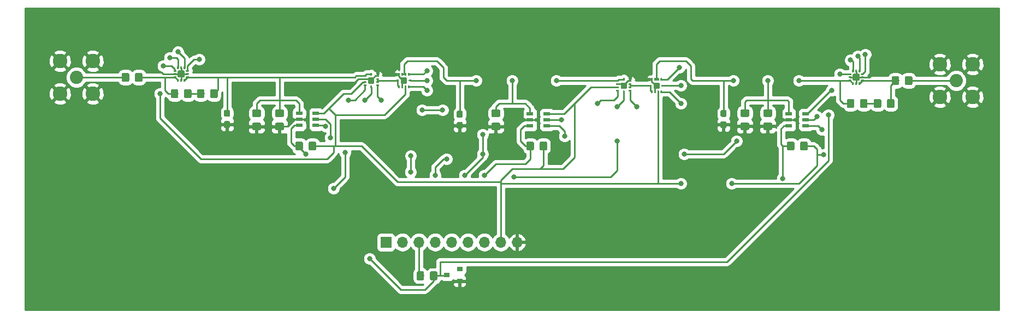
<source format=gbr>
G04 #@! TF.GenerationSoftware,KiCad,Pcbnew,5.0.2-bee76a0~70~ubuntu18.04.1*
G04 #@! TF.CreationDate,2019-03-15T15:47:03+02:00*
G04 #@! TF.ProjectId,bandpass_filter_design,62616e64-7061-4737-935f-66696c746572,rev?*
G04 #@! TF.SameCoordinates,Original*
G04 #@! TF.FileFunction,Copper,L1,Top*
G04 #@! TF.FilePolarity,Positive*
%FSLAX46Y46*%
G04 Gerber Fmt 4.6, Leading zero omitted, Abs format (unit mm)*
G04 Created by KiCad (PCBNEW 5.0.2-bee76a0~70~ubuntu18.04.1) date Fri 15 Mar 2019 03:47:03 PM EET*
%MOMM*%
%LPD*%
G01*
G04 APERTURE LIST*
G04 #@! TA.AperFunction,SMDPad,CuDef*
%ADD10R,1.050000X0.600000*%
G04 #@! TD*
G04 #@! TA.AperFunction,ComponentPad*
%ADD11C,2.050000*%
G04 #@! TD*
G04 #@! TA.AperFunction,ComponentPad*
%ADD12C,2.250000*%
G04 #@! TD*
G04 #@! TA.AperFunction,Conductor*
%ADD13C,0.100000*%
G04 #@! TD*
G04 #@! TA.AperFunction,SMDPad,CuDef*
%ADD14C,0.250000*%
G04 #@! TD*
G04 #@! TA.AperFunction,SMDPad,CuDef*
%ADD15C,0.950000*%
G04 #@! TD*
G04 #@! TA.AperFunction,SMDPad,CuDef*
%ADD16C,1.100000*%
G04 #@! TD*
G04 #@! TA.AperFunction,SMDPad,CuDef*
%ADD17C,1.150000*%
G04 #@! TD*
G04 #@! TA.AperFunction,ComponentPad*
%ADD18R,1.700000X1.700000*%
G04 #@! TD*
G04 #@! TA.AperFunction,ComponentPad*
%ADD19O,1.700000X1.700000*%
G04 #@! TD*
G04 #@! TA.AperFunction,SMDPad,CuDef*
%ADD20R,0.900000X0.800000*%
G04 #@! TD*
G04 #@! TA.AperFunction,ViaPad*
%ADD21C,0.800000*%
G04 #@! TD*
G04 #@! TA.AperFunction,Conductor*
%ADD22C,0.250000*%
G04 #@! TD*
G04 #@! TA.AperFunction,Conductor*
%ADD23C,0.254000*%
G04 #@! TD*
G04 APERTURE END LIST*
D10*
G04 #@! TO.P,C15,1*
G04 #@! TO.N,Net-(C12-Pad8)*
X182596000Y-86934000D03*
G04 #@! TO.P,C15,2*
G04 #@! TO.N,GND*
X182596000Y-87884000D03*
G04 #@! TO.P,C15,3*
G04 #@! TO.N,/~ENres*
X182596000Y-88834000D03*
G04 #@! TO.P,C15,4*
G04 #@! TO.N,/CLK*
X185196000Y-88834000D03*
G04 #@! TO.P,C15,5*
G04 #@! TO.N,/DATA*
X185196000Y-87884000D03*
G04 #@! TO.P,C15,6*
G04 #@! TO.N,VDD*
X185196000Y-86934000D03*
G04 #@! TD*
G04 #@! TO.P,C10,1*
G04 #@! TO.N,Net-(C10-Pad1)*
X142464000Y-86934000D03*
G04 #@! TO.P,C10,2*
G04 #@! TO.N,GND*
X142464000Y-87884000D03*
G04 #@! TO.P,C10,3*
G04 #@! TO.N,/~ENmid*
X142464000Y-88834000D03*
G04 #@! TO.P,C10,4*
G04 #@! TO.N,/CLK*
X145064000Y-88834000D03*
G04 #@! TO.P,C10,5*
G04 #@! TO.N,/DATA*
X145064000Y-87884000D03*
G04 #@! TO.P,C10,6*
G04 #@! TO.N,VDD*
X145064000Y-86934000D03*
G04 #@! TD*
G04 #@! TO.P,C6,1*
G04 #@! TO.N,Net-(C1-Pad10)*
X106680000Y-86868000D03*
G04 #@! TO.P,C6,2*
G04 #@! TO.N,GND*
X106680000Y-87818000D03*
G04 #@! TO.P,C6,3*
G04 #@! TO.N,/~ENres*
X106680000Y-88768000D03*
G04 #@! TO.P,C6,4*
G04 #@! TO.N,/CLK*
X109280000Y-88768000D03*
G04 #@! TO.P,C6,5*
G04 #@! TO.N,/DATA*
X109280000Y-87818000D03*
G04 #@! TO.P,C6,6*
G04 #@! TO.N,VDD*
X109280000Y-86868000D03*
G04 #@! TD*
D11*
G04 #@! TO.P,J1,1*
G04 #@! TO.N,Net-(C3-Pad2)*
X72136000Y-81280000D03*
D12*
G04 #@! TO.P,J1,2*
G04 #@! TO.N,GND*
X74676000Y-83820000D03*
X74676000Y-78740000D03*
X69596000Y-78740000D03*
X69596000Y-83820000D03*
G04 #@! TD*
D11*
G04 #@! TO.P,J3,1*
G04 #@! TO.N,Net-(C16-Pad1)*
X208534000Y-81788000D03*
D12*
G04 #@! TO.P,J3,2*
G04 #@! TO.N,GND*
X205994000Y-79248000D03*
X205994000Y-84328000D03*
X211074000Y-84328000D03*
X211074000Y-79248000D03*
G04 #@! TD*
D13*
G04 #@! TO.N,Net-(C10-Pad1)*
G04 #@! TO.C,C11*
G36*
X156194226Y-81700701D02*
X156200293Y-81701601D01*
X156206243Y-81703091D01*
X156212018Y-81705158D01*
X156217562Y-81707780D01*
X156222823Y-81710933D01*
X156227750Y-81714587D01*
X156232294Y-81718706D01*
X156236413Y-81723250D01*
X156240067Y-81728177D01*
X156243220Y-81733438D01*
X156245842Y-81738982D01*
X156247909Y-81744757D01*
X156249399Y-81750707D01*
X156250299Y-81756774D01*
X156250600Y-81762900D01*
X156250600Y-81887900D01*
X156250299Y-81894026D01*
X156249399Y-81900093D01*
X156247909Y-81906043D01*
X156245842Y-81911818D01*
X156243220Y-81917362D01*
X156240067Y-81922623D01*
X156236413Y-81927550D01*
X156232294Y-81932094D01*
X156227750Y-81936213D01*
X156222823Y-81939867D01*
X156217562Y-81943020D01*
X156212018Y-81945642D01*
X156206243Y-81947709D01*
X156200293Y-81949199D01*
X156194226Y-81950099D01*
X156188100Y-81950400D01*
X155863100Y-81950400D01*
X155856974Y-81950099D01*
X155850907Y-81949199D01*
X155844957Y-81947709D01*
X155839182Y-81945642D01*
X155833638Y-81943020D01*
X155828377Y-81939867D01*
X155823450Y-81936213D01*
X155818906Y-81932094D01*
X155814787Y-81927550D01*
X155811133Y-81922623D01*
X155807980Y-81917362D01*
X155805358Y-81911818D01*
X155803291Y-81906043D01*
X155801801Y-81900093D01*
X155800901Y-81894026D01*
X155800600Y-81887900D01*
X155800600Y-81762900D01*
X155800901Y-81756774D01*
X155801801Y-81750707D01*
X155803291Y-81744757D01*
X155805358Y-81738982D01*
X155807980Y-81733438D01*
X155811133Y-81728177D01*
X155814787Y-81723250D01*
X155818906Y-81718706D01*
X155823450Y-81714587D01*
X155828377Y-81710933D01*
X155833638Y-81707780D01*
X155839182Y-81705158D01*
X155844957Y-81703091D01*
X155850907Y-81701601D01*
X155856974Y-81700701D01*
X155863100Y-81700400D01*
X156188100Y-81700400D01*
X156194226Y-81700701D01*
X156194226Y-81700701D01*
G37*
D14*
G04 #@! TD*
G04 #@! TO.P,C11,2*
G04 #@! TO.N,Net-(C10-Pad1)*
X156025600Y-81825400D03*
D13*
G04 #@! TO.N,/DATA*
G04 #@! TO.C,C11*
G36*
X158144226Y-83200701D02*
X158150293Y-83201601D01*
X158156243Y-83203091D01*
X158162018Y-83205158D01*
X158167562Y-83207780D01*
X158172823Y-83210933D01*
X158177750Y-83214587D01*
X158182294Y-83218706D01*
X158186413Y-83223250D01*
X158190067Y-83228177D01*
X158193220Y-83233438D01*
X158195842Y-83238982D01*
X158197909Y-83244757D01*
X158199399Y-83250707D01*
X158200299Y-83256774D01*
X158200600Y-83262900D01*
X158200600Y-83387900D01*
X158200299Y-83394026D01*
X158199399Y-83400093D01*
X158197909Y-83406043D01*
X158195842Y-83411818D01*
X158193220Y-83417362D01*
X158190067Y-83422623D01*
X158186413Y-83427550D01*
X158182294Y-83432094D01*
X158177750Y-83436213D01*
X158172823Y-83439867D01*
X158167562Y-83443020D01*
X158162018Y-83445642D01*
X158156243Y-83447709D01*
X158150293Y-83449199D01*
X158144226Y-83450099D01*
X158138100Y-83450400D01*
X157813100Y-83450400D01*
X157806974Y-83450099D01*
X157800907Y-83449199D01*
X157794957Y-83447709D01*
X157789182Y-83445642D01*
X157783638Y-83443020D01*
X157778377Y-83439867D01*
X157773450Y-83436213D01*
X157768906Y-83432094D01*
X157764787Y-83427550D01*
X157761133Y-83422623D01*
X157757980Y-83417362D01*
X157755358Y-83411818D01*
X157753291Y-83406043D01*
X157751801Y-83400093D01*
X157750901Y-83394026D01*
X157750600Y-83387900D01*
X157750600Y-83262900D01*
X157750901Y-83256774D01*
X157751801Y-83250707D01*
X157753291Y-83244757D01*
X157755358Y-83238982D01*
X157757980Y-83233438D01*
X157761133Y-83228177D01*
X157764787Y-83223250D01*
X157768906Y-83218706D01*
X157773450Y-83214587D01*
X157778377Y-83210933D01*
X157783638Y-83207780D01*
X157789182Y-83205158D01*
X157794957Y-83203091D01*
X157800907Y-83201601D01*
X157806974Y-83200701D01*
X157813100Y-83200400D01*
X158138100Y-83200400D01*
X158144226Y-83200701D01*
X158144226Y-83200701D01*
G37*
D14*
G04 #@! TD*
G04 #@! TO.P,C11,7*
G04 #@! TO.N,/DATA*
X157975600Y-83325400D03*
D13*
G04 #@! TO.N,GND*
G04 #@! TO.C,C11*
G36*
X157345354Y-82101095D02*
X157359371Y-82103175D01*
X157373117Y-82106618D01*
X157386459Y-82111392D01*
X157399270Y-82117451D01*
X157411424Y-82124736D01*
X157422806Y-82133177D01*
X157433306Y-82142694D01*
X157442823Y-82153194D01*
X157451264Y-82164576D01*
X157458549Y-82176730D01*
X157464608Y-82189541D01*
X157469382Y-82202883D01*
X157472825Y-82216629D01*
X157474905Y-82230646D01*
X157475600Y-82244800D01*
X157475600Y-82906000D01*
X157474905Y-82920154D01*
X157472825Y-82934171D01*
X157469382Y-82947917D01*
X157464608Y-82961259D01*
X157458549Y-82974070D01*
X157451264Y-82986224D01*
X157442823Y-82997606D01*
X157433306Y-83008106D01*
X157422806Y-83017623D01*
X157411424Y-83026064D01*
X157399270Y-83033349D01*
X157386459Y-83039408D01*
X157373117Y-83044182D01*
X157359371Y-83047625D01*
X157345354Y-83049705D01*
X157331200Y-83050400D01*
X156670000Y-83050400D01*
X156655846Y-83049705D01*
X156641829Y-83047625D01*
X156628083Y-83044182D01*
X156614741Y-83039408D01*
X156601930Y-83033349D01*
X156589776Y-83026064D01*
X156578394Y-83017623D01*
X156567894Y-83008106D01*
X156558377Y-82997606D01*
X156549936Y-82986224D01*
X156542651Y-82974070D01*
X156536592Y-82961259D01*
X156531818Y-82947917D01*
X156528375Y-82934171D01*
X156526295Y-82920154D01*
X156525600Y-82906000D01*
X156525600Y-82244800D01*
X156526295Y-82230646D01*
X156528375Y-82216629D01*
X156531818Y-82202883D01*
X156536592Y-82189541D01*
X156542651Y-82176730D01*
X156549936Y-82164576D01*
X156558377Y-82153194D01*
X156567894Y-82142694D01*
X156578394Y-82133177D01*
X156589776Y-82124736D01*
X156601930Y-82117451D01*
X156614741Y-82111392D01*
X156628083Y-82106618D01*
X156641829Y-82103175D01*
X156655846Y-82101095D01*
X156670000Y-82100400D01*
X157331200Y-82100400D01*
X157345354Y-82101095D01*
X157345354Y-82101095D01*
G37*
D15*
G04 #@! TD*
G04 #@! TO.P,C11,11*
G04 #@! TO.N,GND*
X157000600Y-82575400D03*
D13*
G04 #@! TO.N,Net-(C10-Pad1)*
G04 #@! TO.C,C11*
G36*
X157069226Y-81375701D02*
X157075293Y-81376601D01*
X157081243Y-81378091D01*
X157087018Y-81380158D01*
X157092562Y-81382780D01*
X157097823Y-81385933D01*
X157102750Y-81389587D01*
X157107294Y-81393706D01*
X157111413Y-81398250D01*
X157115067Y-81403177D01*
X157118220Y-81408438D01*
X157120842Y-81413982D01*
X157122909Y-81419757D01*
X157124399Y-81425707D01*
X157125299Y-81431774D01*
X157125600Y-81437900D01*
X157125600Y-81762900D01*
X157125299Y-81769026D01*
X157124399Y-81775093D01*
X157122909Y-81781043D01*
X157120842Y-81786818D01*
X157118220Y-81792362D01*
X157115067Y-81797623D01*
X157111413Y-81802550D01*
X157107294Y-81807094D01*
X157102750Y-81811213D01*
X157097823Y-81814867D01*
X157092562Y-81818020D01*
X157087018Y-81820642D01*
X157081243Y-81822709D01*
X157075293Y-81824199D01*
X157069226Y-81825099D01*
X157063100Y-81825400D01*
X156938100Y-81825400D01*
X156931974Y-81825099D01*
X156925907Y-81824199D01*
X156919957Y-81822709D01*
X156914182Y-81820642D01*
X156908638Y-81818020D01*
X156903377Y-81814867D01*
X156898450Y-81811213D01*
X156893906Y-81807094D01*
X156889787Y-81802550D01*
X156886133Y-81797623D01*
X156882980Y-81792362D01*
X156880358Y-81786818D01*
X156878291Y-81781043D01*
X156876801Y-81775093D01*
X156875901Y-81769026D01*
X156875600Y-81762900D01*
X156875600Y-81437900D01*
X156875901Y-81431774D01*
X156876801Y-81425707D01*
X156878291Y-81419757D01*
X156880358Y-81413982D01*
X156882980Y-81408438D01*
X156886133Y-81403177D01*
X156889787Y-81398250D01*
X156893906Y-81393706D01*
X156898450Y-81389587D01*
X156903377Y-81385933D01*
X156908638Y-81382780D01*
X156914182Y-81380158D01*
X156919957Y-81378091D01*
X156925907Y-81376601D01*
X156931974Y-81375701D01*
X156938100Y-81375400D01*
X157063100Y-81375400D01*
X157069226Y-81375701D01*
X157069226Y-81375701D01*
G37*
D14*
G04 #@! TD*
G04 #@! TO.P,C11,1*
G04 #@! TO.N,Net-(C10-Pad1)*
X157000600Y-81600400D03*
D13*
G04 #@! TO.N,GND*
G04 #@! TO.C,C11*
G36*
X156194226Y-82200701D02*
X156200293Y-82201601D01*
X156206243Y-82203091D01*
X156212018Y-82205158D01*
X156217562Y-82207780D01*
X156222823Y-82210933D01*
X156227750Y-82214587D01*
X156232294Y-82218706D01*
X156236413Y-82223250D01*
X156240067Y-82228177D01*
X156243220Y-82233438D01*
X156245842Y-82238982D01*
X156247909Y-82244757D01*
X156249399Y-82250707D01*
X156250299Y-82256774D01*
X156250600Y-82262900D01*
X156250600Y-82387900D01*
X156250299Y-82394026D01*
X156249399Y-82400093D01*
X156247909Y-82406043D01*
X156245842Y-82411818D01*
X156243220Y-82417362D01*
X156240067Y-82422623D01*
X156236413Y-82427550D01*
X156232294Y-82432094D01*
X156227750Y-82436213D01*
X156222823Y-82439867D01*
X156217562Y-82443020D01*
X156212018Y-82445642D01*
X156206243Y-82447709D01*
X156200293Y-82449199D01*
X156194226Y-82450099D01*
X156188100Y-82450400D01*
X155863100Y-82450400D01*
X155856974Y-82450099D01*
X155850907Y-82449199D01*
X155844957Y-82447709D01*
X155839182Y-82445642D01*
X155833638Y-82443020D01*
X155828377Y-82439867D01*
X155823450Y-82436213D01*
X155818906Y-82432094D01*
X155814787Y-82427550D01*
X155811133Y-82422623D01*
X155807980Y-82417362D01*
X155805358Y-82411818D01*
X155803291Y-82406043D01*
X155801801Y-82400093D01*
X155800901Y-82394026D01*
X155800600Y-82387900D01*
X155800600Y-82262900D01*
X155800901Y-82256774D01*
X155801801Y-82250707D01*
X155803291Y-82244757D01*
X155805358Y-82238982D01*
X155807980Y-82233438D01*
X155811133Y-82228177D01*
X155814787Y-82223250D01*
X155818906Y-82218706D01*
X155823450Y-82214587D01*
X155828377Y-82210933D01*
X155833638Y-82207780D01*
X155839182Y-82205158D01*
X155844957Y-82203091D01*
X155850907Y-82201601D01*
X155856974Y-82200701D01*
X155863100Y-82200400D01*
X156188100Y-82200400D01*
X156194226Y-82200701D01*
X156194226Y-82200701D01*
G37*
D14*
G04 #@! TD*
G04 #@! TO.P,C11,3*
G04 #@! TO.N,GND*
X156025600Y-82325400D03*
D13*
G04 #@! TO.N,VDD*
G04 #@! TO.C,C11*
G36*
X156194226Y-82700701D02*
X156200293Y-82701601D01*
X156206243Y-82703091D01*
X156212018Y-82705158D01*
X156217562Y-82707780D01*
X156222823Y-82710933D01*
X156227750Y-82714587D01*
X156232294Y-82718706D01*
X156236413Y-82723250D01*
X156240067Y-82728177D01*
X156243220Y-82733438D01*
X156245842Y-82738982D01*
X156247909Y-82744757D01*
X156249399Y-82750707D01*
X156250299Y-82756774D01*
X156250600Y-82762900D01*
X156250600Y-82887900D01*
X156250299Y-82894026D01*
X156249399Y-82900093D01*
X156247909Y-82906043D01*
X156245842Y-82911818D01*
X156243220Y-82917362D01*
X156240067Y-82922623D01*
X156236413Y-82927550D01*
X156232294Y-82932094D01*
X156227750Y-82936213D01*
X156222823Y-82939867D01*
X156217562Y-82943020D01*
X156212018Y-82945642D01*
X156206243Y-82947709D01*
X156200293Y-82949199D01*
X156194226Y-82950099D01*
X156188100Y-82950400D01*
X155863100Y-82950400D01*
X155856974Y-82950099D01*
X155850907Y-82949199D01*
X155844957Y-82947709D01*
X155839182Y-82945642D01*
X155833638Y-82943020D01*
X155828377Y-82939867D01*
X155823450Y-82936213D01*
X155818906Y-82932094D01*
X155814787Y-82927550D01*
X155811133Y-82922623D01*
X155807980Y-82917362D01*
X155805358Y-82911818D01*
X155803291Y-82906043D01*
X155801801Y-82900093D01*
X155800901Y-82894026D01*
X155800600Y-82887900D01*
X155800600Y-82762900D01*
X155800901Y-82756774D01*
X155801801Y-82750707D01*
X155803291Y-82744757D01*
X155805358Y-82738982D01*
X155807980Y-82733438D01*
X155811133Y-82728177D01*
X155814787Y-82723250D01*
X155818906Y-82718706D01*
X155823450Y-82714587D01*
X155828377Y-82710933D01*
X155833638Y-82707780D01*
X155839182Y-82705158D01*
X155844957Y-82703091D01*
X155850907Y-82701601D01*
X155856974Y-82700701D01*
X155863100Y-82700400D01*
X156188100Y-82700400D01*
X156194226Y-82700701D01*
X156194226Y-82700701D01*
G37*
D14*
G04 #@! TD*
G04 #@! TO.P,C11,4*
G04 #@! TO.N,VDD*
X156025600Y-82825400D03*
D13*
G04 #@! TO.N,/CLK*
G04 #@! TO.C,C11*
G36*
X156194226Y-83200701D02*
X156200293Y-83201601D01*
X156206243Y-83203091D01*
X156212018Y-83205158D01*
X156217562Y-83207780D01*
X156222823Y-83210933D01*
X156227750Y-83214587D01*
X156232294Y-83218706D01*
X156236413Y-83223250D01*
X156240067Y-83228177D01*
X156243220Y-83233438D01*
X156245842Y-83238982D01*
X156247909Y-83244757D01*
X156249399Y-83250707D01*
X156250299Y-83256774D01*
X156250600Y-83262900D01*
X156250600Y-83387900D01*
X156250299Y-83394026D01*
X156249399Y-83400093D01*
X156247909Y-83406043D01*
X156245842Y-83411818D01*
X156243220Y-83417362D01*
X156240067Y-83422623D01*
X156236413Y-83427550D01*
X156232294Y-83432094D01*
X156227750Y-83436213D01*
X156222823Y-83439867D01*
X156217562Y-83443020D01*
X156212018Y-83445642D01*
X156206243Y-83447709D01*
X156200293Y-83449199D01*
X156194226Y-83450099D01*
X156188100Y-83450400D01*
X155863100Y-83450400D01*
X155856974Y-83450099D01*
X155850907Y-83449199D01*
X155844957Y-83447709D01*
X155839182Y-83445642D01*
X155833638Y-83443020D01*
X155828377Y-83439867D01*
X155823450Y-83436213D01*
X155818906Y-83432094D01*
X155814787Y-83427550D01*
X155811133Y-83422623D01*
X155807980Y-83417362D01*
X155805358Y-83411818D01*
X155803291Y-83406043D01*
X155801801Y-83400093D01*
X155800901Y-83394026D01*
X155800600Y-83387900D01*
X155800600Y-83262900D01*
X155800901Y-83256774D01*
X155801801Y-83250707D01*
X155803291Y-83244757D01*
X155805358Y-83238982D01*
X155807980Y-83233438D01*
X155811133Y-83228177D01*
X155814787Y-83223250D01*
X155818906Y-83218706D01*
X155823450Y-83214587D01*
X155828377Y-83210933D01*
X155833638Y-83207780D01*
X155839182Y-83205158D01*
X155844957Y-83203091D01*
X155850907Y-83201601D01*
X155856974Y-83200701D01*
X155863100Y-83200400D01*
X156188100Y-83200400D01*
X156194226Y-83200701D01*
X156194226Y-83200701D01*
G37*
D14*
G04 #@! TD*
G04 #@! TO.P,C11,5*
G04 #@! TO.N,/CLK*
X156025600Y-83325400D03*
D13*
G04 #@! TO.N,/ENinv_1*
G04 #@! TO.C,C11*
G36*
X157069226Y-83325701D02*
X157075293Y-83326601D01*
X157081243Y-83328091D01*
X157087018Y-83330158D01*
X157092562Y-83332780D01*
X157097823Y-83335933D01*
X157102750Y-83339587D01*
X157107294Y-83343706D01*
X157111413Y-83348250D01*
X157115067Y-83353177D01*
X157118220Y-83358438D01*
X157120842Y-83363982D01*
X157122909Y-83369757D01*
X157124399Y-83375707D01*
X157125299Y-83381774D01*
X157125600Y-83387900D01*
X157125600Y-83712900D01*
X157125299Y-83719026D01*
X157124399Y-83725093D01*
X157122909Y-83731043D01*
X157120842Y-83736818D01*
X157118220Y-83742362D01*
X157115067Y-83747623D01*
X157111413Y-83752550D01*
X157107294Y-83757094D01*
X157102750Y-83761213D01*
X157097823Y-83764867D01*
X157092562Y-83768020D01*
X157087018Y-83770642D01*
X157081243Y-83772709D01*
X157075293Y-83774199D01*
X157069226Y-83775099D01*
X157063100Y-83775400D01*
X156938100Y-83775400D01*
X156931974Y-83775099D01*
X156925907Y-83774199D01*
X156919957Y-83772709D01*
X156914182Y-83770642D01*
X156908638Y-83768020D01*
X156903377Y-83764867D01*
X156898450Y-83761213D01*
X156893906Y-83757094D01*
X156889787Y-83752550D01*
X156886133Y-83747623D01*
X156882980Y-83742362D01*
X156880358Y-83736818D01*
X156878291Y-83731043D01*
X156876801Y-83725093D01*
X156875901Y-83719026D01*
X156875600Y-83712900D01*
X156875600Y-83387900D01*
X156875901Y-83381774D01*
X156876801Y-83375707D01*
X156878291Y-83369757D01*
X156880358Y-83363982D01*
X156882980Y-83358438D01*
X156886133Y-83353177D01*
X156889787Y-83348250D01*
X156893906Y-83343706D01*
X156898450Y-83339587D01*
X156903377Y-83335933D01*
X156908638Y-83332780D01*
X156914182Y-83330158D01*
X156919957Y-83328091D01*
X156925907Y-83326601D01*
X156931974Y-83325701D01*
X156938100Y-83325400D01*
X157063100Y-83325400D01*
X157069226Y-83325701D01*
X157069226Y-83325701D01*
G37*
D14*
G04 #@! TD*
G04 #@! TO.P,C11,6*
G04 #@! TO.N,/ENinv_1*
X157000600Y-83550400D03*
D13*
G04 #@! TO.N,Net-(C11-Pad8)*
G04 #@! TO.C,C11*
G36*
X158144226Y-82700701D02*
X158150293Y-82701601D01*
X158156243Y-82703091D01*
X158162018Y-82705158D01*
X158167562Y-82707780D01*
X158172823Y-82710933D01*
X158177750Y-82714587D01*
X158182294Y-82718706D01*
X158186413Y-82723250D01*
X158190067Y-82728177D01*
X158193220Y-82733438D01*
X158195842Y-82738982D01*
X158197909Y-82744757D01*
X158199399Y-82750707D01*
X158200299Y-82756774D01*
X158200600Y-82762900D01*
X158200600Y-82887900D01*
X158200299Y-82894026D01*
X158199399Y-82900093D01*
X158197909Y-82906043D01*
X158195842Y-82911818D01*
X158193220Y-82917362D01*
X158190067Y-82922623D01*
X158186413Y-82927550D01*
X158182294Y-82932094D01*
X158177750Y-82936213D01*
X158172823Y-82939867D01*
X158167562Y-82943020D01*
X158162018Y-82945642D01*
X158156243Y-82947709D01*
X158150293Y-82949199D01*
X158144226Y-82950099D01*
X158138100Y-82950400D01*
X157813100Y-82950400D01*
X157806974Y-82950099D01*
X157800907Y-82949199D01*
X157794957Y-82947709D01*
X157789182Y-82945642D01*
X157783638Y-82943020D01*
X157778377Y-82939867D01*
X157773450Y-82936213D01*
X157768906Y-82932094D01*
X157764787Y-82927550D01*
X157761133Y-82922623D01*
X157757980Y-82917362D01*
X157755358Y-82911818D01*
X157753291Y-82906043D01*
X157751801Y-82900093D01*
X157750901Y-82894026D01*
X157750600Y-82887900D01*
X157750600Y-82762900D01*
X157750901Y-82756774D01*
X157751801Y-82750707D01*
X157753291Y-82744757D01*
X157755358Y-82738982D01*
X157757980Y-82733438D01*
X157761133Y-82728177D01*
X157764787Y-82723250D01*
X157768906Y-82718706D01*
X157773450Y-82714587D01*
X157778377Y-82710933D01*
X157783638Y-82707780D01*
X157789182Y-82705158D01*
X157794957Y-82703091D01*
X157800907Y-82701601D01*
X157806974Y-82700701D01*
X157813100Y-82700400D01*
X158138100Y-82700400D01*
X158144226Y-82700701D01*
X158144226Y-82700701D01*
G37*
D14*
G04 #@! TD*
G04 #@! TO.P,C11,8*
G04 #@! TO.N,Net-(C11-Pad8)*
X157975600Y-82825400D03*
D13*
G04 #@! TO.N,Net-(C11-Pad8)*
G04 #@! TO.C,C11*
G36*
X158144226Y-82200701D02*
X158150293Y-82201601D01*
X158156243Y-82203091D01*
X158162018Y-82205158D01*
X158167562Y-82207780D01*
X158172823Y-82210933D01*
X158177750Y-82214587D01*
X158182294Y-82218706D01*
X158186413Y-82223250D01*
X158190067Y-82228177D01*
X158193220Y-82233438D01*
X158195842Y-82238982D01*
X158197909Y-82244757D01*
X158199399Y-82250707D01*
X158200299Y-82256774D01*
X158200600Y-82262900D01*
X158200600Y-82387900D01*
X158200299Y-82394026D01*
X158199399Y-82400093D01*
X158197909Y-82406043D01*
X158195842Y-82411818D01*
X158193220Y-82417362D01*
X158190067Y-82422623D01*
X158186413Y-82427550D01*
X158182294Y-82432094D01*
X158177750Y-82436213D01*
X158172823Y-82439867D01*
X158167562Y-82443020D01*
X158162018Y-82445642D01*
X158156243Y-82447709D01*
X158150293Y-82449199D01*
X158144226Y-82450099D01*
X158138100Y-82450400D01*
X157813100Y-82450400D01*
X157806974Y-82450099D01*
X157800907Y-82449199D01*
X157794957Y-82447709D01*
X157789182Y-82445642D01*
X157783638Y-82443020D01*
X157778377Y-82439867D01*
X157773450Y-82436213D01*
X157768906Y-82432094D01*
X157764787Y-82427550D01*
X157761133Y-82422623D01*
X157757980Y-82417362D01*
X157755358Y-82411818D01*
X157753291Y-82406043D01*
X157751801Y-82400093D01*
X157750901Y-82394026D01*
X157750600Y-82387900D01*
X157750600Y-82262900D01*
X157750901Y-82256774D01*
X157751801Y-82250707D01*
X157753291Y-82244757D01*
X157755358Y-82238982D01*
X157757980Y-82233438D01*
X157761133Y-82228177D01*
X157764787Y-82223250D01*
X157768906Y-82218706D01*
X157773450Y-82214587D01*
X157778377Y-82210933D01*
X157783638Y-82207780D01*
X157789182Y-82205158D01*
X157794957Y-82203091D01*
X157800907Y-82201601D01*
X157806974Y-82200701D01*
X157813100Y-82200400D01*
X158138100Y-82200400D01*
X158144226Y-82200701D01*
X158144226Y-82200701D01*
G37*
D14*
G04 #@! TD*
G04 #@! TO.P,C11,9*
G04 #@! TO.N,Net-(C11-Pad8)*
X157975600Y-82325400D03*
D13*
G04 #@! TO.N,GND*
G04 #@! TO.C,C11*
G36*
X158144226Y-81700701D02*
X158150293Y-81701601D01*
X158156243Y-81703091D01*
X158162018Y-81705158D01*
X158167562Y-81707780D01*
X158172823Y-81710933D01*
X158177750Y-81714587D01*
X158182294Y-81718706D01*
X158186413Y-81723250D01*
X158190067Y-81728177D01*
X158193220Y-81733438D01*
X158195842Y-81738982D01*
X158197909Y-81744757D01*
X158199399Y-81750707D01*
X158200299Y-81756774D01*
X158200600Y-81762900D01*
X158200600Y-81887900D01*
X158200299Y-81894026D01*
X158199399Y-81900093D01*
X158197909Y-81906043D01*
X158195842Y-81911818D01*
X158193220Y-81917362D01*
X158190067Y-81922623D01*
X158186413Y-81927550D01*
X158182294Y-81932094D01*
X158177750Y-81936213D01*
X158172823Y-81939867D01*
X158167562Y-81943020D01*
X158162018Y-81945642D01*
X158156243Y-81947709D01*
X158150293Y-81949199D01*
X158144226Y-81950099D01*
X158138100Y-81950400D01*
X157813100Y-81950400D01*
X157806974Y-81950099D01*
X157800907Y-81949199D01*
X157794957Y-81947709D01*
X157789182Y-81945642D01*
X157783638Y-81943020D01*
X157778377Y-81939867D01*
X157773450Y-81936213D01*
X157768906Y-81932094D01*
X157764787Y-81927550D01*
X157761133Y-81922623D01*
X157757980Y-81917362D01*
X157755358Y-81911818D01*
X157753291Y-81906043D01*
X157751801Y-81900093D01*
X157750901Y-81894026D01*
X157750600Y-81887900D01*
X157750600Y-81762900D01*
X157750901Y-81756774D01*
X157751801Y-81750707D01*
X157753291Y-81744757D01*
X157755358Y-81738982D01*
X157757980Y-81733438D01*
X157761133Y-81728177D01*
X157764787Y-81723250D01*
X157768906Y-81718706D01*
X157773450Y-81714587D01*
X157778377Y-81710933D01*
X157783638Y-81707780D01*
X157789182Y-81705158D01*
X157794957Y-81703091D01*
X157800907Y-81701601D01*
X157806974Y-81700701D01*
X157813100Y-81700400D01*
X158138100Y-81700400D01*
X158144226Y-81700701D01*
X158144226Y-81700701D01*
G37*
D14*
G04 #@! TD*
G04 #@! TO.P,C11,10*
G04 #@! TO.N,GND*
X157975600Y-81825400D03*
D13*
G04 #@! TO.N,/DATA*
G04 #@! TO.C,C1*
G36*
X89535626Y-80147301D02*
X89541693Y-80148201D01*
X89547643Y-80149691D01*
X89553418Y-80151758D01*
X89558962Y-80154380D01*
X89564223Y-80157533D01*
X89569150Y-80161187D01*
X89573694Y-80165306D01*
X89577813Y-80169850D01*
X89581467Y-80174777D01*
X89584620Y-80180038D01*
X89587242Y-80185582D01*
X89589309Y-80191357D01*
X89590799Y-80197307D01*
X89591699Y-80203374D01*
X89592000Y-80209500D01*
X89592000Y-80334500D01*
X89591699Y-80340626D01*
X89590799Y-80346693D01*
X89589309Y-80352643D01*
X89587242Y-80358418D01*
X89584620Y-80363962D01*
X89581467Y-80369223D01*
X89577813Y-80374150D01*
X89573694Y-80378694D01*
X89569150Y-80382813D01*
X89564223Y-80386467D01*
X89558962Y-80389620D01*
X89553418Y-80392242D01*
X89547643Y-80394309D01*
X89541693Y-80395799D01*
X89535626Y-80396699D01*
X89529500Y-80397000D01*
X89179500Y-80397000D01*
X89173374Y-80396699D01*
X89167307Y-80395799D01*
X89161357Y-80394309D01*
X89155582Y-80392242D01*
X89150038Y-80389620D01*
X89144777Y-80386467D01*
X89139850Y-80382813D01*
X89135306Y-80378694D01*
X89131187Y-80374150D01*
X89127533Y-80369223D01*
X89124380Y-80363962D01*
X89121758Y-80358418D01*
X89119691Y-80352643D01*
X89118201Y-80346693D01*
X89117301Y-80340626D01*
X89117000Y-80334500D01*
X89117000Y-80209500D01*
X89117301Y-80203374D01*
X89118201Y-80197307D01*
X89119691Y-80191357D01*
X89121758Y-80185582D01*
X89124380Y-80180038D01*
X89127533Y-80174777D01*
X89131187Y-80169850D01*
X89135306Y-80165306D01*
X89139850Y-80161187D01*
X89144777Y-80157533D01*
X89150038Y-80154380D01*
X89155582Y-80151758D01*
X89161357Y-80149691D01*
X89167307Y-80148201D01*
X89173374Y-80147301D01*
X89179500Y-80147000D01*
X89529500Y-80147000D01*
X89535626Y-80147301D01*
X89535626Y-80147301D01*
G37*
D14*
G04 #@! TD*
G04 #@! TO.P,C1,12*
G04 #@! TO.N,/DATA*
X89354500Y-80272000D03*
D13*
G04 #@! TO.N,GND*
G04 #@! TO.C,C1*
G36*
X89535626Y-80647301D02*
X89541693Y-80648201D01*
X89547643Y-80649691D01*
X89553418Y-80651758D01*
X89558962Y-80654380D01*
X89564223Y-80657533D01*
X89569150Y-80661187D01*
X89573694Y-80665306D01*
X89577813Y-80669850D01*
X89581467Y-80674777D01*
X89584620Y-80680038D01*
X89587242Y-80685582D01*
X89589309Y-80691357D01*
X89590799Y-80697307D01*
X89591699Y-80703374D01*
X89592000Y-80709500D01*
X89592000Y-80834500D01*
X89591699Y-80840626D01*
X89590799Y-80846693D01*
X89589309Y-80852643D01*
X89587242Y-80858418D01*
X89584620Y-80863962D01*
X89581467Y-80869223D01*
X89577813Y-80874150D01*
X89573694Y-80878694D01*
X89569150Y-80882813D01*
X89564223Y-80886467D01*
X89558962Y-80889620D01*
X89553418Y-80892242D01*
X89547643Y-80894309D01*
X89541693Y-80895799D01*
X89535626Y-80896699D01*
X89529500Y-80897000D01*
X89179500Y-80897000D01*
X89173374Y-80896699D01*
X89167307Y-80895799D01*
X89161357Y-80894309D01*
X89155582Y-80892242D01*
X89150038Y-80889620D01*
X89144777Y-80886467D01*
X89139850Y-80882813D01*
X89135306Y-80878694D01*
X89131187Y-80874150D01*
X89127533Y-80869223D01*
X89124380Y-80863962D01*
X89121758Y-80858418D01*
X89119691Y-80852643D01*
X89118201Y-80846693D01*
X89117301Y-80840626D01*
X89117000Y-80834500D01*
X89117000Y-80709500D01*
X89117301Y-80703374D01*
X89118201Y-80697307D01*
X89119691Y-80691357D01*
X89121758Y-80685582D01*
X89124380Y-80680038D01*
X89127533Y-80674777D01*
X89131187Y-80669850D01*
X89135306Y-80665306D01*
X89139850Y-80661187D01*
X89144777Y-80657533D01*
X89150038Y-80654380D01*
X89155582Y-80651758D01*
X89161357Y-80649691D01*
X89167307Y-80648201D01*
X89173374Y-80647301D01*
X89179500Y-80647000D01*
X89529500Y-80647000D01*
X89535626Y-80647301D01*
X89535626Y-80647301D01*
G37*
D14*
G04 #@! TD*
G04 #@! TO.P,C1,11*
G04 #@! TO.N,GND*
X89354500Y-80772000D03*
D13*
G04 #@! TO.N,Net-(C1-Pad10)*
G04 #@! TO.C,C1*
G36*
X89535626Y-81147301D02*
X89541693Y-81148201D01*
X89547643Y-81149691D01*
X89553418Y-81151758D01*
X89558962Y-81154380D01*
X89564223Y-81157533D01*
X89569150Y-81161187D01*
X89573694Y-81165306D01*
X89577813Y-81169850D01*
X89581467Y-81174777D01*
X89584620Y-81180038D01*
X89587242Y-81185582D01*
X89589309Y-81191357D01*
X89590799Y-81197307D01*
X89591699Y-81203374D01*
X89592000Y-81209500D01*
X89592000Y-81334500D01*
X89591699Y-81340626D01*
X89590799Y-81346693D01*
X89589309Y-81352643D01*
X89587242Y-81358418D01*
X89584620Y-81363962D01*
X89581467Y-81369223D01*
X89577813Y-81374150D01*
X89573694Y-81378694D01*
X89569150Y-81382813D01*
X89564223Y-81386467D01*
X89558962Y-81389620D01*
X89553418Y-81392242D01*
X89547643Y-81394309D01*
X89541693Y-81395799D01*
X89535626Y-81396699D01*
X89529500Y-81397000D01*
X89179500Y-81397000D01*
X89173374Y-81396699D01*
X89167307Y-81395799D01*
X89161357Y-81394309D01*
X89155582Y-81392242D01*
X89150038Y-81389620D01*
X89144777Y-81386467D01*
X89139850Y-81382813D01*
X89135306Y-81378694D01*
X89131187Y-81374150D01*
X89127533Y-81369223D01*
X89124380Y-81363962D01*
X89121758Y-81358418D01*
X89119691Y-81352643D01*
X89118201Y-81346693D01*
X89117301Y-81340626D01*
X89117000Y-81334500D01*
X89117000Y-81209500D01*
X89117301Y-81203374D01*
X89118201Y-81197307D01*
X89119691Y-81191357D01*
X89121758Y-81185582D01*
X89124380Y-81180038D01*
X89127533Y-81174777D01*
X89131187Y-81169850D01*
X89135306Y-81165306D01*
X89139850Y-81161187D01*
X89144777Y-81157533D01*
X89150038Y-81154380D01*
X89155582Y-81151758D01*
X89161357Y-81149691D01*
X89167307Y-81148201D01*
X89173374Y-81147301D01*
X89179500Y-81147000D01*
X89529500Y-81147000D01*
X89535626Y-81147301D01*
X89535626Y-81147301D01*
G37*
D14*
G04 #@! TD*
G04 #@! TO.P,C1,10*
G04 #@! TO.N,Net-(C1-Pad10)*
X89354500Y-81272000D03*
D13*
G04 #@! TO.N,Net-(C1-Pad10)*
G04 #@! TO.C,C1*
G36*
X88960626Y-81497301D02*
X88966693Y-81498201D01*
X88972643Y-81499691D01*
X88978418Y-81501758D01*
X88983962Y-81504380D01*
X88989223Y-81507533D01*
X88994150Y-81511187D01*
X88998694Y-81515306D01*
X89002813Y-81519850D01*
X89006467Y-81524777D01*
X89009620Y-81530038D01*
X89012242Y-81535582D01*
X89014309Y-81541357D01*
X89015799Y-81547307D01*
X89016699Y-81553374D01*
X89017000Y-81559500D01*
X89017000Y-81909500D01*
X89016699Y-81915626D01*
X89015799Y-81921693D01*
X89014309Y-81927643D01*
X89012242Y-81933418D01*
X89009620Y-81938962D01*
X89006467Y-81944223D01*
X89002813Y-81949150D01*
X88998694Y-81953694D01*
X88994150Y-81957813D01*
X88989223Y-81961467D01*
X88983962Y-81964620D01*
X88978418Y-81967242D01*
X88972643Y-81969309D01*
X88966693Y-81970799D01*
X88960626Y-81971699D01*
X88954500Y-81972000D01*
X88829500Y-81972000D01*
X88823374Y-81971699D01*
X88817307Y-81970799D01*
X88811357Y-81969309D01*
X88805582Y-81967242D01*
X88800038Y-81964620D01*
X88794777Y-81961467D01*
X88789850Y-81957813D01*
X88785306Y-81953694D01*
X88781187Y-81949150D01*
X88777533Y-81944223D01*
X88774380Y-81938962D01*
X88771758Y-81933418D01*
X88769691Y-81927643D01*
X88768201Y-81921693D01*
X88767301Y-81915626D01*
X88767000Y-81909500D01*
X88767000Y-81559500D01*
X88767301Y-81553374D01*
X88768201Y-81547307D01*
X88769691Y-81541357D01*
X88771758Y-81535582D01*
X88774380Y-81530038D01*
X88777533Y-81524777D01*
X88781187Y-81519850D01*
X88785306Y-81515306D01*
X88789850Y-81511187D01*
X88794777Y-81507533D01*
X88800038Y-81504380D01*
X88805582Y-81501758D01*
X88811357Y-81499691D01*
X88817307Y-81498201D01*
X88823374Y-81497301D01*
X88829500Y-81497000D01*
X88954500Y-81497000D01*
X88960626Y-81497301D01*
X88960626Y-81497301D01*
G37*
D14*
G04 #@! TD*
G04 #@! TO.P,C1,9*
G04 #@! TO.N,Net-(C1-Pad10)*
X88892000Y-81734500D03*
D13*
G04 #@! TO.N,GND*
G04 #@! TO.C,C1*
G36*
X88460626Y-81497301D02*
X88466693Y-81498201D01*
X88472643Y-81499691D01*
X88478418Y-81501758D01*
X88483962Y-81504380D01*
X88489223Y-81507533D01*
X88494150Y-81511187D01*
X88498694Y-81515306D01*
X88502813Y-81519850D01*
X88506467Y-81524777D01*
X88509620Y-81530038D01*
X88512242Y-81535582D01*
X88514309Y-81541357D01*
X88515799Y-81547307D01*
X88516699Y-81553374D01*
X88517000Y-81559500D01*
X88517000Y-81909500D01*
X88516699Y-81915626D01*
X88515799Y-81921693D01*
X88514309Y-81927643D01*
X88512242Y-81933418D01*
X88509620Y-81938962D01*
X88506467Y-81944223D01*
X88502813Y-81949150D01*
X88498694Y-81953694D01*
X88494150Y-81957813D01*
X88489223Y-81961467D01*
X88483962Y-81964620D01*
X88478418Y-81967242D01*
X88472643Y-81969309D01*
X88466693Y-81970799D01*
X88460626Y-81971699D01*
X88454500Y-81972000D01*
X88329500Y-81972000D01*
X88323374Y-81971699D01*
X88317307Y-81970799D01*
X88311357Y-81969309D01*
X88305582Y-81967242D01*
X88300038Y-81964620D01*
X88294777Y-81961467D01*
X88289850Y-81957813D01*
X88285306Y-81953694D01*
X88281187Y-81949150D01*
X88277533Y-81944223D01*
X88274380Y-81938962D01*
X88271758Y-81933418D01*
X88269691Y-81927643D01*
X88268201Y-81921693D01*
X88267301Y-81915626D01*
X88267000Y-81909500D01*
X88267000Y-81559500D01*
X88267301Y-81553374D01*
X88268201Y-81547307D01*
X88269691Y-81541357D01*
X88271758Y-81535582D01*
X88274380Y-81530038D01*
X88277533Y-81524777D01*
X88281187Y-81519850D01*
X88285306Y-81515306D01*
X88289850Y-81511187D01*
X88294777Y-81507533D01*
X88300038Y-81504380D01*
X88305582Y-81501758D01*
X88311357Y-81499691D01*
X88317307Y-81498201D01*
X88323374Y-81497301D01*
X88329500Y-81497000D01*
X88454500Y-81497000D01*
X88460626Y-81497301D01*
X88460626Y-81497301D01*
G37*
D14*
G04 #@! TD*
G04 #@! TO.P,C1,8*
G04 #@! TO.N,GND*
X88392000Y-81734500D03*
D13*
G04 #@! TO.N,Net-(C1-Pad6)*
G04 #@! TO.C,C1*
G36*
X87960626Y-81497301D02*
X87966693Y-81498201D01*
X87972643Y-81499691D01*
X87978418Y-81501758D01*
X87983962Y-81504380D01*
X87989223Y-81507533D01*
X87994150Y-81511187D01*
X87998694Y-81515306D01*
X88002813Y-81519850D01*
X88006467Y-81524777D01*
X88009620Y-81530038D01*
X88012242Y-81535582D01*
X88014309Y-81541357D01*
X88015799Y-81547307D01*
X88016699Y-81553374D01*
X88017000Y-81559500D01*
X88017000Y-81909500D01*
X88016699Y-81915626D01*
X88015799Y-81921693D01*
X88014309Y-81927643D01*
X88012242Y-81933418D01*
X88009620Y-81938962D01*
X88006467Y-81944223D01*
X88002813Y-81949150D01*
X87998694Y-81953694D01*
X87994150Y-81957813D01*
X87989223Y-81961467D01*
X87983962Y-81964620D01*
X87978418Y-81967242D01*
X87972643Y-81969309D01*
X87966693Y-81970799D01*
X87960626Y-81971699D01*
X87954500Y-81972000D01*
X87829500Y-81972000D01*
X87823374Y-81971699D01*
X87817307Y-81970799D01*
X87811357Y-81969309D01*
X87805582Y-81967242D01*
X87800038Y-81964620D01*
X87794777Y-81961467D01*
X87789850Y-81957813D01*
X87785306Y-81953694D01*
X87781187Y-81949150D01*
X87777533Y-81944223D01*
X87774380Y-81938962D01*
X87771758Y-81933418D01*
X87769691Y-81927643D01*
X87768201Y-81921693D01*
X87767301Y-81915626D01*
X87767000Y-81909500D01*
X87767000Y-81559500D01*
X87767301Y-81553374D01*
X87768201Y-81547307D01*
X87769691Y-81541357D01*
X87771758Y-81535582D01*
X87774380Y-81530038D01*
X87777533Y-81524777D01*
X87781187Y-81519850D01*
X87785306Y-81515306D01*
X87789850Y-81511187D01*
X87794777Y-81507533D01*
X87800038Y-81504380D01*
X87805582Y-81501758D01*
X87811357Y-81499691D01*
X87817307Y-81498201D01*
X87823374Y-81497301D01*
X87829500Y-81497000D01*
X87954500Y-81497000D01*
X87960626Y-81497301D01*
X87960626Y-81497301D01*
G37*
D14*
G04 #@! TD*
G04 #@! TO.P,C1,7*
G04 #@! TO.N,Net-(C1-Pad6)*
X87892000Y-81734500D03*
D13*
G04 #@! TO.N,Net-(C1-Pad6)*
G04 #@! TO.C,C1*
G36*
X87610626Y-81147301D02*
X87616693Y-81148201D01*
X87622643Y-81149691D01*
X87628418Y-81151758D01*
X87633962Y-81154380D01*
X87639223Y-81157533D01*
X87644150Y-81161187D01*
X87648694Y-81165306D01*
X87652813Y-81169850D01*
X87656467Y-81174777D01*
X87659620Y-81180038D01*
X87662242Y-81185582D01*
X87664309Y-81191357D01*
X87665799Y-81197307D01*
X87666699Y-81203374D01*
X87667000Y-81209500D01*
X87667000Y-81334500D01*
X87666699Y-81340626D01*
X87665799Y-81346693D01*
X87664309Y-81352643D01*
X87662242Y-81358418D01*
X87659620Y-81363962D01*
X87656467Y-81369223D01*
X87652813Y-81374150D01*
X87648694Y-81378694D01*
X87644150Y-81382813D01*
X87639223Y-81386467D01*
X87633962Y-81389620D01*
X87628418Y-81392242D01*
X87622643Y-81394309D01*
X87616693Y-81395799D01*
X87610626Y-81396699D01*
X87604500Y-81397000D01*
X87254500Y-81397000D01*
X87248374Y-81396699D01*
X87242307Y-81395799D01*
X87236357Y-81394309D01*
X87230582Y-81392242D01*
X87225038Y-81389620D01*
X87219777Y-81386467D01*
X87214850Y-81382813D01*
X87210306Y-81378694D01*
X87206187Y-81374150D01*
X87202533Y-81369223D01*
X87199380Y-81363962D01*
X87196758Y-81358418D01*
X87194691Y-81352643D01*
X87193201Y-81346693D01*
X87192301Y-81340626D01*
X87192000Y-81334500D01*
X87192000Y-81209500D01*
X87192301Y-81203374D01*
X87193201Y-81197307D01*
X87194691Y-81191357D01*
X87196758Y-81185582D01*
X87199380Y-81180038D01*
X87202533Y-81174777D01*
X87206187Y-81169850D01*
X87210306Y-81165306D01*
X87214850Y-81161187D01*
X87219777Y-81157533D01*
X87225038Y-81154380D01*
X87230582Y-81151758D01*
X87236357Y-81149691D01*
X87242307Y-81148201D01*
X87248374Y-81147301D01*
X87254500Y-81147000D01*
X87604500Y-81147000D01*
X87610626Y-81147301D01*
X87610626Y-81147301D01*
G37*
D14*
G04 #@! TD*
G04 #@! TO.P,C1,6*
G04 #@! TO.N,Net-(C1-Pad6)*
X87429500Y-81272000D03*
D13*
G04 #@! TO.N,GND*
G04 #@! TO.C,C1*
G36*
X87610626Y-80647301D02*
X87616693Y-80648201D01*
X87622643Y-80649691D01*
X87628418Y-80651758D01*
X87633962Y-80654380D01*
X87639223Y-80657533D01*
X87644150Y-80661187D01*
X87648694Y-80665306D01*
X87652813Y-80669850D01*
X87656467Y-80674777D01*
X87659620Y-80680038D01*
X87662242Y-80685582D01*
X87664309Y-80691357D01*
X87665799Y-80697307D01*
X87666699Y-80703374D01*
X87667000Y-80709500D01*
X87667000Y-80834500D01*
X87666699Y-80840626D01*
X87665799Y-80846693D01*
X87664309Y-80852643D01*
X87662242Y-80858418D01*
X87659620Y-80863962D01*
X87656467Y-80869223D01*
X87652813Y-80874150D01*
X87648694Y-80878694D01*
X87644150Y-80882813D01*
X87639223Y-80886467D01*
X87633962Y-80889620D01*
X87628418Y-80892242D01*
X87622643Y-80894309D01*
X87616693Y-80895799D01*
X87610626Y-80896699D01*
X87604500Y-80897000D01*
X87254500Y-80897000D01*
X87248374Y-80896699D01*
X87242307Y-80895799D01*
X87236357Y-80894309D01*
X87230582Y-80892242D01*
X87225038Y-80889620D01*
X87219777Y-80886467D01*
X87214850Y-80882813D01*
X87210306Y-80878694D01*
X87206187Y-80874150D01*
X87202533Y-80869223D01*
X87199380Y-80863962D01*
X87196758Y-80858418D01*
X87194691Y-80852643D01*
X87193201Y-80846693D01*
X87192301Y-80840626D01*
X87192000Y-80834500D01*
X87192000Y-80709500D01*
X87192301Y-80703374D01*
X87193201Y-80697307D01*
X87194691Y-80691357D01*
X87196758Y-80685582D01*
X87199380Y-80680038D01*
X87202533Y-80674777D01*
X87206187Y-80669850D01*
X87210306Y-80665306D01*
X87214850Y-80661187D01*
X87219777Y-80657533D01*
X87225038Y-80654380D01*
X87230582Y-80651758D01*
X87236357Y-80649691D01*
X87242307Y-80648201D01*
X87248374Y-80647301D01*
X87254500Y-80647000D01*
X87604500Y-80647000D01*
X87610626Y-80647301D01*
X87610626Y-80647301D01*
G37*
D14*
G04 #@! TD*
G04 #@! TO.P,C1,5*
G04 #@! TO.N,GND*
X87429500Y-80772000D03*
D13*
G04 #@! TO.N,VDD*
G04 #@! TO.C,C1*
G36*
X87610626Y-80147301D02*
X87616693Y-80148201D01*
X87622643Y-80149691D01*
X87628418Y-80151758D01*
X87633962Y-80154380D01*
X87639223Y-80157533D01*
X87644150Y-80161187D01*
X87648694Y-80165306D01*
X87652813Y-80169850D01*
X87656467Y-80174777D01*
X87659620Y-80180038D01*
X87662242Y-80185582D01*
X87664309Y-80191357D01*
X87665799Y-80197307D01*
X87666699Y-80203374D01*
X87667000Y-80209500D01*
X87667000Y-80334500D01*
X87666699Y-80340626D01*
X87665799Y-80346693D01*
X87664309Y-80352643D01*
X87662242Y-80358418D01*
X87659620Y-80363962D01*
X87656467Y-80369223D01*
X87652813Y-80374150D01*
X87648694Y-80378694D01*
X87644150Y-80382813D01*
X87639223Y-80386467D01*
X87633962Y-80389620D01*
X87628418Y-80392242D01*
X87622643Y-80394309D01*
X87616693Y-80395799D01*
X87610626Y-80396699D01*
X87604500Y-80397000D01*
X87254500Y-80397000D01*
X87248374Y-80396699D01*
X87242307Y-80395799D01*
X87236357Y-80394309D01*
X87230582Y-80392242D01*
X87225038Y-80389620D01*
X87219777Y-80386467D01*
X87214850Y-80382813D01*
X87210306Y-80378694D01*
X87206187Y-80374150D01*
X87202533Y-80369223D01*
X87199380Y-80363962D01*
X87196758Y-80358418D01*
X87194691Y-80352643D01*
X87193201Y-80346693D01*
X87192301Y-80340626D01*
X87192000Y-80334500D01*
X87192000Y-80209500D01*
X87192301Y-80203374D01*
X87193201Y-80197307D01*
X87194691Y-80191357D01*
X87196758Y-80185582D01*
X87199380Y-80180038D01*
X87202533Y-80174777D01*
X87206187Y-80169850D01*
X87210306Y-80165306D01*
X87214850Y-80161187D01*
X87219777Y-80157533D01*
X87225038Y-80154380D01*
X87230582Y-80151758D01*
X87236357Y-80149691D01*
X87242307Y-80148201D01*
X87248374Y-80147301D01*
X87254500Y-80147000D01*
X87604500Y-80147000D01*
X87610626Y-80147301D01*
X87610626Y-80147301D01*
G37*
D14*
G04 #@! TD*
G04 #@! TO.P,C1,4*
G04 #@! TO.N,VDD*
X87429500Y-80272000D03*
D13*
G04 #@! TO.N,/CLK*
G04 #@! TO.C,C1*
G36*
X87960626Y-79572301D02*
X87966693Y-79573201D01*
X87972643Y-79574691D01*
X87978418Y-79576758D01*
X87983962Y-79579380D01*
X87989223Y-79582533D01*
X87994150Y-79586187D01*
X87998694Y-79590306D01*
X88002813Y-79594850D01*
X88006467Y-79599777D01*
X88009620Y-79605038D01*
X88012242Y-79610582D01*
X88014309Y-79616357D01*
X88015799Y-79622307D01*
X88016699Y-79628374D01*
X88017000Y-79634500D01*
X88017000Y-79984500D01*
X88016699Y-79990626D01*
X88015799Y-79996693D01*
X88014309Y-80002643D01*
X88012242Y-80008418D01*
X88009620Y-80013962D01*
X88006467Y-80019223D01*
X88002813Y-80024150D01*
X87998694Y-80028694D01*
X87994150Y-80032813D01*
X87989223Y-80036467D01*
X87983962Y-80039620D01*
X87978418Y-80042242D01*
X87972643Y-80044309D01*
X87966693Y-80045799D01*
X87960626Y-80046699D01*
X87954500Y-80047000D01*
X87829500Y-80047000D01*
X87823374Y-80046699D01*
X87817307Y-80045799D01*
X87811357Y-80044309D01*
X87805582Y-80042242D01*
X87800038Y-80039620D01*
X87794777Y-80036467D01*
X87789850Y-80032813D01*
X87785306Y-80028694D01*
X87781187Y-80024150D01*
X87777533Y-80019223D01*
X87774380Y-80013962D01*
X87771758Y-80008418D01*
X87769691Y-80002643D01*
X87768201Y-79996693D01*
X87767301Y-79990626D01*
X87767000Y-79984500D01*
X87767000Y-79634500D01*
X87767301Y-79628374D01*
X87768201Y-79622307D01*
X87769691Y-79616357D01*
X87771758Y-79610582D01*
X87774380Y-79605038D01*
X87777533Y-79599777D01*
X87781187Y-79594850D01*
X87785306Y-79590306D01*
X87789850Y-79586187D01*
X87794777Y-79582533D01*
X87800038Y-79579380D01*
X87805582Y-79576758D01*
X87811357Y-79574691D01*
X87817307Y-79573201D01*
X87823374Y-79572301D01*
X87829500Y-79572000D01*
X87954500Y-79572000D01*
X87960626Y-79572301D01*
X87960626Y-79572301D01*
G37*
D14*
G04 #@! TD*
G04 #@! TO.P,C1,3*
G04 #@! TO.N,/CLK*
X87892000Y-79809500D03*
D13*
G04 #@! TO.N,GND*
G04 #@! TO.C,C1*
G36*
X88460626Y-79572301D02*
X88466693Y-79573201D01*
X88472643Y-79574691D01*
X88478418Y-79576758D01*
X88483962Y-79579380D01*
X88489223Y-79582533D01*
X88494150Y-79586187D01*
X88498694Y-79590306D01*
X88502813Y-79594850D01*
X88506467Y-79599777D01*
X88509620Y-79605038D01*
X88512242Y-79610582D01*
X88514309Y-79616357D01*
X88515799Y-79622307D01*
X88516699Y-79628374D01*
X88517000Y-79634500D01*
X88517000Y-79984500D01*
X88516699Y-79990626D01*
X88515799Y-79996693D01*
X88514309Y-80002643D01*
X88512242Y-80008418D01*
X88509620Y-80013962D01*
X88506467Y-80019223D01*
X88502813Y-80024150D01*
X88498694Y-80028694D01*
X88494150Y-80032813D01*
X88489223Y-80036467D01*
X88483962Y-80039620D01*
X88478418Y-80042242D01*
X88472643Y-80044309D01*
X88466693Y-80045799D01*
X88460626Y-80046699D01*
X88454500Y-80047000D01*
X88329500Y-80047000D01*
X88323374Y-80046699D01*
X88317307Y-80045799D01*
X88311357Y-80044309D01*
X88305582Y-80042242D01*
X88300038Y-80039620D01*
X88294777Y-80036467D01*
X88289850Y-80032813D01*
X88285306Y-80028694D01*
X88281187Y-80024150D01*
X88277533Y-80019223D01*
X88274380Y-80013962D01*
X88271758Y-80008418D01*
X88269691Y-80002643D01*
X88268201Y-79996693D01*
X88267301Y-79990626D01*
X88267000Y-79984500D01*
X88267000Y-79634500D01*
X88267301Y-79628374D01*
X88268201Y-79622307D01*
X88269691Y-79616357D01*
X88271758Y-79610582D01*
X88274380Y-79605038D01*
X88277533Y-79599777D01*
X88281187Y-79594850D01*
X88285306Y-79590306D01*
X88289850Y-79586187D01*
X88294777Y-79582533D01*
X88300038Y-79579380D01*
X88305582Y-79576758D01*
X88311357Y-79574691D01*
X88317307Y-79573201D01*
X88323374Y-79572301D01*
X88329500Y-79572000D01*
X88454500Y-79572000D01*
X88460626Y-79572301D01*
X88460626Y-79572301D01*
G37*
D14*
G04 #@! TD*
G04 #@! TO.P,C1,2*
G04 #@! TO.N,GND*
X88392000Y-79809500D03*
D13*
G04 #@! TO.N,/ENser*
G04 #@! TO.C,C1*
G36*
X88960626Y-79572301D02*
X88966693Y-79573201D01*
X88972643Y-79574691D01*
X88978418Y-79576758D01*
X88983962Y-79579380D01*
X88989223Y-79582533D01*
X88994150Y-79586187D01*
X88998694Y-79590306D01*
X89002813Y-79594850D01*
X89006467Y-79599777D01*
X89009620Y-79605038D01*
X89012242Y-79610582D01*
X89014309Y-79616357D01*
X89015799Y-79622307D01*
X89016699Y-79628374D01*
X89017000Y-79634500D01*
X89017000Y-79984500D01*
X89016699Y-79990626D01*
X89015799Y-79996693D01*
X89014309Y-80002643D01*
X89012242Y-80008418D01*
X89009620Y-80013962D01*
X89006467Y-80019223D01*
X89002813Y-80024150D01*
X88998694Y-80028694D01*
X88994150Y-80032813D01*
X88989223Y-80036467D01*
X88983962Y-80039620D01*
X88978418Y-80042242D01*
X88972643Y-80044309D01*
X88966693Y-80045799D01*
X88960626Y-80046699D01*
X88954500Y-80047000D01*
X88829500Y-80047000D01*
X88823374Y-80046699D01*
X88817307Y-80045799D01*
X88811357Y-80044309D01*
X88805582Y-80042242D01*
X88800038Y-80039620D01*
X88794777Y-80036467D01*
X88789850Y-80032813D01*
X88785306Y-80028694D01*
X88781187Y-80024150D01*
X88777533Y-80019223D01*
X88774380Y-80013962D01*
X88771758Y-80008418D01*
X88769691Y-80002643D01*
X88768201Y-79996693D01*
X88767301Y-79990626D01*
X88767000Y-79984500D01*
X88767000Y-79634500D01*
X88767301Y-79628374D01*
X88768201Y-79622307D01*
X88769691Y-79616357D01*
X88771758Y-79610582D01*
X88774380Y-79605038D01*
X88777533Y-79599777D01*
X88781187Y-79594850D01*
X88785306Y-79590306D01*
X88789850Y-79586187D01*
X88794777Y-79582533D01*
X88800038Y-79579380D01*
X88805582Y-79576758D01*
X88811357Y-79574691D01*
X88817307Y-79573201D01*
X88823374Y-79572301D01*
X88829500Y-79572000D01*
X88954500Y-79572000D01*
X88960626Y-79572301D01*
X88960626Y-79572301D01*
G37*
D14*
G04 #@! TD*
G04 #@! TO.P,C1,1*
G04 #@! TO.N,/ENser*
X88892000Y-79809500D03*
D13*
G04 #@! TO.N,GND*
G04 #@! TO.C,C1*
G36*
X88791188Y-80222805D02*
X88807419Y-80225213D01*
X88823336Y-80229200D01*
X88838785Y-80234727D01*
X88853618Y-80241743D01*
X88867691Y-80250178D01*
X88880871Y-80259953D01*
X88893028Y-80270972D01*
X88904047Y-80283129D01*
X88913822Y-80296309D01*
X88922257Y-80310382D01*
X88929273Y-80325215D01*
X88934800Y-80340664D01*
X88938787Y-80356581D01*
X88941195Y-80372812D01*
X88942000Y-80389200D01*
X88942000Y-81154800D01*
X88941195Y-81171188D01*
X88938787Y-81187419D01*
X88934800Y-81203336D01*
X88929273Y-81218785D01*
X88922257Y-81233618D01*
X88913822Y-81247691D01*
X88904047Y-81260871D01*
X88893028Y-81273028D01*
X88880871Y-81284047D01*
X88867691Y-81293822D01*
X88853618Y-81302257D01*
X88838785Y-81309273D01*
X88823336Y-81314800D01*
X88807419Y-81318787D01*
X88791188Y-81321195D01*
X88774800Y-81322000D01*
X88009200Y-81322000D01*
X87992812Y-81321195D01*
X87976581Y-81318787D01*
X87960664Y-81314800D01*
X87945215Y-81309273D01*
X87930382Y-81302257D01*
X87916309Y-81293822D01*
X87903129Y-81284047D01*
X87890972Y-81273028D01*
X87879953Y-81260871D01*
X87870178Y-81247691D01*
X87861743Y-81233618D01*
X87854727Y-81218785D01*
X87849200Y-81203336D01*
X87845213Y-81187419D01*
X87842805Y-81171188D01*
X87842000Y-81154800D01*
X87842000Y-80389200D01*
X87842805Y-80372812D01*
X87845213Y-80356581D01*
X87849200Y-80340664D01*
X87854727Y-80325215D01*
X87861743Y-80310382D01*
X87870178Y-80296309D01*
X87879953Y-80283129D01*
X87890972Y-80270972D01*
X87903129Y-80259953D01*
X87916309Y-80250178D01*
X87930382Y-80241743D01*
X87945215Y-80234727D01*
X87960664Y-80229200D01*
X87976581Y-80225213D01*
X87992812Y-80222805D01*
X88009200Y-80222000D01*
X88774800Y-80222000D01*
X88791188Y-80222805D01*
X88791188Y-80222805D01*
G37*
D16*
G04 #@! TD*
G04 #@! TO.P,C1,13*
G04 #@! TO.N,GND*
X88392000Y-80772000D03*
D13*
G04 #@! TO.N,Net-(C19-Pad2)*
G04 #@! TO.C,C2*
G36*
X89766505Y-83121204D02*
X89790773Y-83124804D01*
X89814572Y-83130765D01*
X89837671Y-83139030D01*
X89859850Y-83149520D01*
X89880893Y-83162132D01*
X89900599Y-83176747D01*
X89918777Y-83193223D01*
X89935253Y-83211401D01*
X89949868Y-83231107D01*
X89962480Y-83252150D01*
X89972970Y-83274329D01*
X89981235Y-83297428D01*
X89987196Y-83321227D01*
X89990796Y-83345495D01*
X89992000Y-83369999D01*
X89992000Y-84270001D01*
X89990796Y-84294505D01*
X89987196Y-84318773D01*
X89981235Y-84342572D01*
X89972970Y-84365671D01*
X89962480Y-84387850D01*
X89949868Y-84408893D01*
X89935253Y-84428599D01*
X89918777Y-84446777D01*
X89900599Y-84463253D01*
X89880893Y-84477868D01*
X89859850Y-84490480D01*
X89837671Y-84500970D01*
X89814572Y-84509235D01*
X89790773Y-84515196D01*
X89766505Y-84518796D01*
X89742001Y-84520000D01*
X89091999Y-84520000D01*
X89067495Y-84518796D01*
X89043227Y-84515196D01*
X89019428Y-84509235D01*
X88996329Y-84500970D01*
X88974150Y-84490480D01*
X88953107Y-84477868D01*
X88933401Y-84463253D01*
X88915223Y-84446777D01*
X88898747Y-84428599D01*
X88884132Y-84408893D01*
X88871520Y-84387850D01*
X88861030Y-84365671D01*
X88852765Y-84342572D01*
X88846804Y-84318773D01*
X88843204Y-84294505D01*
X88842000Y-84270001D01*
X88842000Y-83369999D01*
X88843204Y-83345495D01*
X88846804Y-83321227D01*
X88852765Y-83297428D01*
X88861030Y-83274329D01*
X88871520Y-83252150D01*
X88884132Y-83231107D01*
X88898747Y-83211401D01*
X88915223Y-83193223D01*
X88933401Y-83176747D01*
X88953107Y-83162132D01*
X88974150Y-83149520D01*
X88996329Y-83139030D01*
X89019428Y-83130765D01*
X89043227Y-83124804D01*
X89067495Y-83121204D01*
X89091999Y-83120000D01*
X89742001Y-83120000D01*
X89766505Y-83121204D01*
X89766505Y-83121204D01*
G37*
D17*
G04 #@! TD*
G04 #@! TO.P,C2,1*
G04 #@! TO.N,Net-(C19-Pad2)*
X89417000Y-83820000D03*
D13*
G04 #@! TO.N,Net-(C1-Pad6)*
G04 #@! TO.C,C2*
G36*
X87716505Y-83121204D02*
X87740773Y-83124804D01*
X87764572Y-83130765D01*
X87787671Y-83139030D01*
X87809850Y-83149520D01*
X87830893Y-83162132D01*
X87850599Y-83176747D01*
X87868777Y-83193223D01*
X87885253Y-83211401D01*
X87899868Y-83231107D01*
X87912480Y-83252150D01*
X87922970Y-83274329D01*
X87931235Y-83297428D01*
X87937196Y-83321227D01*
X87940796Y-83345495D01*
X87942000Y-83369999D01*
X87942000Y-84270001D01*
X87940796Y-84294505D01*
X87937196Y-84318773D01*
X87931235Y-84342572D01*
X87922970Y-84365671D01*
X87912480Y-84387850D01*
X87899868Y-84408893D01*
X87885253Y-84428599D01*
X87868777Y-84446777D01*
X87850599Y-84463253D01*
X87830893Y-84477868D01*
X87809850Y-84490480D01*
X87787671Y-84500970D01*
X87764572Y-84509235D01*
X87740773Y-84515196D01*
X87716505Y-84518796D01*
X87692001Y-84520000D01*
X87041999Y-84520000D01*
X87017495Y-84518796D01*
X86993227Y-84515196D01*
X86969428Y-84509235D01*
X86946329Y-84500970D01*
X86924150Y-84490480D01*
X86903107Y-84477868D01*
X86883401Y-84463253D01*
X86865223Y-84446777D01*
X86848747Y-84428599D01*
X86834132Y-84408893D01*
X86821520Y-84387850D01*
X86811030Y-84365671D01*
X86802765Y-84342572D01*
X86796804Y-84318773D01*
X86793204Y-84294505D01*
X86792000Y-84270001D01*
X86792000Y-83369999D01*
X86793204Y-83345495D01*
X86796804Y-83321227D01*
X86802765Y-83297428D01*
X86811030Y-83274329D01*
X86821520Y-83252150D01*
X86834132Y-83231107D01*
X86848747Y-83211401D01*
X86865223Y-83193223D01*
X86883401Y-83176747D01*
X86903107Y-83162132D01*
X86924150Y-83149520D01*
X86946329Y-83139030D01*
X86969428Y-83130765D01*
X86993227Y-83124804D01*
X87017495Y-83121204D01*
X87041999Y-83120000D01*
X87692001Y-83120000D01*
X87716505Y-83121204D01*
X87716505Y-83121204D01*
G37*
D17*
G04 #@! TD*
G04 #@! TO.P,C2,2*
G04 #@! TO.N,Net-(C1-Pad6)*
X87367000Y-83820000D03*
D13*
G04 #@! TO.N,Net-(C3-Pad2)*
G04 #@! TO.C,C3*
G36*
X80105505Y-80581204D02*
X80129773Y-80584804D01*
X80153572Y-80590765D01*
X80176671Y-80599030D01*
X80198850Y-80609520D01*
X80219893Y-80622132D01*
X80239599Y-80636747D01*
X80257777Y-80653223D01*
X80274253Y-80671401D01*
X80288868Y-80691107D01*
X80301480Y-80712150D01*
X80311970Y-80734329D01*
X80320235Y-80757428D01*
X80326196Y-80781227D01*
X80329796Y-80805495D01*
X80331000Y-80829999D01*
X80331000Y-81730001D01*
X80329796Y-81754505D01*
X80326196Y-81778773D01*
X80320235Y-81802572D01*
X80311970Y-81825671D01*
X80301480Y-81847850D01*
X80288868Y-81868893D01*
X80274253Y-81888599D01*
X80257777Y-81906777D01*
X80239599Y-81923253D01*
X80219893Y-81937868D01*
X80198850Y-81950480D01*
X80176671Y-81960970D01*
X80153572Y-81969235D01*
X80129773Y-81975196D01*
X80105505Y-81978796D01*
X80081001Y-81980000D01*
X79430999Y-81980000D01*
X79406495Y-81978796D01*
X79382227Y-81975196D01*
X79358428Y-81969235D01*
X79335329Y-81960970D01*
X79313150Y-81950480D01*
X79292107Y-81937868D01*
X79272401Y-81923253D01*
X79254223Y-81906777D01*
X79237747Y-81888599D01*
X79223132Y-81868893D01*
X79210520Y-81847850D01*
X79200030Y-81825671D01*
X79191765Y-81802572D01*
X79185804Y-81778773D01*
X79182204Y-81754505D01*
X79181000Y-81730001D01*
X79181000Y-80829999D01*
X79182204Y-80805495D01*
X79185804Y-80781227D01*
X79191765Y-80757428D01*
X79200030Y-80734329D01*
X79210520Y-80712150D01*
X79223132Y-80691107D01*
X79237747Y-80671401D01*
X79254223Y-80653223D01*
X79272401Y-80636747D01*
X79292107Y-80622132D01*
X79313150Y-80609520D01*
X79335329Y-80599030D01*
X79358428Y-80590765D01*
X79382227Y-80584804D01*
X79406495Y-80581204D01*
X79430999Y-80580000D01*
X80081001Y-80580000D01*
X80105505Y-80581204D01*
X80105505Y-80581204D01*
G37*
D17*
G04 #@! TD*
G04 #@! TO.P,C3,2*
G04 #@! TO.N,Net-(C3-Pad2)*
X79756000Y-81280000D03*
D13*
G04 #@! TO.N,Net-(C1-Pad6)*
G04 #@! TO.C,C3*
G36*
X82155505Y-80581204D02*
X82179773Y-80584804D01*
X82203572Y-80590765D01*
X82226671Y-80599030D01*
X82248850Y-80609520D01*
X82269893Y-80622132D01*
X82289599Y-80636747D01*
X82307777Y-80653223D01*
X82324253Y-80671401D01*
X82338868Y-80691107D01*
X82351480Y-80712150D01*
X82361970Y-80734329D01*
X82370235Y-80757428D01*
X82376196Y-80781227D01*
X82379796Y-80805495D01*
X82381000Y-80829999D01*
X82381000Y-81730001D01*
X82379796Y-81754505D01*
X82376196Y-81778773D01*
X82370235Y-81802572D01*
X82361970Y-81825671D01*
X82351480Y-81847850D01*
X82338868Y-81868893D01*
X82324253Y-81888599D01*
X82307777Y-81906777D01*
X82289599Y-81923253D01*
X82269893Y-81937868D01*
X82248850Y-81950480D01*
X82226671Y-81960970D01*
X82203572Y-81969235D01*
X82179773Y-81975196D01*
X82155505Y-81978796D01*
X82131001Y-81980000D01*
X81480999Y-81980000D01*
X81456495Y-81978796D01*
X81432227Y-81975196D01*
X81408428Y-81969235D01*
X81385329Y-81960970D01*
X81363150Y-81950480D01*
X81342107Y-81937868D01*
X81322401Y-81923253D01*
X81304223Y-81906777D01*
X81287747Y-81888599D01*
X81273132Y-81868893D01*
X81260520Y-81847850D01*
X81250030Y-81825671D01*
X81241765Y-81802572D01*
X81235804Y-81778773D01*
X81232204Y-81754505D01*
X81231000Y-81730001D01*
X81231000Y-80829999D01*
X81232204Y-80805495D01*
X81235804Y-80781227D01*
X81241765Y-80757428D01*
X81250030Y-80734329D01*
X81260520Y-80712150D01*
X81273132Y-80691107D01*
X81287747Y-80671401D01*
X81304223Y-80653223D01*
X81322401Y-80636747D01*
X81342107Y-80622132D01*
X81363150Y-80609520D01*
X81385329Y-80599030D01*
X81408428Y-80590765D01*
X81432227Y-80584804D01*
X81456495Y-80581204D01*
X81480999Y-80580000D01*
X82131001Y-80580000D01*
X82155505Y-80581204D01*
X82155505Y-80581204D01*
G37*
D17*
G04 #@! TD*
G04 #@! TO.P,C3,1*
G04 #@! TO.N,Net-(C1-Pad6)*
X81806000Y-81280000D03*
D13*
G04 #@! TO.N,Net-(C1-Pad10)*
G04 #@! TO.C,C4*
G36*
X100550505Y-86294204D02*
X100574773Y-86297804D01*
X100598572Y-86303765D01*
X100621671Y-86312030D01*
X100643850Y-86322520D01*
X100664893Y-86335132D01*
X100684599Y-86349747D01*
X100702777Y-86366223D01*
X100719253Y-86384401D01*
X100733868Y-86404107D01*
X100746480Y-86425150D01*
X100756970Y-86447329D01*
X100765235Y-86470428D01*
X100771196Y-86494227D01*
X100774796Y-86518495D01*
X100776000Y-86542999D01*
X100776000Y-87193001D01*
X100774796Y-87217505D01*
X100771196Y-87241773D01*
X100765235Y-87265572D01*
X100756970Y-87288671D01*
X100746480Y-87310850D01*
X100733868Y-87331893D01*
X100719253Y-87351599D01*
X100702777Y-87369777D01*
X100684599Y-87386253D01*
X100664893Y-87400868D01*
X100643850Y-87413480D01*
X100621671Y-87423970D01*
X100598572Y-87432235D01*
X100574773Y-87438196D01*
X100550505Y-87441796D01*
X100526001Y-87443000D01*
X99625999Y-87443000D01*
X99601495Y-87441796D01*
X99577227Y-87438196D01*
X99553428Y-87432235D01*
X99530329Y-87423970D01*
X99508150Y-87413480D01*
X99487107Y-87400868D01*
X99467401Y-87386253D01*
X99449223Y-87369777D01*
X99432747Y-87351599D01*
X99418132Y-87331893D01*
X99405520Y-87310850D01*
X99395030Y-87288671D01*
X99386765Y-87265572D01*
X99380804Y-87241773D01*
X99377204Y-87217505D01*
X99376000Y-87193001D01*
X99376000Y-86542999D01*
X99377204Y-86518495D01*
X99380804Y-86494227D01*
X99386765Y-86470428D01*
X99395030Y-86447329D01*
X99405520Y-86425150D01*
X99418132Y-86404107D01*
X99432747Y-86384401D01*
X99449223Y-86366223D01*
X99467401Y-86349747D01*
X99487107Y-86335132D01*
X99508150Y-86322520D01*
X99530329Y-86312030D01*
X99553428Y-86303765D01*
X99577227Y-86297804D01*
X99601495Y-86294204D01*
X99625999Y-86293000D01*
X100526001Y-86293000D01*
X100550505Y-86294204D01*
X100550505Y-86294204D01*
G37*
D17*
G04 #@! TD*
G04 #@! TO.P,C4,1*
G04 #@! TO.N,Net-(C1-Pad10)*
X100076000Y-86868000D03*
D13*
G04 #@! TO.N,GND*
G04 #@! TO.C,C4*
G36*
X100550505Y-88344204D02*
X100574773Y-88347804D01*
X100598572Y-88353765D01*
X100621671Y-88362030D01*
X100643850Y-88372520D01*
X100664893Y-88385132D01*
X100684599Y-88399747D01*
X100702777Y-88416223D01*
X100719253Y-88434401D01*
X100733868Y-88454107D01*
X100746480Y-88475150D01*
X100756970Y-88497329D01*
X100765235Y-88520428D01*
X100771196Y-88544227D01*
X100774796Y-88568495D01*
X100776000Y-88592999D01*
X100776000Y-89243001D01*
X100774796Y-89267505D01*
X100771196Y-89291773D01*
X100765235Y-89315572D01*
X100756970Y-89338671D01*
X100746480Y-89360850D01*
X100733868Y-89381893D01*
X100719253Y-89401599D01*
X100702777Y-89419777D01*
X100684599Y-89436253D01*
X100664893Y-89450868D01*
X100643850Y-89463480D01*
X100621671Y-89473970D01*
X100598572Y-89482235D01*
X100574773Y-89488196D01*
X100550505Y-89491796D01*
X100526001Y-89493000D01*
X99625999Y-89493000D01*
X99601495Y-89491796D01*
X99577227Y-89488196D01*
X99553428Y-89482235D01*
X99530329Y-89473970D01*
X99508150Y-89463480D01*
X99487107Y-89450868D01*
X99467401Y-89436253D01*
X99449223Y-89419777D01*
X99432747Y-89401599D01*
X99418132Y-89381893D01*
X99405520Y-89360850D01*
X99395030Y-89338671D01*
X99386765Y-89315572D01*
X99380804Y-89291773D01*
X99377204Y-89267505D01*
X99376000Y-89243001D01*
X99376000Y-88592999D01*
X99377204Y-88568495D01*
X99380804Y-88544227D01*
X99386765Y-88520428D01*
X99395030Y-88497329D01*
X99405520Y-88475150D01*
X99418132Y-88454107D01*
X99432747Y-88434401D01*
X99449223Y-88416223D01*
X99467401Y-88399747D01*
X99487107Y-88385132D01*
X99508150Y-88372520D01*
X99530329Y-88362030D01*
X99553428Y-88353765D01*
X99577227Y-88347804D01*
X99601495Y-88344204D01*
X99625999Y-88343000D01*
X100526001Y-88343000D01*
X100550505Y-88344204D01*
X100550505Y-88344204D01*
G37*
D17*
G04 #@! TD*
G04 #@! TO.P,C4,2*
G04 #@! TO.N,GND*
X100076000Y-88918000D03*
D13*
G04 #@! TO.N,GND*
G04 #@! TO.C,C5*
G36*
X104106505Y-88344204D02*
X104130773Y-88347804D01*
X104154572Y-88353765D01*
X104177671Y-88362030D01*
X104199850Y-88372520D01*
X104220893Y-88385132D01*
X104240599Y-88399747D01*
X104258777Y-88416223D01*
X104275253Y-88434401D01*
X104289868Y-88454107D01*
X104302480Y-88475150D01*
X104312970Y-88497329D01*
X104321235Y-88520428D01*
X104327196Y-88544227D01*
X104330796Y-88568495D01*
X104332000Y-88592999D01*
X104332000Y-89243001D01*
X104330796Y-89267505D01*
X104327196Y-89291773D01*
X104321235Y-89315572D01*
X104312970Y-89338671D01*
X104302480Y-89360850D01*
X104289868Y-89381893D01*
X104275253Y-89401599D01*
X104258777Y-89419777D01*
X104240599Y-89436253D01*
X104220893Y-89450868D01*
X104199850Y-89463480D01*
X104177671Y-89473970D01*
X104154572Y-89482235D01*
X104130773Y-89488196D01*
X104106505Y-89491796D01*
X104082001Y-89493000D01*
X103181999Y-89493000D01*
X103157495Y-89491796D01*
X103133227Y-89488196D01*
X103109428Y-89482235D01*
X103086329Y-89473970D01*
X103064150Y-89463480D01*
X103043107Y-89450868D01*
X103023401Y-89436253D01*
X103005223Y-89419777D01*
X102988747Y-89401599D01*
X102974132Y-89381893D01*
X102961520Y-89360850D01*
X102951030Y-89338671D01*
X102942765Y-89315572D01*
X102936804Y-89291773D01*
X102933204Y-89267505D01*
X102932000Y-89243001D01*
X102932000Y-88592999D01*
X102933204Y-88568495D01*
X102936804Y-88544227D01*
X102942765Y-88520428D01*
X102951030Y-88497329D01*
X102961520Y-88475150D01*
X102974132Y-88454107D01*
X102988747Y-88434401D01*
X103005223Y-88416223D01*
X103023401Y-88399747D01*
X103043107Y-88385132D01*
X103064150Y-88372520D01*
X103086329Y-88362030D01*
X103109428Y-88353765D01*
X103133227Y-88347804D01*
X103157495Y-88344204D01*
X103181999Y-88343000D01*
X104082001Y-88343000D01*
X104106505Y-88344204D01*
X104106505Y-88344204D01*
G37*
D17*
G04 #@! TD*
G04 #@! TO.P,C5,2*
G04 #@! TO.N,GND*
X103632000Y-88918000D03*
D13*
G04 #@! TO.N,Net-(C1-Pad10)*
G04 #@! TO.C,C5*
G36*
X104106505Y-86294204D02*
X104130773Y-86297804D01*
X104154572Y-86303765D01*
X104177671Y-86312030D01*
X104199850Y-86322520D01*
X104220893Y-86335132D01*
X104240599Y-86349747D01*
X104258777Y-86366223D01*
X104275253Y-86384401D01*
X104289868Y-86404107D01*
X104302480Y-86425150D01*
X104312970Y-86447329D01*
X104321235Y-86470428D01*
X104327196Y-86494227D01*
X104330796Y-86518495D01*
X104332000Y-86542999D01*
X104332000Y-87193001D01*
X104330796Y-87217505D01*
X104327196Y-87241773D01*
X104321235Y-87265572D01*
X104312970Y-87288671D01*
X104302480Y-87310850D01*
X104289868Y-87331893D01*
X104275253Y-87351599D01*
X104258777Y-87369777D01*
X104240599Y-87386253D01*
X104220893Y-87400868D01*
X104199850Y-87413480D01*
X104177671Y-87423970D01*
X104154572Y-87432235D01*
X104130773Y-87438196D01*
X104106505Y-87441796D01*
X104082001Y-87443000D01*
X103181999Y-87443000D01*
X103157495Y-87441796D01*
X103133227Y-87438196D01*
X103109428Y-87432235D01*
X103086329Y-87423970D01*
X103064150Y-87413480D01*
X103043107Y-87400868D01*
X103023401Y-87386253D01*
X103005223Y-87369777D01*
X102988747Y-87351599D01*
X102974132Y-87331893D01*
X102961520Y-87310850D01*
X102951030Y-87288671D01*
X102942765Y-87265572D01*
X102936804Y-87241773D01*
X102933204Y-87217505D01*
X102932000Y-87193001D01*
X102932000Y-86542999D01*
X102933204Y-86518495D01*
X102936804Y-86494227D01*
X102942765Y-86470428D01*
X102951030Y-86447329D01*
X102961520Y-86425150D01*
X102974132Y-86404107D01*
X102988747Y-86384401D01*
X103005223Y-86366223D01*
X103023401Y-86349747D01*
X103043107Y-86335132D01*
X103064150Y-86322520D01*
X103086329Y-86312030D01*
X103109428Y-86303765D01*
X103133227Y-86297804D01*
X103157495Y-86294204D01*
X103181999Y-86293000D01*
X104082001Y-86293000D01*
X104106505Y-86294204D01*
X104106505Y-86294204D01*
G37*
D17*
G04 #@! TD*
G04 #@! TO.P,C5,1*
G04 #@! TO.N,Net-(C1-Pad10)*
X103632000Y-86868000D03*
D13*
G04 #@! TO.N,GND*
G04 #@! TO.C,C7*
G36*
X118999626Y-80913301D02*
X119005693Y-80914201D01*
X119011643Y-80915691D01*
X119017418Y-80917758D01*
X119022962Y-80920380D01*
X119028223Y-80923533D01*
X119033150Y-80927187D01*
X119037694Y-80931306D01*
X119041813Y-80935850D01*
X119045467Y-80940777D01*
X119048620Y-80946038D01*
X119051242Y-80951582D01*
X119053309Y-80957357D01*
X119054799Y-80963307D01*
X119055699Y-80969374D01*
X119056000Y-80975500D01*
X119056000Y-81100500D01*
X119055699Y-81106626D01*
X119054799Y-81112693D01*
X119053309Y-81118643D01*
X119051242Y-81124418D01*
X119048620Y-81129962D01*
X119045467Y-81135223D01*
X119041813Y-81140150D01*
X119037694Y-81144694D01*
X119033150Y-81148813D01*
X119028223Y-81152467D01*
X119022962Y-81155620D01*
X119017418Y-81158242D01*
X119011643Y-81160309D01*
X119005693Y-81161799D01*
X118999626Y-81162699D01*
X118993500Y-81163000D01*
X118668500Y-81163000D01*
X118662374Y-81162699D01*
X118656307Y-81161799D01*
X118650357Y-81160309D01*
X118644582Y-81158242D01*
X118639038Y-81155620D01*
X118633777Y-81152467D01*
X118628850Y-81148813D01*
X118624306Y-81144694D01*
X118620187Y-81140150D01*
X118616533Y-81135223D01*
X118613380Y-81129962D01*
X118610758Y-81124418D01*
X118608691Y-81118643D01*
X118607201Y-81112693D01*
X118606301Y-81106626D01*
X118606000Y-81100500D01*
X118606000Y-80975500D01*
X118606301Y-80969374D01*
X118607201Y-80963307D01*
X118608691Y-80957357D01*
X118610758Y-80951582D01*
X118613380Y-80946038D01*
X118616533Y-80940777D01*
X118620187Y-80935850D01*
X118624306Y-80931306D01*
X118628850Y-80927187D01*
X118633777Y-80923533D01*
X118639038Y-80920380D01*
X118644582Y-80917758D01*
X118650357Y-80915691D01*
X118656307Y-80914201D01*
X118662374Y-80913301D01*
X118668500Y-80913000D01*
X118993500Y-80913000D01*
X118999626Y-80913301D01*
X118999626Y-80913301D01*
G37*
D14*
G04 #@! TD*
G04 #@! TO.P,C7,10*
G04 #@! TO.N,GND*
X118831000Y-81038000D03*
D13*
G04 #@! TO.N,Net-(C7-Pad8)*
G04 #@! TO.C,C7*
G36*
X118999626Y-81413301D02*
X119005693Y-81414201D01*
X119011643Y-81415691D01*
X119017418Y-81417758D01*
X119022962Y-81420380D01*
X119028223Y-81423533D01*
X119033150Y-81427187D01*
X119037694Y-81431306D01*
X119041813Y-81435850D01*
X119045467Y-81440777D01*
X119048620Y-81446038D01*
X119051242Y-81451582D01*
X119053309Y-81457357D01*
X119054799Y-81463307D01*
X119055699Y-81469374D01*
X119056000Y-81475500D01*
X119056000Y-81600500D01*
X119055699Y-81606626D01*
X119054799Y-81612693D01*
X119053309Y-81618643D01*
X119051242Y-81624418D01*
X119048620Y-81629962D01*
X119045467Y-81635223D01*
X119041813Y-81640150D01*
X119037694Y-81644694D01*
X119033150Y-81648813D01*
X119028223Y-81652467D01*
X119022962Y-81655620D01*
X119017418Y-81658242D01*
X119011643Y-81660309D01*
X119005693Y-81661799D01*
X118999626Y-81662699D01*
X118993500Y-81663000D01*
X118668500Y-81663000D01*
X118662374Y-81662699D01*
X118656307Y-81661799D01*
X118650357Y-81660309D01*
X118644582Y-81658242D01*
X118639038Y-81655620D01*
X118633777Y-81652467D01*
X118628850Y-81648813D01*
X118624306Y-81644694D01*
X118620187Y-81640150D01*
X118616533Y-81635223D01*
X118613380Y-81629962D01*
X118610758Y-81624418D01*
X118608691Y-81618643D01*
X118607201Y-81612693D01*
X118606301Y-81606626D01*
X118606000Y-81600500D01*
X118606000Y-81475500D01*
X118606301Y-81469374D01*
X118607201Y-81463307D01*
X118608691Y-81457357D01*
X118610758Y-81451582D01*
X118613380Y-81446038D01*
X118616533Y-81440777D01*
X118620187Y-81435850D01*
X118624306Y-81431306D01*
X118628850Y-81427187D01*
X118633777Y-81423533D01*
X118639038Y-81420380D01*
X118644582Y-81417758D01*
X118650357Y-81415691D01*
X118656307Y-81414201D01*
X118662374Y-81413301D01*
X118668500Y-81413000D01*
X118993500Y-81413000D01*
X118999626Y-81413301D01*
X118999626Y-81413301D01*
G37*
D14*
G04 #@! TD*
G04 #@! TO.P,C7,9*
G04 #@! TO.N,Net-(C7-Pad8)*
X118831000Y-81538000D03*
D13*
G04 #@! TO.N,Net-(C7-Pad8)*
G04 #@! TO.C,C7*
G36*
X118999626Y-81913301D02*
X119005693Y-81914201D01*
X119011643Y-81915691D01*
X119017418Y-81917758D01*
X119022962Y-81920380D01*
X119028223Y-81923533D01*
X119033150Y-81927187D01*
X119037694Y-81931306D01*
X119041813Y-81935850D01*
X119045467Y-81940777D01*
X119048620Y-81946038D01*
X119051242Y-81951582D01*
X119053309Y-81957357D01*
X119054799Y-81963307D01*
X119055699Y-81969374D01*
X119056000Y-81975500D01*
X119056000Y-82100500D01*
X119055699Y-82106626D01*
X119054799Y-82112693D01*
X119053309Y-82118643D01*
X119051242Y-82124418D01*
X119048620Y-82129962D01*
X119045467Y-82135223D01*
X119041813Y-82140150D01*
X119037694Y-82144694D01*
X119033150Y-82148813D01*
X119028223Y-82152467D01*
X119022962Y-82155620D01*
X119017418Y-82158242D01*
X119011643Y-82160309D01*
X119005693Y-82161799D01*
X118999626Y-82162699D01*
X118993500Y-82163000D01*
X118668500Y-82163000D01*
X118662374Y-82162699D01*
X118656307Y-82161799D01*
X118650357Y-82160309D01*
X118644582Y-82158242D01*
X118639038Y-82155620D01*
X118633777Y-82152467D01*
X118628850Y-82148813D01*
X118624306Y-82144694D01*
X118620187Y-82140150D01*
X118616533Y-82135223D01*
X118613380Y-82129962D01*
X118610758Y-82124418D01*
X118608691Y-82118643D01*
X118607201Y-82112693D01*
X118606301Y-82106626D01*
X118606000Y-82100500D01*
X118606000Y-81975500D01*
X118606301Y-81969374D01*
X118607201Y-81963307D01*
X118608691Y-81957357D01*
X118610758Y-81951582D01*
X118613380Y-81946038D01*
X118616533Y-81940777D01*
X118620187Y-81935850D01*
X118624306Y-81931306D01*
X118628850Y-81927187D01*
X118633777Y-81923533D01*
X118639038Y-81920380D01*
X118644582Y-81917758D01*
X118650357Y-81915691D01*
X118656307Y-81914201D01*
X118662374Y-81913301D01*
X118668500Y-81913000D01*
X118993500Y-81913000D01*
X118999626Y-81913301D01*
X118999626Y-81913301D01*
G37*
D14*
G04 #@! TD*
G04 #@! TO.P,C7,8*
G04 #@! TO.N,Net-(C7-Pad8)*
X118831000Y-82038000D03*
D13*
G04 #@! TO.N,/ENinv_1*
G04 #@! TO.C,C7*
G36*
X117924626Y-82538301D02*
X117930693Y-82539201D01*
X117936643Y-82540691D01*
X117942418Y-82542758D01*
X117947962Y-82545380D01*
X117953223Y-82548533D01*
X117958150Y-82552187D01*
X117962694Y-82556306D01*
X117966813Y-82560850D01*
X117970467Y-82565777D01*
X117973620Y-82571038D01*
X117976242Y-82576582D01*
X117978309Y-82582357D01*
X117979799Y-82588307D01*
X117980699Y-82594374D01*
X117981000Y-82600500D01*
X117981000Y-82925500D01*
X117980699Y-82931626D01*
X117979799Y-82937693D01*
X117978309Y-82943643D01*
X117976242Y-82949418D01*
X117973620Y-82954962D01*
X117970467Y-82960223D01*
X117966813Y-82965150D01*
X117962694Y-82969694D01*
X117958150Y-82973813D01*
X117953223Y-82977467D01*
X117947962Y-82980620D01*
X117942418Y-82983242D01*
X117936643Y-82985309D01*
X117930693Y-82986799D01*
X117924626Y-82987699D01*
X117918500Y-82988000D01*
X117793500Y-82988000D01*
X117787374Y-82987699D01*
X117781307Y-82986799D01*
X117775357Y-82985309D01*
X117769582Y-82983242D01*
X117764038Y-82980620D01*
X117758777Y-82977467D01*
X117753850Y-82973813D01*
X117749306Y-82969694D01*
X117745187Y-82965150D01*
X117741533Y-82960223D01*
X117738380Y-82954962D01*
X117735758Y-82949418D01*
X117733691Y-82943643D01*
X117732201Y-82937693D01*
X117731301Y-82931626D01*
X117731000Y-82925500D01*
X117731000Y-82600500D01*
X117731301Y-82594374D01*
X117732201Y-82588307D01*
X117733691Y-82582357D01*
X117735758Y-82576582D01*
X117738380Y-82571038D01*
X117741533Y-82565777D01*
X117745187Y-82560850D01*
X117749306Y-82556306D01*
X117753850Y-82552187D01*
X117758777Y-82548533D01*
X117764038Y-82545380D01*
X117769582Y-82542758D01*
X117775357Y-82540691D01*
X117781307Y-82539201D01*
X117787374Y-82538301D01*
X117793500Y-82538000D01*
X117918500Y-82538000D01*
X117924626Y-82538301D01*
X117924626Y-82538301D01*
G37*
D14*
G04 #@! TD*
G04 #@! TO.P,C7,6*
G04 #@! TO.N,/ENinv_1*
X117856000Y-82763000D03*
D13*
G04 #@! TO.N,/CLK*
G04 #@! TO.C,C7*
G36*
X117049626Y-82413301D02*
X117055693Y-82414201D01*
X117061643Y-82415691D01*
X117067418Y-82417758D01*
X117072962Y-82420380D01*
X117078223Y-82423533D01*
X117083150Y-82427187D01*
X117087694Y-82431306D01*
X117091813Y-82435850D01*
X117095467Y-82440777D01*
X117098620Y-82446038D01*
X117101242Y-82451582D01*
X117103309Y-82457357D01*
X117104799Y-82463307D01*
X117105699Y-82469374D01*
X117106000Y-82475500D01*
X117106000Y-82600500D01*
X117105699Y-82606626D01*
X117104799Y-82612693D01*
X117103309Y-82618643D01*
X117101242Y-82624418D01*
X117098620Y-82629962D01*
X117095467Y-82635223D01*
X117091813Y-82640150D01*
X117087694Y-82644694D01*
X117083150Y-82648813D01*
X117078223Y-82652467D01*
X117072962Y-82655620D01*
X117067418Y-82658242D01*
X117061643Y-82660309D01*
X117055693Y-82661799D01*
X117049626Y-82662699D01*
X117043500Y-82663000D01*
X116718500Y-82663000D01*
X116712374Y-82662699D01*
X116706307Y-82661799D01*
X116700357Y-82660309D01*
X116694582Y-82658242D01*
X116689038Y-82655620D01*
X116683777Y-82652467D01*
X116678850Y-82648813D01*
X116674306Y-82644694D01*
X116670187Y-82640150D01*
X116666533Y-82635223D01*
X116663380Y-82629962D01*
X116660758Y-82624418D01*
X116658691Y-82618643D01*
X116657201Y-82612693D01*
X116656301Y-82606626D01*
X116656000Y-82600500D01*
X116656000Y-82475500D01*
X116656301Y-82469374D01*
X116657201Y-82463307D01*
X116658691Y-82457357D01*
X116660758Y-82451582D01*
X116663380Y-82446038D01*
X116666533Y-82440777D01*
X116670187Y-82435850D01*
X116674306Y-82431306D01*
X116678850Y-82427187D01*
X116683777Y-82423533D01*
X116689038Y-82420380D01*
X116694582Y-82417758D01*
X116700357Y-82415691D01*
X116706307Y-82414201D01*
X116712374Y-82413301D01*
X116718500Y-82413000D01*
X117043500Y-82413000D01*
X117049626Y-82413301D01*
X117049626Y-82413301D01*
G37*
D14*
G04 #@! TD*
G04 #@! TO.P,C7,5*
G04 #@! TO.N,/CLK*
X116881000Y-82538000D03*
D13*
G04 #@! TO.N,VDD*
G04 #@! TO.C,C7*
G36*
X117049626Y-81913301D02*
X117055693Y-81914201D01*
X117061643Y-81915691D01*
X117067418Y-81917758D01*
X117072962Y-81920380D01*
X117078223Y-81923533D01*
X117083150Y-81927187D01*
X117087694Y-81931306D01*
X117091813Y-81935850D01*
X117095467Y-81940777D01*
X117098620Y-81946038D01*
X117101242Y-81951582D01*
X117103309Y-81957357D01*
X117104799Y-81963307D01*
X117105699Y-81969374D01*
X117106000Y-81975500D01*
X117106000Y-82100500D01*
X117105699Y-82106626D01*
X117104799Y-82112693D01*
X117103309Y-82118643D01*
X117101242Y-82124418D01*
X117098620Y-82129962D01*
X117095467Y-82135223D01*
X117091813Y-82140150D01*
X117087694Y-82144694D01*
X117083150Y-82148813D01*
X117078223Y-82152467D01*
X117072962Y-82155620D01*
X117067418Y-82158242D01*
X117061643Y-82160309D01*
X117055693Y-82161799D01*
X117049626Y-82162699D01*
X117043500Y-82163000D01*
X116718500Y-82163000D01*
X116712374Y-82162699D01*
X116706307Y-82161799D01*
X116700357Y-82160309D01*
X116694582Y-82158242D01*
X116689038Y-82155620D01*
X116683777Y-82152467D01*
X116678850Y-82148813D01*
X116674306Y-82144694D01*
X116670187Y-82140150D01*
X116666533Y-82135223D01*
X116663380Y-82129962D01*
X116660758Y-82124418D01*
X116658691Y-82118643D01*
X116657201Y-82112693D01*
X116656301Y-82106626D01*
X116656000Y-82100500D01*
X116656000Y-81975500D01*
X116656301Y-81969374D01*
X116657201Y-81963307D01*
X116658691Y-81957357D01*
X116660758Y-81951582D01*
X116663380Y-81946038D01*
X116666533Y-81940777D01*
X116670187Y-81935850D01*
X116674306Y-81931306D01*
X116678850Y-81927187D01*
X116683777Y-81923533D01*
X116689038Y-81920380D01*
X116694582Y-81917758D01*
X116700357Y-81915691D01*
X116706307Y-81914201D01*
X116712374Y-81913301D01*
X116718500Y-81913000D01*
X117043500Y-81913000D01*
X117049626Y-81913301D01*
X117049626Y-81913301D01*
G37*
D14*
G04 #@! TD*
G04 #@! TO.P,C7,4*
G04 #@! TO.N,VDD*
X116881000Y-82038000D03*
D13*
G04 #@! TO.N,GND*
G04 #@! TO.C,C7*
G36*
X117049626Y-81413301D02*
X117055693Y-81414201D01*
X117061643Y-81415691D01*
X117067418Y-81417758D01*
X117072962Y-81420380D01*
X117078223Y-81423533D01*
X117083150Y-81427187D01*
X117087694Y-81431306D01*
X117091813Y-81435850D01*
X117095467Y-81440777D01*
X117098620Y-81446038D01*
X117101242Y-81451582D01*
X117103309Y-81457357D01*
X117104799Y-81463307D01*
X117105699Y-81469374D01*
X117106000Y-81475500D01*
X117106000Y-81600500D01*
X117105699Y-81606626D01*
X117104799Y-81612693D01*
X117103309Y-81618643D01*
X117101242Y-81624418D01*
X117098620Y-81629962D01*
X117095467Y-81635223D01*
X117091813Y-81640150D01*
X117087694Y-81644694D01*
X117083150Y-81648813D01*
X117078223Y-81652467D01*
X117072962Y-81655620D01*
X117067418Y-81658242D01*
X117061643Y-81660309D01*
X117055693Y-81661799D01*
X117049626Y-81662699D01*
X117043500Y-81663000D01*
X116718500Y-81663000D01*
X116712374Y-81662699D01*
X116706307Y-81661799D01*
X116700357Y-81660309D01*
X116694582Y-81658242D01*
X116689038Y-81655620D01*
X116683777Y-81652467D01*
X116678850Y-81648813D01*
X116674306Y-81644694D01*
X116670187Y-81640150D01*
X116666533Y-81635223D01*
X116663380Y-81629962D01*
X116660758Y-81624418D01*
X116658691Y-81618643D01*
X116657201Y-81612693D01*
X116656301Y-81606626D01*
X116656000Y-81600500D01*
X116656000Y-81475500D01*
X116656301Y-81469374D01*
X116657201Y-81463307D01*
X116658691Y-81457357D01*
X116660758Y-81451582D01*
X116663380Y-81446038D01*
X116666533Y-81440777D01*
X116670187Y-81435850D01*
X116674306Y-81431306D01*
X116678850Y-81427187D01*
X116683777Y-81423533D01*
X116689038Y-81420380D01*
X116694582Y-81417758D01*
X116700357Y-81415691D01*
X116706307Y-81414201D01*
X116712374Y-81413301D01*
X116718500Y-81413000D01*
X117043500Y-81413000D01*
X117049626Y-81413301D01*
X117049626Y-81413301D01*
G37*
D14*
G04 #@! TD*
G04 #@! TO.P,C7,3*
G04 #@! TO.N,GND*
X116881000Y-81538000D03*
D13*
G04 #@! TO.N,Net-(C1-Pad10)*
G04 #@! TO.C,C7*
G36*
X117924626Y-80588301D02*
X117930693Y-80589201D01*
X117936643Y-80590691D01*
X117942418Y-80592758D01*
X117947962Y-80595380D01*
X117953223Y-80598533D01*
X117958150Y-80602187D01*
X117962694Y-80606306D01*
X117966813Y-80610850D01*
X117970467Y-80615777D01*
X117973620Y-80621038D01*
X117976242Y-80626582D01*
X117978309Y-80632357D01*
X117979799Y-80638307D01*
X117980699Y-80644374D01*
X117981000Y-80650500D01*
X117981000Y-80975500D01*
X117980699Y-80981626D01*
X117979799Y-80987693D01*
X117978309Y-80993643D01*
X117976242Y-80999418D01*
X117973620Y-81004962D01*
X117970467Y-81010223D01*
X117966813Y-81015150D01*
X117962694Y-81019694D01*
X117958150Y-81023813D01*
X117953223Y-81027467D01*
X117947962Y-81030620D01*
X117942418Y-81033242D01*
X117936643Y-81035309D01*
X117930693Y-81036799D01*
X117924626Y-81037699D01*
X117918500Y-81038000D01*
X117793500Y-81038000D01*
X117787374Y-81037699D01*
X117781307Y-81036799D01*
X117775357Y-81035309D01*
X117769582Y-81033242D01*
X117764038Y-81030620D01*
X117758777Y-81027467D01*
X117753850Y-81023813D01*
X117749306Y-81019694D01*
X117745187Y-81015150D01*
X117741533Y-81010223D01*
X117738380Y-81004962D01*
X117735758Y-80999418D01*
X117733691Y-80993643D01*
X117732201Y-80987693D01*
X117731301Y-80981626D01*
X117731000Y-80975500D01*
X117731000Y-80650500D01*
X117731301Y-80644374D01*
X117732201Y-80638307D01*
X117733691Y-80632357D01*
X117735758Y-80626582D01*
X117738380Y-80621038D01*
X117741533Y-80615777D01*
X117745187Y-80610850D01*
X117749306Y-80606306D01*
X117753850Y-80602187D01*
X117758777Y-80598533D01*
X117764038Y-80595380D01*
X117769582Y-80592758D01*
X117775357Y-80590691D01*
X117781307Y-80589201D01*
X117787374Y-80588301D01*
X117793500Y-80588000D01*
X117918500Y-80588000D01*
X117924626Y-80588301D01*
X117924626Y-80588301D01*
G37*
D14*
G04 #@! TD*
G04 #@! TO.P,C7,1*
G04 #@! TO.N,Net-(C1-Pad10)*
X117856000Y-80813000D03*
D13*
G04 #@! TO.N,GND*
G04 #@! TO.C,C7*
G36*
X118200754Y-81313695D02*
X118214771Y-81315775D01*
X118228517Y-81319218D01*
X118241859Y-81323992D01*
X118254670Y-81330051D01*
X118266824Y-81337336D01*
X118278206Y-81345777D01*
X118288706Y-81355294D01*
X118298223Y-81365794D01*
X118306664Y-81377176D01*
X118313949Y-81389330D01*
X118320008Y-81402141D01*
X118324782Y-81415483D01*
X118328225Y-81429229D01*
X118330305Y-81443246D01*
X118331000Y-81457400D01*
X118331000Y-82118600D01*
X118330305Y-82132754D01*
X118328225Y-82146771D01*
X118324782Y-82160517D01*
X118320008Y-82173859D01*
X118313949Y-82186670D01*
X118306664Y-82198824D01*
X118298223Y-82210206D01*
X118288706Y-82220706D01*
X118278206Y-82230223D01*
X118266824Y-82238664D01*
X118254670Y-82245949D01*
X118241859Y-82252008D01*
X118228517Y-82256782D01*
X118214771Y-82260225D01*
X118200754Y-82262305D01*
X118186600Y-82263000D01*
X117525400Y-82263000D01*
X117511246Y-82262305D01*
X117497229Y-82260225D01*
X117483483Y-82256782D01*
X117470141Y-82252008D01*
X117457330Y-82245949D01*
X117445176Y-82238664D01*
X117433794Y-82230223D01*
X117423294Y-82220706D01*
X117413777Y-82210206D01*
X117405336Y-82198824D01*
X117398051Y-82186670D01*
X117391992Y-82173859D01*
X117387218Y-82160517D01*
X117383775Y-82146771D01*
X117381695Y-82132754D01*
X117381000Y-82118600D01*
X117381000Y-81457400D01*
X117381695Y-81443246D01*
X117383775Y-81429229D01*
X117387218Y-81415483D01*
X117391992Y-81402141D01*
X117398051Y-81389330D01*
X117405336Y-81377176D01*
X117413777Y-81365794D01*
X117423294Y-81355294D01*
X117433794Y-81345777D01*
X117445176Y-81337336D01*
X117457330Y-81330051D01*
X117470141Y-81323992D01*
X117483483Y-81319218D01*
X117497229Y-81315775D01*
X117511246Y-81313695D01*
X117525400Y-81313000D01*
X118186600Y-81313000D01*
X118200754Y-81313695D01*
X118200754Y-81313695D01*
G37*
D15*
G04 #@! TD*
G04 #@! TO.P,C7,11*
G04 #@! TO.N,GND*
X117856000Y-81788000D03*
D13*
G04 #@! TO.N,/DATA*
G04 #@! TO.C,C7*
G36*
X118999626Y-82413301D02*
X119005693Y-82414201D01*
X119011643Y-82415691D01*
X119017418Y-82417758D01*
X119022962Y-82420380D01*
X119028223Y-82423533D01*
X119033150Y-82427187D01*
X119037694Y-82431306D01*
X119041813Y-82435850D01*
X119045467Y-82440777D01*
X119048620Y-82446038D01*
X119051242Y-82451582D01*
X119053309Y-82457357D01*
X119054799Y-82463307D01*
X119055699Y-82469374D01*
X119056000Y-82475500D01*
X119056000Y-82600500D01*
X119055699Y-82606626D01*
X119054799Y-82612693D01*
X119053309Y-82618643D01*
X119051242Y-82624418D01*
X119048620Y-82629962D01*
X119045467Y-82635223D01*
X119041813Y-82640150D01*
X119037694Y-82644694D01*
X119033150Y-82648813D01*
X119028223Y-82652467D01*
X119022962Y-82655620D01*
X119017418Y-82658242D01*
X119011643Y-82660309D01*
X119005693Y-82661799D01*
X118999626Y-82662699D01*
X118993500Y-82663000D01*
X118668500Y-82663000D01*
X118662374Y-82662699D01*
X118656307Y-82661799D01*
X118650357Y-82660309D01*
X118644582Y-82658242D01*
X118639038Y-82655620D01*
X118633777Y-82652467D01*
X118628850Y-82648813D01*
X118624306Y-82644694D01*
X118620187Y-82640150D01*
X118616533Y-82635223D01*
X118613380Y-82629962D01*
X118610758Y-82624418D01*
X118608691Y-82618643D01*
X118607201Y-82612693D01*
X118606301Y-82606626D01*
X118606000Y-82600500D01*
X118606000Y-82475500D01*
X118606301Y-82469374D01*
X118607201Y-82463307D01*
X118608691Y-82457357D01*
X118610758Y-82451582D01*
X118613380Y-82446038D01*
X118616533Y-82440777D01*
X118620187Y-82435850D01*
X118624306Y-82431306D01*
X118628850Y-82427187D01*
X118633777Y-82423533D01*
X118639038Y-82420380D01*
X118644582Y-82417758D01*
X118650357Y-82415691D01*
X118656307Y-82414201D01*
X118662374Y-82413301D01*
X118668500Y-82413000D01*
X118993500Y-82413000D01*
X118999626Y-82413301D01*
X118999626Y-82413301D01*
G37*
D14*
G04 #@! TD*
G04 #@! TO.P,C7,7*
G04 #@! TO.N,/DATA*
X118831000Y-82538000D03*
D13*
G04 #@! TO.N,Net-(C1-Pad10)*
G04 #@! TO.C,C7*
G36*
X117049626Y-80913301D02*
X117055693Y-80914201D01*
X117061643Y-80915691D01*
X117067418Y-80917758D01*
X117072962Y-80920380D01*
X117078223Y-80923533D01*
X117083150Y-80927187D01*
X117087694Y-80931306D01*
X117091813Y-80935850D01*
X117095467Y-80940777D01*
X117098620Y-80946038D01*
X117101242Y-80951582D01*
X117103309Y-80957357D01*
X117104799Y-80963307D01*
X117105699Y-80969374D01*
X117106000Y-80975500D01*
X117106000Y-81100500D01*
X117105699Y-81106626D01*
X117104799Y-81112693D01*
X117103309Y-81118643D01*
X117101242Y-81124418D01*
X117098620Y-81129962D01*
X117095467Y-81135223D01*
X117091813Y-81140150D01*
X117087694Y-81144694D01*
X117083150Y-81148813D01*
X117078223Y-81152467D01*
X117072962Y-81155620D01*
X117067418Y-81158242D01*
X117061643Y-81160309D01*
X117055693Y-81161799D01*
X117049626Y-81162699D01*
X117043500Y-81163000D01*
X116718500Y-81163000D01*
X116712374Y-81162699D01*
X116706307Y-81161799D01*
X116700357Y-81160309D01*
X116694582Y-81158242D01*
X116689038Y-81155620D01*
X116683777Y-81152467D01*
X116678850Y-81148813D01*
X116674306Y-81144694D01*
X116670187Y-81140150D01*
X116666533Y-81135223D01*
X116663380Y-81129962D01*
X116660758Y-81124418D01*
X116658691Y-81118643D01*
X116657201Y-81112693D01*
X116656301Y-81106626D01*
X116656000Y-81100500D01*
X116656000Y-80975500D01*
X116656301Y-80969374D01*
X116657201Y-80963307D01*
X116658691Y-80957357D01*
X116660758Y-80951582D01*
X116663380Y-80946038D01*
X116666533Y-80940777D01*
X116670187Y-80935850D01*
X116674306Y-80931306D01*
X116678850Y-80927187D01*
X116683777Y-80923533D01*
X116689038Y-80920380D01*
X116694582Y-80917758D01*
X116700357Y-80915691D01*
X116706307Y-80914201D01*
X116712374Y-80913301D01*
X116718500Y-80913000D01*
X117043500Y-80913000D01*
X117049626Y-80913301D01*
X117049626Y-80913301D01*
G37*
D14*
G04 #@! TD*
G04 #@! TO.P,C7,2*
G04 #@! TO.N,Net-(C1-Pad10)*
X116881000Y-81038000D03*
D13*
G04 #@! TO.N,Net-(C7-Pad8)*
G04 #@! TO.C,C8*
G36*
X122203826Y-82538301D02*
X122209893Y-82539201D01*
X122215843Y-82540691D01*
X122221618Y-82542758D01*
X122227162Y-82545380D01*
X122232423Y-82548533D01*
X122237350Y-82552187D01*
X122241894Y-82556306D01*
X122246013Y-82560850D01*
X122249667Y-82565777D01*
X122252820Y-82571038D01*
X122255442Y-82576582D01*
X122257509Y-82582357D01*
X122258999Y-82588307D01*
X122259899Y-82594374D01*
X122260200Y-82600500D01*
X122260200Y-82925500D01*
X122259899Y-82931626D01*
X122258999Y-82937693D01*
X122257509Y-82943643D01*
X122255442Y-82949418D01*
X122252820Y-82954962D01*
X122249667Y-82960223D01*
X122246013Y-82965150D01*
X122241894Y-82969694D01*
X122237350Y-82973813D01*
X122232423Y-82977467D01*
X122227162Y-82980620D01*
X122221618Y-82983242D01*
X122215843Y-82985309D01*
X122209893Y-82986799D01*
X122203826Y-82987699D01*
X122197700Y-82988000D01*
X122072700Y-82988000D01*
X122066574Y-82987699D01*
X122060507Y-82986799D01*
X122054557Y-82985309D01*
X122048782Y-82983242D01*
X122043238Y-82980620D01*
X122037977Y-82977467D01*
X122033050Y-82973813D01*
X122028506Y-82969694D01*
X122024387Y-82965150D01*
X122020733Y-82960223D01*
X122017580Y-82954962D01*
X122014958Y-82949418D01*
X122012891Y-82943643D01*
X122011401Y-82937693D01*
X122010501Y-82931626D01*
X122010200Y-82925500D01*
X122010200Y-82600500D01*
X122010501Y-82594374D01*
X122011401Y-82588307D01*
X122012891Y-82582357D01*
X122014958Y-82576582D01*
X122017580Y-82571038D01*
X122020733Y-82565777D01*
X122024387Y-82560850D01*
X122028506Y-82556306D01*
X122033050Y-82552187D01*
X122037977Y-82548533D01*
X122043238Y-82545380D01*
X122048782Y-82542758D01*
X122054557Y-82540691D01*
X122060507Y-82539201D01*
X122066574Y-82538301D01*
X122072700Y-82538000D01*
X122197700Y-82538000D01*
X122203826Y-82538301D01*
X122203826Y-82538301D01*
G37*
D14*
G04 #@! TD*
G04 #@! TO.P,C8,2*
G04 #@! TO.N,Net-(C7-Pad8)*
X122135200Y-82763000D03*
D13*
G04 #@! TO.N,/DATA*
G04 #@! TO.C,C8*
G36*
X123703826Y-80588301D02*
X123709893Y-80589201D01*
X123715843Y-80590691D01*
X123721618Y-80592758D01*
X123727162Y-80595380D01*
X123732423Y-80598533D01*
X123737350Y-80602187D01*
X123741894Y-80606306D01*
X123746013Y-80610850D01*
X123749667Y-80615777D01*
X123752820Y-80621038D01*
X123755442Y-80626582D01*
X123757509Y-80632357D01*
X123758999Y-80638307D01*
X123759899Y-80644374D01*
X123760200Y-80650500D01*
X123760200Y-80975500D01*
X123759899Y-80981626D01*
X123758999Y-80987693D01*
X123757509Y-80993643D01*
X123755442Y-80999418D01*
X123752820Y-81004962D01*
X123749667Y-81010223D01*
X123746013Y-81015150D01*
X123741894Y-81019694D01*
X123737350Y-81023813D01*
X123732423Y-81027467D01*
X123727162Y-81030620D01*
X123721618Y-81033242D01*
X123715843Y-81035309D01*
X123709893Y-81036799D01*
X123703826Y-81037699D01*
X123697700Y-81038000D01*
X123572700Y-81038000D01*
X123566574Y-81037699D01*
X123560507Y-81036799D01*
X123554557Y-81035309D01*
X123548782Y-81033242D01*
X123543238Y-81030620D01*
X123537977Y-81027467D01*
X123533050Y-81023813D01*
X123528506Y-81019694D01*
X123524387Y-81015150D01*
X123520733Y-81010223D01*
X123517580Y-81004962D01*
X123514958Y-80999418D01*
X123512891Y-80993643D01*
X123511401Y-80987693D01*
X123510501Y-80981626D01*
X123510200Y-80975500D01*
X123510200Y-80650500D01*
X123510501Y-80644374D01*
X123511401Y-80638307D01*
X123512891Y-80632357D01*
X123514958Y-80626582D01*
X123517580Y-80621038D01*
X123520733Y-80615777D01*
X123524387Y-80610850D01*
X123528506Y-80606306D01*
X123533050Y-80602187D01*
X123537977Y-80598533D01*
X123543238Y-80595380D01*
X123548782Y-80592758D01*
X123554557Y-80590691D01*
X123560507Y-80589201D01*
X123566574Y-80588301D01*
X123572700Y-80588000D01*
X123697700Y-80588000D01*
X123703826Y-80588301D01*
X123703826Y-80588301D01*
G37*
D14*
G04 #@! TD*
G04 #@! TO.P,C8,7*
G04 #@! TO.N,/DATA*
X123635200Y-80813000D03*
D13*
G04 #@! TO.N,GND*
G04 #@! TO.C,C8*
G36*
X123229954Y-81313695D02*
X123243971Y-81315775D01*
X123257717Y-81319218D01*
X123271059Y-81323992D01*
X123283870Y-81330051D01*
X123296024Y-81337336D01*
X123307406Y-81345777D01*
X123317906Y-81355294D01*
X123327423Y-81365794D01*
X123335864Y-81377176D01*
X123343149Y-81389330D01*
X123349208Y-81402141D01*
X123353982Y-81415483D01*
X123357425Y-81429229D01*
X123359505Y-81443246D01*
X123360200Y-81457400D01*
X123360200Y-82118600D01*
X123359505Y-82132754D01*
X123357425Y-82146771D01*
X123353982Y-82160517D01*
X123349208Y-82173859D01*
X123343149Y-82186670D01*
X123335864Y-82198824D01*
X123327423Y-82210206D01*
X123317906Y-82220706D01*
X123307406Y-82230223D01*
X123296024Y-82238664D01*
X123283870Y-82245949D01*
X123271059Y-82252008D01*
X123257717Y-82256782D01*
X123243971Y-82260225D01*
X123229954Y-82262305D01*
X123215800Y-82263000D01*
X122554600Y-82263000D01*
X122540446Y-82262305D01*
X122526429Y-82260225D01*
X122512683Y-82256782D01*
X122499341Y-82252008D01*
X122486530Y-82245949D01*
X122474376Y-82238664D01*
X122462994Y-82230223D01*
X122452494Y-82220706D01*
X122442977Y-82210206D01*
X122434536Y-82198824D01*
X122427251Y-82186670D01*
X122421192Y-82173859D01*
X122416418Y-82160517D01*
X122412975Y-82146771D01*
X122410895Y-82132754D01*
X122410200Y-82118600D01*
X122410200Y-81457400D01*
X122410895Y-81443246D01*
X122412975Y-81429229D01*
X122416418Y-81415483D01*
X122421192Y-81402141D01*
X122427251Y-81389330D01*
X122434536Y-81377176D01*
X122442977Y-81365794D01*
X122452494Y-81355294D01*
X122462994Y-81345777D01*
X122474376Y-81337336D01*
X122486530Y-81330051D01*
X122499341Y-81323992D01*
X122512683Y-81319218D01*
X122526429Y-81315775D01*
X122540446Y-81313695D01*
X122554600Y-81313000D01*
X123215800Y-81313000D01*
X123229954Y-81313695D01*
X123229954Y-81313695D01*
G37*
D15*
G04 #@! TD*
G04 #@! TO.P,C8,11*
G04 #@! TO.N,GND*
X122885200Y-81788000D03*
D13*
G04 #@! TO.N,Net-(C7-Pad8)*
G04 #@! TO.C,C8*
G36*
X122078826Y-81663301D02*
X122084893Y-81664201D01*
X122090843Y-81665691D01*
X122096618Y-81667758D01*
X122102162Y-81670380D01*
X122107423Y-81673533D01*
X122112350Y-81677187D01*
X122116894Y-81681306D01*
X122121013Y-81685850D01*
X122124667Y-81690777D01*
X122127820Y-81696038D01*
X122130442Y-81701582D01*
X122132509Y-81707357D01*
X122133999Y-81713307D01*
X122134899Y-81719374D01*
X122135200Y-81725500D01*
X122135200Y-81850500D01*
X122134899Y-81856626D01*
X122133999Y-81862693D01*
X122132509Y-81868643D01*
X122130442Y-81874418D01*
X122127820Y-81879962D01*
X122124667Y-81885223D01*
X122121013Y-81890150D01*
X122116894Y-81894694D01*
X122112350Y-81898813D01*
X122107423Y-81902467D01*
X122102162Y-81905620D01*
X122096618Y-81908242D01*
X122090843Y-81910309D01*
X122084893Y-81911799D01*
X122078826Y-81912699D01*
X122072700Y-81913000D01*
X121747700Y-81913000D01*
X121741574Y-81912699D01*
X121735507Y-81911799D01*
X121729557Y-81910309D01*
X121723782Y-81908242D01*
X121718238Y-81905620D01*
X121712977Y-81902467D01*
X121708050Y-81898813D01*
X121703506Y-81894694D01*
X121699387Y-81890150D01*
X121695733Y-81885223D01*
X121692580Y-81879962D01*
X121689958Y-81874418D01*
X121687891Y-81868643D01*
X121686401Y-81862693D01*
X121685501Y-81856626D01*
X121685200Y-81850500D01*
X121685200Y-81725500D01*
X121685501Y-81719374D01*
X121686401Y-81713307D01*
X121687891Y-81707357D01*
X121689958Y-81701582D01*
X121692580Y-81696038D01*
X121695733Y-81690777D01*
X121699387Y-81685850D01*
X121703506Y-81681306D01*
X121708050Y-81677187D01*
X121712977Y-81673533D01*
X121718238Y-81670380D01*
X121723782Y-81667758D01*
X121729557Y-81665691D01*
X121735507Y-81664201D01*
X121741574Y-81663301D01*
X121747700Y-81663000D01*
X122072700Y-81663000D01*
X122078826Y-81663301D01*
X122078826Y-81663301D01*
G37*
D14*
G04 #@! TD*
G04 #@! TO.P,C8,1*
G04 #@! TO.N,Net-(C7-Pad8)*
X121910200Y-81788000D03*
D13*
G04 #@! TO.N,GND*
G04 #@! TO.C,C8*
G36*
X122703826Y-82538301D02*
X122709893Y-82539201D01*
X122715843Y-82540691D01*
X122721618Y-82542758D01*
X122727162Y-82545380D01*
X122732423Y-82548533D01*
X122737350Y-82552187D01*
X122741894Y-82556306D01*
X122746013Y-82560850D01*
X122749667Y-82565777D01*
X122752820Y-82571038D01*
X122755442Y-82576582D01*
X122757509Y-82582357D01*
X122758999Y-82588307D01*
X122759899Y-82594374D01*
X122760200Y-82600500D01*
X122760200Y-82925500D01*
X122759899Y-82931626D01*
X122758999Y-82937693D01*
X122757509Y-82943643D01*
X122755442Y-82949418D01*
X122752820Y-82954962D01*
X122749667Y-82960223D01*
X122746013Y-82965150D01*
X122741894Y-82969694D01*
X122737350Y-82973813D01*
X122732423Y-82977467D01*
X122727162Y-82980620D01*
X122721618Y-82983242D01*
X122715843Y-82985309D01*
X122709893Y-82986799D01*
X122703826Y-82987699D01*
X122697700Y-82988000D01*
X122572700Y-82988000D01*
X122566574Y-82987699D01*
X122560507Y-82986799D01*
X122554557Y-82985309D01*
X122548782Y-82983242D01*
X122543238Y-82980620D01*
X122537977Y-82977467D01*
X122533050Y-82973813D01*
X122528506Y-82969694D01*
X122524387Y-82965150D01*
X122520733Y-82960223D01*
X122517580Y-82954962D01*
X122514958Y-82949418D01*
X122512891Y-82943643D01*
X122511401Y-82937693D01*
X122510501Y-82931626D01*
X122510200Y-82925500D01*
X122510200Y-82600500D01*
X122510501Y-82594374D01*
X122511401Y-82588307D01*
X122512891Y-82582357D01*
X122514958Y-82576582D01*
X122517580Y-82571038D01*
X122520733Y-82565777D01*
X122524387Y-82560850D01*
X122528506Y-82556306D01*
X122533050Y-82552187D01*
X122537977Y-82548533D01*
X122543238Y-82545380D01*
X122548782Y-82542758D01*
X122554557Y-82540691D01*
X122560507Y-82539201D01*
X122566574Y-82538301D01*
X122572700Y-82538000D01*
X122697700Y-82538000D01*
X122703826Y-82538301D01*
X122703826Y-82538301D01*
G37*
D14*
G04 #@! TD*
G04 #@! TO.P,C8,3*
G04 #@! TO.N,GND*
X122635200Y-82763000D03*
D13*
G04 #@! TO.N,VDD*
G04 #@! TO.C,C8*
G36*
X123203826Y-82538301D02*
X123209893Y-82539201D01*
X123215843Y-82540691D01*
X123221618Y-82542758D01*
X123227162Y-82545380D01*
X123232423Y-82548533D01*
X123237350Y-82552187D01*
X123241894Y-82556306D01*
X123246013Y-82560850D01*
X123249667Y-82565777D01*
X123252820Y-82571038D01*
X123255442Y-82576582D01*
X123257509Y-82582357D01*
X123258999Y-82588307D01*
X123259899Y-82594374D01*
X123260200Y-82600500D01*
X123260200Y-82925500D01*
X123259899Y-82931626D01*
X123258999Y-82937693D01*
X123257509Y-82943643D01*
X123255442Y-82949418D01*
X123252820Y-82954962D01*
X123249667Y-82960223D01*
X123246013Y-82965150D01*
X123241894Y-82969694D01*
X123237350Y-82973813D01*
X123232423Y-82977467D01*
X123227162Y-82980620D01*
X123221618Y-82983242D01*
X123215843Y-82985309D01*
X123209893Y-82986799D01*
X123203826Y-82987699D01*
X123197700Y-82988000D01*
X123072700Y-82988000D01*
X123066574Y-82987699D01*
X123060507Y-82986799D01*
X123054557Y-82985309D01*
X123048782Y-82983242D01*
X123043238Y-82980620D01*
X123037977Y-82977467D01*
X123033050Y-82973813D01*
X123028506Y-82969694D01*
X123024387Y-82965150D01*
X123020733Y-82960223D01*
X123017580Y-82954962D01*
X123014958Y-82949418D01*
X123012891Y-82943643D01*
X123011401Y-82937693D01*
X123010501Y-82931626D01*
X123010200Y-82925500D01*
X123010200Y-82600500D01*
X123010501Y-82594374D01*
X123011401Y-82588307D01*
X123012891Y-82582357D01*
X123014958Y-82576582D01*
X123017580Y-82571038D01*
X123020733Y-82565777D01*
X123024387Y-82560850D01*
X123028506Y-82556306D01*
X123033050Y-82552187D01*
X123037977Y-82548533D01*
X123043238Y-82545380D01*
X123048782Y-82542758D01*
X123054557Y-82540691D01*
X123060507Y-82539201D01*
X123066574Y-82538301D01*
X123072700Y-82538000D01*
X123197700Y-82538000D01*
X123203826Y-82538301D01*
X123203826Y-82538301D01*
G37*
D14*
G04 #@! TD*
G04 #@! TO.P,C8,4*
G04 #@! TO.N,VDD*
X123135200Y-82763000D03*
D13*
G04 #@! TO.N,/CLK*
G04 #@! TO.C,C8*
G36*
X123703826Y-82538301D02*
X123709893Y-82539201D01*
X123715843Y-82540691D01*
X123721618Y-82542758D01*
X123727162Y-82545380D01*
X123732423Y-82548533D01*
X123737350Y-82552187D01*
X123741894Y-82556306D01*
X123746013Y-82560850D01*
X123749667Y-82565777D01*
X123752820Y-82571038D01*
X123755442Y-82576582D01*
X123757509Y-82582357D01*
X123758999Y-82588307D01*
X123759899Y-82594374D01*
X123760200Y-82600500D01*
X123760200Y-82925500D01*
X123759899Y-82931626D01*
X123758999Y-82937693D01*
X123757509Y-82943643D01*
X123755442Y-82949418D01*
X123752820Y-82954962D01*
X123749667Y-82960223D01*
X123746013Y-82965150D01*
X123741894Y-82969694D01*
X123737350Y-82973813D01*
X123732423Y-82977467D01*
X123727162Y-82980620D01*
X123721618Y-82983242D01*
X123715843Y-82985309D01*
X123709893Y-82986799D01*
X123703826Y-82987699D01*
X123697700Y-82988000D01*
X123572700Y-82988000D01*
X123566574Y-82987699D01*
X123560507Y-82986799D01*
X123554557Y-82985309D01*
X123548782Y-82983242D01*
X123543238Y-82980620D01*
X123537977Y-82977467D01*
X123533050Y-82973813D01*
X123528506Y-82969694D01*
X123524387Y-82965150D01*
X123520733Y-82960223D01*
X123517580Y-82954962D01*
X123514958Y-82949418D01*
X123512891Y-82943643D01*
X123511401Y-82937693D01*
X123510501Y-82931626D01*
X123510200Y-82925500D01*
X123510200Y-82600500D01*
X123510501Y-82594374D01*
X123511401Y-82588307D01*
X123512891Y-82582357D01*
X123514958Y-82576582D01*
X123517580Y-82571038D01*
X123520733Y-82565777D01*
X123524387Y-82560850D01*
X123528506Y-82556306D01*
X123533050Y-82552187D01*
X123537977Y-82548533D01*
X123543238Y-82545380D01*
X123548782Y-82542758D01*
X123554557Y-82540691D01*
X123560507Y-82539201D01*
X123566574Y-82538301D01*
X123572700Y-82538000D01*
X123697700Y-82538000D01*
X123703826Y-82538301D01*
X123703826Y-82538301D01*
G37*
D14*
G04 #@! TD*
G04 #@! TO.P,C8,5*
G04 #@! TO.N,/CLK*
X123635200Y-82763000D03*
D13*
G04 #@! TO.N,/ENinv_2*
G04 #@! TO.C,C8*
G36*
X124028826Y-81663301D02*
X124034893Y-81664201D01*
X124040843Y-81665691D01*
X124046618Y-81667758D01*
X124052162Y-81670380D01*
X124057423Y-81673533D01*
X124062350Y-81677187D01*
X124066894Y-81681306D01*
X124071013Y-81685850D01*
X124074667Y-81690777D01*
X124077820Y-81696038D01*
X124080442Y-81701582D01*
X124082509Y-81707357D01*
X124083999Y-81713307D01*
X124084899Y-81719374D01*
X124085200Y-81725500D01*
X124085200Y-81850500D01*
X124084899Y-81856626D01*
X124083999Y-81862693D01*
X124082509Y-81868643D01*
X124080442Y-81874418D01*
X124077820Y-81879962D01*
X124074667Y-81885223D01*
X124071013Y-81890150D01*
X124066894Y-81894694D01*
X124062350Y-81898813D01*
X124057423Y-81902467D01*
X124052162Y-81905620D01*
X124046618Y-81908242D01*
X124040843Y-81910309D01*
X124034893Y-81911799D01*
X124028826Y-81912699D01*
X124022700Y-81913000D01*
X123697700Y-81913000D01*
X123691574Y-81912699D01*
X123685507Y-81911799D01*
X123679557Y-81910309D01*
X123673782Y-81908242D01*
X123668238Y-81905620D01*
X123662977Y-81902467D01*
X123658050Y-81898813D01*
X123653506Y-81894694D01*
X123649387Y-81890150D01*
X123645733Y-81885223D01*
X123642580Y-81879962D01*
X123639958Y-81874418D01*
X123637891Y-81868643D01*
X123636401Y-81862693D01*
X123635501Y-81856626D01*
X123635200Y-81850500D01*
X123635200Y-81725500D01*
X123635501Y-81719374D01*
X123636401Y-81713307D01*
X123637891Y-81707357D01*
X123639958Y-81701582D01*
X123642580Y-81696038D01*
X123645733Y-81690777D01*
X123649387Y-81685850D01*
X123653506Y-81681306D01*
X123658050Y-81677187D01*
X123662977Y-81673533D01*
X123668238Y-81670380D01*
X123673782Y-81667758D01*
X123679557Y-81665691D01*
X123685507Y-81664201D01*
X123691574Y-81663301D01*
X123697700Y-81663000D01*
X124022700Y-81663000D01*
X124028826Y-81663301D01*
X124028826Y-81663301D01*
G37*
D14*
G04 #@! TD*
G04 #@! TO.P,C8,6*
G04 #@! TO.N,/ENinv_2*
X123860200Y-81788000D03*
D13*
G04 #@! TO.N,Net-(C10-Pad1)*
G04 #@! TO.C,C8*
G36*
X123203826Y-80588301D02*
X123209893Y-80589201D01*
X123215843Y-80590691D01*
X123221618Y-80592758D01*
X123227162Y-80595380D01*
X123232423Y-80598533D01*
X123237350Y-80602187D01*
X123241894Y-80606306D01*
X123246013Y-80610850D01*
X123249667Y-80615777D01*
X123252820Y-80621038D01*
X123255442Y-80626582D01*
X123257509Y-80632357D01*
X123258999Y-80638307D01*
X123259899Y-80644374D01*
X123260200Y-80650500D01*
X123260200Y-80975500D01*
X123259899Y-80981626D01*
X123258999Y-80987693D01*
X123257509Y-80993643D01*
X123255442Y-80999418D01*
X123252820Y-81004962D01*
X123249667Y-81010223D01*
X123246013Y-81015150D01*
X123241894Y-81019694D01*
X123237350Y-81023813D01*
X123232423Y-81027467D01*
X123227162Y-81030620D01*
X123221618Y-81033242D01*
X123215843Y-81035309D01*
X123209893Y-81036799D01*
X123203826Y-81037699D01*
X123197700Y-81038000D01*
X123072700Y-81038000D01*
X123066574Y-81037699D01*
X123060507Y-81036799D01*
X123054557Y-81035309D01*
X123048782Y-81033242D01*
X123043238Y-81030620D01*
X123037977Y-81027467D01*
X123033050Y-81023813D01*
X123028506Y-81019694D01*
X123024387Y-81015150D01*
X123020733Y-81010223D01*
X123017580Y-81004962D01*
X123014958Y-80999418D01*
X123012891Y-80993643D01*
X123011401Y-80987693D01*
X123010501Y-80981626D01*
X123010200Y-80975500D01*
X123010200Y-80650500D01*
X123010501Y-80644374D01*
X123011401Y-80638307D01*
X123012891Y-80632357D01*
X123014958Y-80626582D01*
X123017580Y-80621038D01*
X123020733Y-80615777D01*
X123024387Y-80610850D01*
X123028506Y-80606306D01*
X123033050Y-80602187D01*
X123037977Y-80598533D01*
X123043238Y-80595380D01*
X123048782Y-80592758D01*
X123054557Y-80590691D01*
X123060507Y-80589201D01*
X123066574Y-80588301D01*
X123072700Y-80588000D01*
X123197700Y-80588000D01*
X123203826Y-80588301D01*
X123203826Y-80588301D01*
G37*
D14*
G04 #@! TD*
G04 #@! TO.P,C8,8*
G04 #@! TO.N,Net-(C10-Pad1)*
X123135200Y-80813000D03*
D13*
G04 #@! TO.N,Net-(C10-Pad1)*
G04 #@! TO.C,C8*
G36*
X122703826Y-80588301D02*
X122709893Y-80589201D01*
X122715843Y-80590691D01*
X122721618Y-80592758D01*
X122727162Y-80595380D01*
X122732423Y-80598533D01*
X122737350Y-80602187D01*
X122741894Y-80606306D01*
X122746013Y-80610850D01*
X122749667Y-80615777D01*
X122752820Y-80621038D01*
X122755442Y-80626582D01*
X122757509Y-80632357D01*
X122758999Y-80638307D01*
X122759899Y-80644374D01*
X122760200Y-80650500D01*
X122760200Y-80975500D01*
X122759899Y-80981626D01*
X122758999Y-80987693D01*
X122757509Y-80993643D01*
X122755442Y-80999418D01*
X122752820Y-81004962D01*
X122749667Y-81010223D01*
X122746013Y-81015150D01*
X122741894Y-81019694D01*
X122737350Y-81023813D01*
X122732423Y-81027467D01*
X122727162Y-81030620D01*
X122721618Y-81033242D01*
X122715843Y-81035309D01*
X122709893Y-81036799D01*
X122703826Y-81037699D01*
X122697700Y-81038000D01*
X122572700Y-81038000D01*
X122566574Y-81037699D01*
X122560507Y-81036799D01*
X122554557Y-81035309D01*
X122548782Y-81033242D01*
X122543238Y-81030620D01*
X122537977Y-81027467D01*
X122533050Y-81023813D01*
X122528506Y-81019694D01*
X122524387Y-81015150D01*
X122520733Y-81010223D01*
X122517580Y-81004962D01*
X122514958Y-80999418D01*
X122512891Y-80993643D01*
X122511401Y-80987693D01*
X122510501Y-80981626D01*
X122510200Y-80975500D01*
X122510200Y-80650500D01*
X122510501Y-80644374D01*
X122511401Y-80638307D01*
X122512891Y-80632357D01*
X122514958Y-80626582D01*
X122517580Y-80621038D01*
X122520733Y-80615777D01*
X122524387Y-80610850D01*
X122528506Y-80606306D01*
X122533050Y-80602187D01*
X122537977Y-80598533D01*
X122543238Y-80595380D01*
X122548782Y-80592758D01*
X122554557Y-80590691D01*
X122560507Y-80589201D01*
X122566574Y-80588301D01*
X122572700Y-80588000D01*
X122697700Y-80588000D01*
X122703826Y-80588301D01*
X122703826Y-80588301D01*
G37*
D14*
G04 #@! TD*
G04 #@! TO.P,C8,9*
G04 #@! TO.N,Net-(C10-Pad1)*
X122635200Y-80813000D03*
D13*
G04 #@! TO.N,GND*
G04 #@! TO.C,C8*
G36*
X122203826Y-80588301D02*
X122209893Y-80589201D01*
X122215843Y-80590691D01*
X122221618Y-80592758D01*
X122227162Y-80595380D01*
X122232423Y-80598533D01*
X122237350Y-80602187D01*
X122241894Y-80606306D01*
X122246013Y-80610850D01*
X122249667Y-80615777D01*
X122252820Y-80621038D01*
X122255442Y-80626582D01*
X122257509Y-80632357D01*
X122258999Y-80638307D01*
X122259899Y-80644374D01*
X122260200Y-80650500D01*
X122260200Y-80975500D01*
X122259899Y-80981626D01*
X122258999Y-80987693D01*
X122257509Y-80993643D01*
X122255442Y-80999418D01*
X122252820Y-81004962D01*
X122249667Y-81010223D01*
X122246013Y-81015150D01*
X122241894Y-81019694D01*
X122237350Y-81023813D01*
X122232423Y-81027467D01*
X122227162Y-81030620D01*
X122221618Y-81033242D01*
X122215843Y-81035309D01*
X122209893Y-81036799D01*
X122203826Y-81037699D01*
X122197700Y-81038000D01*
X122072700Y-81038000D01*
X122066574Y-81037699D01*
X122060507Y-81036799D01*
X122054557Y-81035309D01*
X122048782Y-81033242D01*
X122043238Y-81030620D01*
X122037977Y-81027467D01*
X122033050Y-81023813D01*
X122028506Y-81019694D01*
X122024387Y-81015150D01*
X122020733Y-81010223D01*
X122017580Y-81004962D01*
X122014958Y-80999418D01*
X122012891Y-80993643D01*
X122011401Y-80987693D01*
X122010501Y-80981626D01*
X122010200Y-80975500D01*
X122010200Y-80650500D01*
X122010501Y-80644374D01*
X122011401Y-80638307D01*
X122012891Y-80632357D01*
X122014958Y-80626582D01*
X122017580Y-80621038D01*
X122020733Y-80615777D01*
X122024387Y-80610850D01*
X122028506Y-80606306D01*
X122033050Y-80602187D01*
X122037977Y-80598533D01*
X122043238Y-80595380D01*
X122048782Y-80592758D01*
X122054557Y-80590691D01*
X122060507Y-80589201D01*
X122066574Y-80588301D01*
X122072700Y-80588000D01*
X122197700Y-80588000D01*
X122203826Y-80588301D01*
X122203826Y-80588301D01*
G37*
D14*
G04 #@! TD*
G04 #@! TO.P,C8,10*
G04 #@! TO.N,GND*
X122135200Y-80813000D03*
D13*
G04 #@! TO.N,GND*
G04 #@! TO.C,C9*
G36*
X137634505Y-88335204D02*
X137658773Y-88338804D01*
X137682572Y-88344765D01*
X137705671Y-88353030D01*
X137727850Y-88363520D01*
X137748893Y-88376132D01*
X137768599Y-88390747D01*
X137786777Y-88407223D01*
X137803253Y-88425401D01*
X137817868Y-88445107D01*
X137830480Y-88466150D01*
X137840970Y-88488329D01*
X137849235Y-88511428D01*
X137855196Y-88535227D01*
X137858796Y-88559495D01*
X137860000Y-88583999D01*
X137860000Y-89234001D01*
X137858796Y-89258505D01*
X137855196Y-89282773D01*
X137849235Y-89306572D01*
X137840970Y-89329671D01*
X137830480Y-89351850D01*
X137817868Y-89372893D01*
X137803253Y-89392599D01*
X137786777Y-89410777D01*
X137768599Y-89427253D01*
X137748893Y-89441868D01*
X137727850Y-89454480D01*
X137705671Y-89464970D01*
X137682572Y-89473235D01*
X137658773Y-89479196D01*
X137634505Y-89482796D01*
X137610001Y-89484000D01*
X136709999Y-89484000D01*
X136685495Y-89482796D01*
X136661227Y-89479196D01*
X136637428Y-89473235D01*
X136614329Y-89464970D01*
X136592150Y-89454480D01*
X136571107Y-89441868D01*
X136551401Y-89427253D01*
X136533223Y-89410777D01*
X136516747Y-89392599D01*
X136502132Y-89372893D01*
X136489520Y-89351850D01*
X136479030Y-89329671D01*
X136470765Y-89306572D01*
X136464804Y-89282773D01*
X136461204Y-89258505D01*
X136460000Y-89234001D01*
X136460000Y-88583999D01*
X136461204Y-88559495D01*
X136464804Y-88535227D01*
X136470765Y-88511428D01*
X136479030Y-88488329D01*
X136489520Y-88466150D01*
X136502132Y-88445107D01*
X136516747Y-88425401D01*
X136533223Y-88407223D01*
X136551401Y-88390747D01*
X136571107Y-88376132D01*
X136592150Y-88363520D01*
X136614329Y-88353030D01*
X136637428Y-88344765D01*
X136661227Y-88338804D01*
X136685495Y-88335204D01*
X136709999Y-88334000D01*
X137610001Y-88334000D01*
X137634505Y-88335204D01*
X137634505Y-88335204D01*
G37*
D17*
G04 #@! TD*
G04 #@! TO.P,C9,2*
G04 #@! TO.N,GND*
X137160000Y-88909000D03*
D13*
G04 #@! TO.N,Net-(C10-Pad1)*
G04 #@! TO.C,C9*
G36*
X137634505Y-86285204D02*
X137658773Y-86288804D01*
X137682572Y-86294765D01*
X137705671Y-86303030D01*
X137727850Y-86313520D01*
X137748893Y-86326132D01*
X137768599Y-86340747D01*
X137786777Y-86357223D01*
X137803253Y-86375401D01*
X137817868Y-86395107D01*
X137830480Y-86416150D01*
X137840970Y-86438329D01*
X137849235Y-86461428D01*
X137855196Y-86485227D01*
X137858796Y-86509495D01*
X137860000Y-86533999D01*
X137860000Y-87184001D01*
X137858796Y-87208505D01*
X137855196Y-87232773D01*
X137849235Y-87256572D01*
X137840970Y-87279671D01*
X137830480Y-87301850D01*
X137817868Y-87322893D01*
X137803253Y-87342599D01*
X137786777Y-87360777D01*
X137768599Y-87377253D01*
X137748893Y-87391868D01*
X137727850Y-87404480D01*
X137705671Y-87414970D01*
X137682572Y-87423235D01*
X137658773Y-87429196D01*
X137634505Y-87432796D01*
X137610001Y-87434000D01*
X136709999Y-87434000D01*
X136685495Y-87432796D01*
X136661227Y-87429196D01*
X136637428Y-87423235D01*
X136614329Y-87414970D01*
X136592150Y-87404480D01*
X136571107Y-87391868D01*
X136551401Y-87377253D01*
X136533223Y-87360777D01*
X136516747Y-87342599D01*
X136502132Y-87322893D01*
X136489520Y-87301850D01*
X136479030Y-87279671D01*
X136470765Y-87256572D01*
X136464804Y-87232773D01*
X136461204Y-87208505D01*
X136460000Y-87184001D01*
X136460000Y-86533999D01*
X136461204Y-86509495D01*
X136464804Y-86485227D01*
X136470765Y-86461428D01*
X136479030Y-86438329D01*
X136489520Y-86416150D01*
X136502132Y-86395107D01*
X136516747Y-86375401D01*
X136533223Y-86357223D01*
X136551401Y-86340747D01*
X136571107Y-86326132D01*
X136592150Y-86313520D01*
X136614329Y-86303030D01*
X136637428Y-86294765D01*
X136661227Y-86288804D01*
X136685495Y-86285204D01*
X136709999Y-86284000D01*
X137610001Y-86284000D01*
X137634505Y-86285204D01*
X137634505Y-86285204D01*
G37*
D17*
G04 #@! TD*
G04 #@! TO.P,C9,1*
G04 #@! TO.N,Net-(C10-Pad1)*
X137160000Y-86859000D03*
D13*
G04 #@! TO.N,GND*
G04 #@! TO.C,C12*
G36*
X161399226Y-81375701D02*
X161405293Y-81376601D01*
X161411243Y-81378091D01*
X161417018Y-81380158D01*
X161422562Y-81382780D01*
X161427823Y-81385933D01*
X161432750Y-81389587D01*
X161437294Y-81393706D01*
X161441413Y-81398250D01*
X161445067Y-81403177D01*
X161448220Y-81408438D01*
X161450842Y-81413982D01*
X161452909Y-81419757D01*
X161454399Y-81425707D01*
X161455299Y-81431774D01*
X161455600Y-81437900D01*
X161455600Y-81762900D01*
X161455299Y-81769026D01*
X161454399Y-81775093D01*
X161452909Y-81781043D01*
X161450842Y-81786818D01*
X161448220Y-81792362D01*
X161445067Y-81797623D01*
X161441413Y-81802550D01*
X161437294Y-81807094D01*
X161432750Y-81811213D01*
X161427823Y-81814867D01*
X161422562Y-81818020D01*
X161417018Y-81820642D01*
X161411243Y-81822709D01*
X161405293Y-81824199D01*
X161399226Y-81825099D01*
X161393100Y-81825400D01*
X161268100Y-81825400D01*
X161261974Y-81825099D01*
X161255907Y-81824199D01*
X161249957Y-81822709D01*
X161244182Y-81820642D01*
X161238638Y-81818020D01*
X161233377Y-81814867D01*
X161228450Y-81811213D01*
X161223906Y-81807094D01*
X161219787Y-81802550D01*
X161216133Y-81797623D01*
X161212980Y-81792362D01*
X161210358Y-81786818D01*
X161208291Y-81781043D01*
X161206801Y-81775093D01*
X161205901Y-81769026D01*
X161205600Y-81762900D01*
X161205600Y-81437900D01*
X161205901Y-81431774D01*
X161206801Y-81425707D01*
X161208291Y-81419757D01*
X161210358Y-81413982D01*
X161212980Y-81408438D01*
X161216133Y-81403177D01*
X161219787Y-81398250D01*
X161223906Y-81393706D01*
X161228450Y-81389587D01*
X161233377Y-81385933D01*
X161238638Y-81382780D01*
X161244182Y-81380158D01*
X161249957Y-81378091D01*
X161255907Y-81376601D01*
X161261974Y-81375701D01*
X161268100Y-81375400D01*
X161393100Y-81375400D01*
X161399226Y-81375701D01*
X161399226Y-81375701D01*
G37*
D14*
G04 #@! TD*
G04 #@! TO.P,C12,10*
G04 #@! TO.N,GND*
X161330600Y-81600400D03*
D13*
G04 #@! TO.N,Net-(C12-Pad8)*
G04 #@! TO.C,C12*
G36*
X161899226Y-81375701D02*
X161905293Y-81376601D01*
X161911243Y-81378091D01*
X161917018Y-81380158D01*
X161922562Y-81382780D01*
X161927823Y-81385933D01*
X161932750Y-81389587D01*
X161937294Y-81393706D01*
X161941413Y-81398250D01*
X161945067Y-81403177D01*
X161948220Y-81408438D01*
X161950842Y-81413982D01*
X161952909Y-81419757D01*
X161954399Y-81425707D01*
X161955299Y-81431774D01*
X161955600Y-81437900D01*
X161955600Y-81762900D01*
X161955299Y-81769026D01*
X161954399Y-81775093D01*
X161952909Y-81781043D01*
X161950842Y-81786818D01*
X161948220Y-81792362D01*
X161945067Y-81797623D01*
X161941413Y-81802550D01*
X161937294Y-81807094D01*
X161932750Y-81811213D01*
X161927823Y-81814867D01*
X161922562Y-81818020D01*
X161917018Y-81820642D01*
X161911243Y-81822709D01*
X161905293Y-81824199D01*
X161899226Y-81825099D01*
X161893100Y-81825400D01*
X161768100Y-81825400D01*
X161761974Y-81825099D01*
X161755907Y-81824199D01*
X161749957Y-81822709D01*
X161744182Y-81820642D01*
X161738638Y-81818020D01*
X161733377Y-81814867D01*
X161728450Y-81811213D01*
X161723906Y-81807094D01*
X161719787Y-81802550D01*
X161716133Y-81797623D01*
X161712980Y-81792362D01*
X161710358Y-81786818D01*
X161708291Y-81781043D01*
X161706801Y-81775093D01*
X161705901Y-81769026D01*
X161705600Y-81762900D01*
X161705600Y-81437900D01*
X161705901Y-81431774D01*
X161706801Y-81425707D01*
X161708291Y-81419757D01*
X161710358Y-81413982D01*
X161712980Y-81408438D01*
X161716133Y-81403177D01*
X161719787Y-81398250D01*
X161723906Y-81393706D01*
X161728450Y-81389587D01*
X161733377Y-81385933D01*
X161738638Y-81382780D01*
X161744182Y-81380158D01*
X161749957Y-81378091D01*
X161755907Y-81376601D01*
X161761974Y-81375701D01*
X161768100Y-81375400D01*
X161893100Y-81375400D01*
X161899226Y-81375701D01*
X161899226Y-81375701D01*
G37*
D14*
G04 #@! TD*
G04 #@! TO.P,C12,9*
G04 #@! TO.N,Net-(C12-Pad8)*
X161830600Y-81600400D03*
D13*
G04 #@! TO.N,Net-(C12-Pad8)*
G04 #@! TO.C,C12*
G36*
X162399226Y-81375701D02*
X162405293Y-81376601D01*
X162411243Y-81378091D01*
X162417018Y-81380158D01*
X162422562Y-81382780D01*
X162427823Y-81385933D01*
X162432750Y-81389587D01*
X162437294Y-81393706D01*
X162441413Y-81398250D01*
X162445067Y-81403177D01*
X162448220Y-81408438D01*
X162450842Y-81413982D01*
X162452909Y-81419757D01*
X162454399Y-81425707D01*
X162455299Y-81431774D01*
X162455600Y-81437900D01*
X162455600Y-81762900D01*
X162455299Y-81769026D01*
X162454399Y-81775093D01*
X162452909Y-81781043D01*
X162450842Y-81786818D01*
X162448220Y-81792362D01*
X162445067Y-81797623D01*
X162441413Y-81802550D01*
X162437294Y-81807094D01*
X162432750Y-81811213D01*
X162427823Y-81814867D01*
X162422562Y-81818020D01*
X162417018Y-81820642D01*
X162411243Y-81822709D01*
X162405293Y-81824199D01*
X162399226Y-81825099D01*
X162393100Y-81825400D01*
X162268100Y-81825400D01*
X162261974Y-81825099D01*
X162255907Y-81824199D01*
X162249957Y-81822709D01*
X162244182Y-81820642D01*
X162238638Y-81818020D01*
X162233377Y-81814867D01*
X162228450Y-81811213D01*
X162223906Y-81807094D01*
X162219787Y-81802550D01*
X162216133Y-81797623D01*
X162212980Y-81792362D01*
X162210358Y-81786818D01*
X162208291Y-81781043D01*
X162206801Y-81775093D01*
X162205901Y-81769026D01*
X162205600Y-81762900D01*
X162205600Y-81437900D01*
X162205901Y-81431774D01*
X162206801Y-81425707D01*
X162208291Y-81419757D01*
X162210358Y-81413982D01*
X162212980Y-81408438D01*
X162216133Y-81403177D01*
X162219787Y-81398250D01*
X162223906Y-81393706D01*
X162228450Y-81389587D01*
X162233377Y-81385933D01*
X162238638Y-81382780D01*
X162244182Y-81380158D01*
X162249957Y-81378091D01*
X162255907Y-81376601D01*
X162261974Y-81375701D01*
X162268100Y-81375400D01*
X162393100Y-81375400D01*
X162399226Y-81375701D01*
X162399226Y-81375701D01*
G37*
D14*
G04 #@! TD*
G04 #@! TO.P,C12,8*
G04 #@! TO.N,Net-(C12-Pad8)*
X162330600Y-81600400D03*
D13*
G04 #@! TO.N,/ENinv_2*
G04 #@! TO.C,C12*
G36*
X163224226Y-82450701D02*
X163230293Y-82451601D01*
X163236243Y-82453091D01*
X163242018Y-82455158D01*
X163247562Y-82457780D01*
X163252823Y-82460933D01*
X163257750Y-82464587D01*
X163262294Y-82468706D01*
X163266413Y-82473250D01*
X163270067Y-82478177D01*
X163273220Y-82483438D01*
X163275842Y-82488982D01*
X163277909Y-82494757D01*
X163279399Y-82500707D01*
X163280299Y-82506774D01*
X163280600Y-82512900D01*
X163280600Y-82637900D01*
X163280299Y-82644026D01*
X163279399Y-82650093D01*
X163277909Y-82656043D01*
X163275842Y-82661818D01*
X163273220Y-82667362D01*
X163270067Y-82672623D01*
X163266413Y-82677550D01*
X163262294Y-82682094D01*
X163257750Y-82686213D01*
X163252823Y-82689867D01*
X163247562Y-82693020D01*
X163242018Y-82695642D01*
X163236243Y-82697709D01*
X163230293Y-82699199D01*
X163224226Y-82700099D01*
X163218100Y-82700400D01*
X162893100Y-82700400D01*
X162886974Y-82700099D01*
X162880907Y-82699199D01*
X162874957Y-82697709D01*
X162869182Y-82695642D01*
X162863638Y-82693020D01*
X162858377Y-82689867D01*
X162853450Y-82686213D01*
X162848906Y-82682094D01*
X162844787Y-82677550D01*
X162841133Y-82672623D01*
X162837980Y-82667362D01*
X162835358Y-82661818D01*
X162833291Y-82656043D01*
X162831801Y-82650093D01*
X162830901Y-82644026D01*
X162830600Y-82637900D01*
X162830600Y-82512900D01*
X162830901Y-82506774D01*
X162831801Y-82500707D01*
X162833291Y-82494757D01*
X162835358Y-82488982D01*
X162837980Y-82483438D01*
X162841133Y-82478177D01*
X162844787Y-82473250D01*
X162848906Y-82468706D01*
X162853450Y-82464587D01*
X162858377Y-82460933D01*
X162863638Y-82457780D01*
X162869182Y-82455158D01*
X162874957Y-82453091D01*
X162880907Y-82451601D01*
X162886974Y-82450701D01*
X162893100Y-82450400D01*
X163218100Y-82450400D01*
X163224226Y-82450701D01*
X163224226Y-82450701D01*
G37*
D14*
G04 #@! TD*
G04 #@! TO.P,C12,6*
G04 #@! TO.N,/ENinv_2*
X163055600Y-82575400D03*
D13*
G04 #@! TO.N,/CLK*
G04 #@! TO.C,C12*
G36*
X162899226Y-83325701D02*
X162905293Y-83326601D01*
X162911243Y-83328091D01*
X162917018Y-83330158D01*
X162922562Y-83332780D01*
X162927823Y-83335933D01*
X162932750Y-83339587D01*
X162937294Y-83343706D01*
X162941413Y-83348250D01*
X162945067Y-83353177D01*
X162948220Y-83358438D01*
X162950842Y-83363982D01*
X162952909Y-83369757D01*
X162954399Y-83375707D01*
X162955299Y-83381774D01*
X162955600Y-83387900D01*
X162955600Y-83712900D01*
X162955299Y-83719026D01*
X162954399Y-83725093D01*
X162952909Y-83731043D01*
X162950842Y-83736818D01*
X162948220Y-83742362D01*
X162945067Y-83747623D01*
X162941413Y-83752550D01*
X162937294Y-83757094D01*
X162932750Y-83761213D01*
X162927823Y-83764867D01*
X162922562Y-83768020D01*
X162917018Y-83770642D01*
X162911243Y-83772709D01*
X162905293Y-83774199D01*
X162899226Y-83775099D01*
X162893100Y-83775400D01*
X162768100Y-83775400D01*
X162761974Y-83775099D01*
X162755907Y-83774199D01*
X162749957Y-83772709D01*
X162744182Y-83770642D01*
X162738638Y-83768020D01*
X162733377Y-83764867D01*
X162728450Y-83761213D01*
X162723906Y-83757094D01*
X162719787Y-83752550D01*
X162716133Y-83747623D01*
X162712980Y-83742362D01*
X162710358Y-83736818D01*
X162708291Y-83731043D01*
X162706801Y-83725093D01*
X162705901Y-83719026D01*
X162705600Y-83712900D01*
X162705600Y-83387900D01*
X162705901Y-83381774D01*
X162706801Y-83375707D01*
X162708291Y-83369757D01*
X162710358Y-83363982D01*
X162712980Y-83358438D01*
X162716133Y-83353177D01*
X162719787Y-83348250D01*
X162723906Y-83343706D01*
X162728450Y-83339587D01*
X162733377Y-83335933D01*
X162738638Y-83332780D01*
X162744182Y-83330158D01*
X162749957Y-83328091D01*
X162755907Y-83326601D01*
X162761974Y-83325701D01*
X162768100Y-83325400D01*
X162893100Y-83325400D01*
X162899226Y-83325701D01*
X162899226Y-83325701D01*
G37*
D14*
G04 #@! TD*
G04 #@! TO.P,C12,5*
G04 #@! TO.N,/CLK*
X162830600Y-83550400D03*
D13*
G04 #@! TO.N,VDD*
G04 #@! TO.C,C12*
G36*
X162399226Y-83325701D02*
X162405293Y-83326601D01*
X162411243Y-83328091D01*
X162417018Y-83330158D01*
X162422562Y-83332780D01*
X162427823Y-83335933D01*
X162432750Y-83339587D01*
X162437294Y-83343706D01*
X162441413Y-83348250D01*
X162445067Y-83353177D01*
X162448220Y-83358438D01*
X162450842Y-83363982D01*
X162452909Y-83369757D01*
X162454399Y-83375707D01*
X162455299Y-83381774D01*
X162455600Y-83387900D01*
X162455600Y-83712900D01*
X162455299Y-83719026D01*
X162454399Y-83725093D01*
X162452909Y-83731043D01*
X162450842Y-83736818D01*
X162448220Y-83742362D01*
X162445067Y-83747623D01*
X162441413Y-83752550D01*
X162437294Y-83757094D01*
X162432750Y-83761213D01*
X162427823Y-83764867D01*
X162422562Y-83768020D01*
X162417018Y-83770642D01*
X162411243Y-83772709D01*
X162405293Y-83774199D01*
X162399226Y-83775099D01*
X162393100Y-83775400D01*
X162268100Y-83775400D01*
X162261974Y-83775099D01*
X162255907Y-83774199D01*
X162249957Y-83772709D01*
X162244182Y-83770642D01*
X162238638Y-83768020D01*
X162233377Y-83764867D01*
X162228450Y-83761213D01*
X162223906Y-83757094D01*
X162219787Y-83752550D01*
X162216133Y-83747623D01*
X162212980Y-83742362D01*
X162210358Y-83736818D01*
X162208291Y-83731043D01*
X162206801Y-83725093D01*
X162205901Y-83719026D01*
X162205600Y-83712900D01*
X162205600Y-83387900D01*
X162205901Y-83381774D01*
X162206801Y-83375707D01*
X162208291Y-83369757D01*
X162210358Y-83363982D01*
X162212980Y-83358438D01*
X162216133Y-83353177D01*
X162219787Y-83348250D01*
X162223906Y-83343706D01*
X162228450Y-83339587D01*
X162233377Y-83335933D01*
X162238638Y-83332780D01*
X162244182Y-83330158D01*
X162249957Y-83328091D01*
X162255907Y-83326601D01*
X162261974Y-83325701D01*
X162268100Y-83325400D01*
X162393100Y-83325400D01*
X162399226Y-83325701D01*
X162399226Y-83325701D01*
G37*
D14*
G04 #@! TD*
G04 #@! TO.P,C12,4*
G04 #@! TO.N,VDD*
X162330600Y-83550400D03*
D13*
G04 #@! TO.N,GND*
G04 #@! TO.C,C12*
G36*
X161899226Y-83325701D02*
X161905293Y-83326601D01*
X161911243Y-83328091D01*
X161917018Y-83330158D01*
X161922562Y-83332780D01*
X161927823Y-83335933D01*
X161932750Y-83339587D01*
X161937294Y-83343706D01*
X161941413Y-83348250D01*
X161945067Y-83353177D01*
X161948220Y-83358438D01*
X161950842Y-83363982D01*
X161952909Y-83369757D01*
X161954399Y-83375707D01*
X161955299Y-83381774D01*
X161955600Y-83387900D01*
X161955600Y-83712900D01*
X161955299Y-83719026D01*
X161954399Y-83725093D01*
X161952909Y-83731043D01*
X161950842Y-83736818D01*
X161948220Y-83742362D01*
X161945067Y-83747623D01*
X161941413Y-83752550D01*
X161937294Y-83757094D01*
X161932750Y-83761213D01*
X161927823Y-83764867D01*
X161922562Y-83768020D01*
X161917018Y-83770642D01*
X161911243Y-83772709D01*
X161905293Y-83774199D01*
X161899226Y-83775099D01*
X161893100Y-83775400D01*
X161768100Y-83775400D01*
X161761974Y-83775099D01*
X161755907Y-83774199D01*
X161749957Y-83772709D01*
X161744182Y-83770642D01*
X161738638Y-83768020D01*
X161733377Y-83764867D01*
X161728450Y-83761213D01*
X161723906Y-83757094D01*
X161719787Y-83752550D01*
X161716133Y-83747623D01*
X161712980Y-83742362D01*
X161710358Y-83736818D01*
X161708291Y-83731043D01*
X161706801Y-83725093D01*
X161705901Y-83719026D01*
X161705600Y-83712900D01*
X161705600Y-83387900D01*
X161705901Y-83381774D01*
X161706801Y-83375707D01*
X161708291Y-83369757D01*
X161710358Y-83363982D01*
X161712980Y-83358438D01*
X161716133Y-83353177D01*
X161719787Y-83348250D01*
X161723906Y-83343706D01*
X161728450Y-83339587D01*
X161733377Y-83335933D01*
X161738638Y-83332780D01*
X161744182Y-83330158D01*
X161749957Y-83328091D01*
X161755907Y-83326601D01*
X161761974Y-83325701D01*
X161768100Y-83325400D01*
X161893100Y-83325400D01*
X161899226Y-83325701D01*
X161899226Y-83325701D01*
G37*
D14*
G04 #@! TD*
G04 #@! TO.P,C12,3*
G04 #@! TO.N,GND*
X161830600Y-83550400D03*
D13*
G04 #@! TO.N,Net-(C11-Pad8)*
G04 #@! TO.C,C12*
G36*
X161274226Y-82450701D02*
X161280293Y-82451601D01*
X161286243Y-82453091D01*
X161292018Y-82455158D01*
X161297562Y-82457780D01*
X161302823Y-82460933D01*
X161307750Y-82464587D01*
X161312294Y-82468706D01*
X161316413Y-82473250D01*
X161320067Y-82478177D01*
X161323220Y-82483438D01*
X161325842Y-82488982D01*
X161327909Y-82494757D01*
X161329399Y-82500707D01*
X161330299Y-82506774D01*
X161330600Y-82512900D01*
X161330600Y-82637900D01*
X161330299Y-82644026D01*
X161329399Y-82650093D01*
X161327909Y-82656043D01*
X161325842Y-82661818D01*
X161323220Y-82667362D01*
X161320067Y-82672623D01*
X161316413Y-82677550D01*
X161312294Y-82682094D01*
X161307750Y-82686213D01*
X161302823Y-82689867D01*
X161297562Y-82693020D01*
X161292018Y-82695642D01*
X161286243Y-82697709D01*
X161280293Y-82699199D01*
X161274226Y-82700099D01*
X161268100Y-82700400D01*
X160943100Y-82700400D01*
X160936974Y-82700099D01*
X160930907Y-82699199D01*
X160924957Y-82697709D01*
X160919182Y-82695642D01*
X160913638Y-82693020D01*
X160908377Y-82689867D01*
X160903450Y-82686213D01*
X160898906Y-82682094D01*
X160894787Y-82677550D01*
X160891133Y-82672623D01*
X160887980Y-82667362D01*
X160885358Y-82661818D01*
X160883291Y-82656043D01*
X160881801Y-82650093D01*
X160880901Y-82644026D01*
X160880600Y-82637900D01*
X160880600Y-82512900D01*
X160880901Y-82506774D01*
X160881801Y-82500707D01*
X160883291Y-82494757D01*
X160885358Y-82488982D01*
X160887980Y-82483438D01*
X160891133Y-82478177D01*
X160894787Y-82473250D01*
X160898906Y-82468706D01*
X160903450Y-82464587D01*
X160908377Y-82460933D01*
X160913638Y-82457780D01*
X160919182Y-82455158D01*
X160924957Y-82453091D01*
X160930907Y-82451601D01*
X160936974Y-82450701D01*
X160943100Y-82450400D01*
X161268100Y-82450400D01*
X161274226Y-82450701D01*
X161274226Y-82450701D01*
G37*
D14*
G04 #@! TD*
G04 #@! TO.P,C12,1*
G04 #@! TO.N,Net-(C11-Pad8)*
X161105600Y-82575400D03*
D13*
G04 #@! TO.N,GND*
G04 #@! TO.C,C12*
G36*
X162425354Y-82101095D02*
X162439371Y-82103175D01*
X162453117Y-82106618D01*
X162466459Y-82111392D01*
X162479270Y-82117451D01*
X162491424Y-82124736D01*
X162502806Y-82133177D01*
X162513306Y-82142694D01*
X162522823Y-82153194D01*
X162531264Y-82164576D01*
X162538549Y-82176730D01*
X162544608Y-82189541D01*
X162549382Y-82202883D01*
X162552825Y-82216629D01*
X162554905Y-82230646D01*
X162555600Y-82244800D01*
X162555600Y-82906000D01*
X162554905Y-82920154D01*
X162552825Y-82934171D01*
X162549382Y-82947917D01*
X162544608Y-82961259D01*
X162538549Y-82974070D01*
X162531264Y-82986224D01*
X162522823Y-82997606D01*
X162513306Y-83008106D01*
X162502806Y-83017623D01*
X162491424Y-83026064D01*
X162479270Y-83033349D01*
X162466459Y-83039408D01*
X162453117Y-83044182D01*
X162439371Y-83047625D01*
X162425354Y-83049705D01*
X162411200Y-83050400D01*
X161750000Y-83050400D01*
X161735846Y-83049705D01*
X161721829Y-83047625D01*
X161708083Y-83044182D01*
X161694741Y-83039408D01*
X161681930Y-83033349D01*
X161669776Y-83026064D01*
X161658394Y-83017623D01*
X161647894Y-83008106D01*
X161638377Y-82997606D01*
X161629936Y-82986224D01*
X161622651Y-82974070D01*
X161616592Y-82961259D01*
X161611818Y-82947917D01*
X161608375Y-82934171D01*
X161606295Y-82920154D01*
X161605600Y-82906000D01*
X161605600Y-82244800D01*
X161606295Y-82230646D01*
X161608375Y-82216629D01*
X161611818Y-82202883D01*
X161616592Y-82189541D01*
X161622651Y-82176730D01*
X161629936Y-82164576D01*
X161638377Y-82153194D01*
X161647894Y-82142694D01*
X161658394Y-82133177D01*
X161669776Y-82124736D01*
X161681930Y-82117451D01*
X161694741Y-82111392D01*
X161708083Y-82106618D01*
X161721829Y-82103175D01*
X161735846Y-82101095D01*
X161750000Y-82100400D01*
X162411200Y-82100400D01*
X162425354Y-82101095D01*
X162425354Y-82101095D01*
G37*
D15*
G04 #@! TD*
G04 #@! TO.P,C12,11*
G04 #@! TO.N,GND*
X162080600Y-82575400D03*
D13*
G04 #@! TO.N,/DATA*
G04 #@! TO.C,C12*
G36*
X162899226Y-81375701D02*
X162905293Y-81376601D01*
X162911243Y-81378091D01*
X162917018Y-81380158D01*
X162922562Y-81382780D01*
X162927823Y-81385933D01*
X162932750Y-81389587D01*
X162937294Y-81393706D01*
X162941413Y-81398250D01*
X162945067Y-81403177D01*
X162948220Y-81408438D01*
X162950842Y-81413982D01*
X162952909Y-81419757D01*
X162954399Y-81425707D01*
X162955299Y-81431774D01*
X162955600Y-81437900D01*
X162955600Y-81762900D01*
X162955299Y-81769026D01*
X162954399Y-81775093D01*
X162952909Y-81781043D01*
X162950842Y-81786818D01*
X162948220Y-81792362D01*
X162945067Y-81797623D01*
X162941413Y-81802550D01*
X162937294Y-81807094D01*
X162932750Y-81811213D01*
X162927823Y-81814867D01*
X162922562Y-81818020D01*
X162917018Y-81820642D01*
X162911243Y-81822709D01*
X162905293Y-81824199D01*
X162899226Y-81825099D01*
X162893100Y-81825400D01*
X162768100Y-81825400D01*
X162761974Y-81825099D01*
X162755907Y-81824199D01*
X162749957Y-81822709D01*
X162744182Y-81820642D01*
X162738638Y-81818020D01*
X162733377Y-81814867D01*
X162728450Y-81811213D01*
X162723906Y-81807094D01*
X162719787Y-81802550D01*
X162716133Y-81797623D01*
X162712980Y-81792362D01*
X162710358Y-81786818D01*
X162708291Y-81781043D01*
X162706801Y-81775093D01*
X162705901Y-81769026D01*
X162705600Y-81762900D01*
X162705600Y-81437900D01*
X162705901Y-81431774D01*
X162706801Y-81425707D01*
X162708291Y-81419757D01*
X162710358Y-81413982D01*
X162712980Y-81408438D01*
X162716133Y-81403177D01*
X162719787Y-81398250D01*
X162723906Y-81393706D01*
X162728450Y-81389587D01*
X162733377Y-81385933D01*
X162738638Y-81382780D01*
X162744182Y-81380158D01*
X162749957Y-81378091D01*
X162755907Y-81376601D01*
X162761974Y-81375701D01*
X162768100Y-81375400D01*
X162893100Y-81375400D01*
X162899226Y-81375701D01*
X162899226Y-81375701D01*
G37*
D14*
G04 #@! TD*
G04 #@! TO.P,C12,7*
G04 #@! TO.N,/DATA*
X162830600Y-81600400D03*
D13*
G04 #@! TO.N,Net-(C11-Pad8)*
G04 #@! TO.C,C12*
G36*
X161399226Y-83325701D02*
X161405293Y-83326601D01*
X161411243Y-83328091D01*
X161417018Y-83330158D01*
X161422562Y-83332780D01*
X161427823Y-83335933D01*
X161432750Y-83339587D01*
X161437294Y-83343706D01*
X161441413Y-83348250D01*
X161445067Y-83353177D01*
X161448220Y-83358438D01*
X161450842Y-83363982D01*
X161452909Y-83369757D01*
X161454399Y-83375707D01*
X161455299Y-83381774D01*
X161455600Y-83387900D01*
X161455600Y-83712900D01*
X161455299Y-83719026D01*
X161454399Y-83725093D01*
X161452909Y-83731043D01*
X161450842Y-83736818D01*
X161448220Y-83742362D01*
X161445067Y-83747623D01*
X161441413Y-83752550D01*
X161437294Y-83757094D01*
X161432750Y-83761213D01*
X161427823Y-83764867D01*
X161422562Y-83768020D01*
X161417018Y-83770642D01*
X161411243Y-83772709D01*
X161405293Y-83774199D01*
X161399226Y-83775099D01*
X161393100Y-83775400D01*
X161268100Y-83775400D01*
X161261974Y-83775099D01*
X161255907Y-83774199D01*
X161249957Y-83772709D01*
X161244182Y-83770642D01*
X161238638Y-83768020D01*
X161233377Y-83764867D01*
X161228450Y-83761213D01*
X161223906Y-83757094D01*
X161219787Y-83752550D01*
X161216133Y-83747623D01*
X161212980Y-83742362D01*
X161210358Y-83736818D01*
X161208291Y-83731043D01*
X161206801Y-83725093D01*
X161205901Y-83719026D01*
X161205600Y-83712900D01*
X161205600Y-83387900D01*
X161205901Y-83381774D01*
X161206801Y-83375707D01*
X161208291Y-83369757D01*
X161210358Y-83363982D01*
X161212980Y-83358438D01*
X161216133Y-83353177D01*
X161219787Y-83348250D01*
X161223906Y-83343706D01*
X161228450Y-83339587D01*
X161233377Y-83335933D01*
X161238638Y-83332780D01*
X161244182Y-83330158D01*
X161249957Y-83328091D01*
X161255907Y-83326601D01*
X161261974Y-83325701D01*
X161268100Y-83325400D01*
X161393100Y-83325400D01*
X161399226Y-83325701D01*
X161399226Y-83325701D01*
G37*
D14*
G04 #@! TD*
G04 #@! TO.P,C12,2*
G04 #@! TO.N,Net-(C11-Pad8)*
X161330600Y-83550400D03*
D13*
G04 #@! TO.N,GND*
G04 #@! TO.C,C13*
G36*
X179798505Y-88326204D02*
X179822773Y-88329804D01*
X179846572Y-88335765D01*
X179869671Y-88344030D01*
X179891850Y-88354520D01*
X179912893Y-88367132D01*
X179932599Y-88381747D01*
X179950777Y-88398223D01*
X179967253Y-88416401D01*
X179981868Y-88436107D01*
X179994480Y-88457150D01*
X180004970Y-88479329D01*
X180013235Y-88502428D01*
X180019196Y-88526227D01*
X180022796Y-88550495D01*
X180024000Y-88574999D01*
X180024000Y-89225001D01*
X180022796Y-89249505D01*
X180019196Y-89273773D01*
X180013235Y-89297572D01*
X180004970Y-89320671D01*
X179994480Y-89342850D01*
X179981868Y-89363893D01*
X179967253Y-89383599D01*
X179950777Y-89401777D01*
X179932599Y-89418253D01*
X179912893Y-89432868D01*
X179891850Y-89445480D01*
X179869671Y-89455970D01*
X179846572Y-89464235D01*
X179822773Y-89470196D01*
X179798505Y-89473796D01*
X179774001Y-89475000D01*
X178873999Y-89475000D01*
X178849495Y-89473796D01*
X178825227Y-89470196D01*
X178801428Y-89464235D01*
X178778329Y-89455970D01*
X178756150Y-89445480D01*
X178735107Y-89432868D01*
X178715401Y-89418253D01*
X178697223Y-89401777D01*
X178680747Y-89383599D01*
X178666132Y-89363893D01*
X178653520Y-89342850D01*
X178643030Y-89320671D01*
X178634765Y-89297572D01*
X178628804Y-89273773D01*
X178625204Y-89249505D01*
X178624000Y-89225001D01*
X178624000Y-88574999D01*
X178625204Y-88550495D01*
X178628804Y-88526227D01*
X178634765Y-88502428D01*
X178643030Y-88479329D01*
X178653520Y-88457150D01*
X178666132Y-88436107D01*
X178680747Y-88416401D01*
X178697223Y-88398223D01*
X178715401Y-88381747D01*
X178735107Y-88367132D01*
X178756150Y-88354520D01*
X178778329Y-88344030D01*
X178801428Y-88335765D01*
X178825227Y-88329804D01*
X178849495Y-88326204D01*
X178873999Y-88325000D01*
X179774001Y-88325000D01*
X179798505Y-88326204D01*
X179798505Y-88326204D01*
G37*
D17*
G04 #@! TD*
G04 #@! TO.P,C13,2*
G04 #@! TO.N,GND*
X179324000Y-88900000D03*
D13*
G04 #@! TO.N,Net-(C12-Pad8)*
G04 #@! TO.C,C13*
G36*
X179798505Y-86276204D02*
X179822773Y-86279804D01*
X179846572Y-86285765D01*
X179869671Y-86294030D01*
X179891850Y-86304520D01*
X179912893Y-86317132D01*
X179932599Y-86331747D01*
X179950777Y-86348223D01*
X179967253Y-86366401D01*
X179981868Y-86386107D01*
X179994480Y-86407150D01*
X180004970Y-86429329D01*
X180013235Y-86452428D01*
X180019196Y-86476227D01*
X180022796Y-86500495D01*
X180024000Y-86524999D01*
X180024000Y-87175001D01*
X180022796Y-87199505D01*
X180019196Y-87223773D01*
X180013235Y-87247572D01*
X180004970Y-87270671D01*
X179994480Y-87292850D01*
X179981868Y-87313893D01*
X179967253Y-87333599D01*
X179950777Y-87351777D01*
X179932599Y-87368253D01*
X179912893Y-87382868D01*
X179891850Y-87395480D01*
X179869671Y-87405970D01*
X179846572Y-87414235D01*
X179822773Y-87420196D01*
X179798505Y-87423796D01*
X179774001Y-87425000D01*
X178873999Y-87425000D01*
X178849495Y-87423796D01*
X178825227Y-87420196D01*
X178801428Y-87414235D01*
X178778329Y-87405970D01*
X178756150Y-87395480D01*
X178735107Y-87382868D01*
X178715401Y-87368253D01*
X178697223Y-87351777D01*
X178680747Y-87333599D01*
X178666132Y-87313893D01*
X178653520Y-87292850D01*
X178643030Y-87270671D01*
X178634765Y-87247572D01*
X178628804Y-87223773D01*
X178625204Y-87199505D01*
X178624000Y-87175001D01*
X178624000Y-86524999D01*
X178625204Y-86500495D01*
X178628804Y-86476227D01*
X178634765Y-86452428D01*
X178643030Y-86429329D01*
X178653520Y-86407150D01*
X178666132Y-86386107D01*
X178680747Y-86366401D01*
X178697223Y-86348223D01*
X178715401Y-86331747D01*
X178735107Y-86317132D01*
X178756150Y-86304520D01*
X178778329Y-86294030D01*
X178801428Y-86285765D01*
X178825227Y-86279804D01*
X178849495Y-86276204D01*
X178873999Y-86275000D01*
X179774001Y-86275000D01*
X179798505Y-86276204D01*
X179798505Y-86276204D01*
G37*
D17*
G04 #@! TD*
G04 #@! TO.P,C13,1*
G04 #@! TO.N,Net-(C12-Pad8)*
X179324000Y-86850000D03*
D13*
G04 #@! TO.N,Net-(C12-Pad8)*
G04 #@! TO.C,C14*
G36*
X176242505Y-86276204D02*
X176266773Y-86279804D01*
X176290572Y-86285765D01*
X176313671Y-86294030D01*
X176335850Y-86304520D01*
X176356893Y-86317132D01*
X176376599Y-86331747D01*
X176394777Y-86348223D01*
X176411253Y-86366401D01*
X176425868Y-86386107D01*
X176438480Y-86407150D01*
X176448970Y-86429329D01*
X176457235Y-86452428D01*
X176463196Y-86476227D01*
X176466796Y-86500495D01*
X176468000Y-86524999D01*
X176468000Y-87175001D01*
X176466796Y-87199505D01*
X176463196Y-87223773D01*
X176457235Y-87247572D01*
X176448970Y-87270671D01*
X176438480Y-87292850D01*
X176425868Y-87313893D01*
X176411253Y-87333599D01*
X176394777Y-87351777D01*
X176376599Y-87368253D01*
X176356893Y-87382868D01*
X176335850Y-87395480D01*
X176313671Y-87405970D01*
X176290572Y-87414235D01*
X176266773Y-87420196D01*
X176242505Y-87423796D01*
X176218001Y-87425000D01*
X175317999Y-87425000D01*
X175293495Y-87423796D01*
X175269227Y-87420196D01*
X175245428Y-87414235D01*
X175222329Y-87405970D01*
X175200150Y-87395480D01*
X175179107Y-87382868D01*
X175159401Y-87368253D01*
X175141223Y-87351777D01*
X175124747Y-87333599D01*
X175110132Y-87313893D01*
X175097520Y-87292850D01*
X175087030Y-87270671D01*
X175078765Y-87247572D01*
X175072804Y-87223773D01*
X175069204Y-87199505D01*
X175068000Y-87175001D01*
X175068000Y-86524999D01*
X175069204Y-86500495D01*
X175072804Y-86476227D01*
X175078765Y-86452428D01*
X175087030Y-86429329D01*
X175097520Y-86407150D01*
X175110132Y-86386107D01*
X175124747Y-86366401D01*
X175141223Y-86348223D01*
X175159401Y-86331747D01*
X175179107Y-86317132D01*
X175200150Y-86304520D01*
X175222329Y-86294030D01*
X175245428Y-86285765D01*
X175269227Y-86279804D01*
X175293495Y-86276204D01*
X175317999Y-86275000D01*
X176218001Y-86275000D01*
X176242505Y-86276204D01*
X176242505Y-86276204D01*
G37*
D17*
G04 #@! TD*
G04 #@! TO.P,C14,1*
G04 #@! TO.N,Net-(C12-Pad8)*
X175768000Y-86850000D03*
D13*
G04 #@! TO.N,GND*
G04 #@! TO.C,C14*
G36*
X176242505Y-88326204D02*
X176266773Y-88329804D01*
X176290572Y-88335765D01*
X176313671Y-88344030D01*
X176335850Y-88354520D01*
X176356893Y-88367132D01*
X176376599Y-88381747D01*
X176394777Y-88398223D01*
X176411253Y-88416401D01*
X176425868Y-88436107D01*
X176438480Y-88457150D01*
X176448970Y-88479329D01*
X176457235Y-88502428D01*
X176463196Y-88526227D01*
X176466796Y-88550495D01*
X176468000Y-88574999D01*
X176468000Y-89225001D01*
X176466796Y-89249505D01*
X176463196Y-89273773D01*
X176457235Y-89297572D01*
X176448970Y-89320671D01*
X176438480Y-89342850D01*
X176425868Y-89363893D01*
X176411253Y-89383599D01*
X176394777Y-89401777D01*
X176376599Y-89418253D01*
X176356893Y-89432868D01*
X176335850Y-89445480D01*
X176313671Y-89455970D01*
X176290572Y-89464235D01*
X176266773Y-89470196D01*
X176242505Y-89473796D01*
X176218001Y-89475000D01*
X175317999Y-89475000D01*
X175293495Y-89473796D01*
X175269227Y-89470196D01*
X175245428Y-89464235D01*
X175222329Y-89455970D01*
X175200150Y-89445480D01*
X175179107Y-89432868D01*
X175159401Y-89418253D01*
X175141223Y-89401777D01*
X175124747Y-89383599D01*
X175110132Y-89363893D01*
X175097520Y-89342850D01*
X175087030Y-89320671D01*
X175078765Y-89297572D01*
X175072804Y-89273773D01*
X175069204Y-89249505D01*
X175068000Y-89225001D01*
X175068000Y-88574999D01*
X175069204Y-88550495D01*
X175072804Y-88526227D01*
X175078765Y-88502428D01*
X175087030Y-88479329D01*
X175097520Y-88457150D01*
X175110132Y-88436107D01*
X175124747Y-88416401D01*
X175141223Y-88398223D01*
X175159401Y-88381747D01*
X175179107Y-88367132D01*
X175200150Y-88354520D01*
X175222329Y-88344030D01*
X175245428Y-88335765D01*
X175269227Y-88329804D01*
X175293495Y-88326204D01*
X175317999Y-88325000D01*
X176218001Y-88325000D01*
X176242505Y-88326204D01*
X176242505Y-88326204D01*
G37*
D17*
G04 #@! TD*
G04 #@! TO.P,C14,2*
G04 #@! TO.N,GND*
X175768000Y-88900000D03*
D13*
G04 #@! TO.N,Net-(C16-Pad2)*
G04 #@! TO.C,C16*
G36*
X199467505Y-81089204D02*
X199491773Y-81092804D01*
X199515572Y-81098765D01*
X199538671Y-81107030D01*
X199560850Y-81117520D01*
X199581893Y-81130132D01*
X199601599Y-81144747D01*
X199619777Y-81161223D01*
X199636253Y-81179401D01*
X199650868Y-81199107D01*
X199663480Y-81220150D01*
X199673970Y-81242329D01*
X199682235Y-81265428D01*
X199688196Y-81289227D01*
X199691796Y-81313495D01*
X199693000Y-81337999D01*
X199693000Y-82238001D01*
X199691796Y-82262505D01*
X199688196Y-82286773D01*
X199682235Y-82310572D01*
X199673970Y-82333671D01*
X199663480Y-82355850D01*
X199650868Y-82376893D01*
X199636253Y-82396599D01*
X199619777Y-82414777D01*
X199601599Y-82431253D01*
X199581893Y-82445868D01*
X199560850Y-82458480D01*
X199538671Y-82468970D01*
X199515572Y-82477235D01*
X199491773Y-82483196D01*
X199467505Y-82486796D01*
X199443001Y-82488000D01*
X198792999Y-82488000D01*
X198768495Y-82486796D01*
X198744227Y-82483196D01*
X198720428Y-82477235D01*
X198697329Y-82468970D01*
X198675150Y-82458480D01*
X198654107Y-82445868D01*
X198634401Y-82431253D01*
X198616223Y-82414777D01*
X198599747Y-82396599D01*
X198585132Y-82376893D01*
X198572520Y-82355850D01*
X198562030Y-82333671D01*
X198553765Y-82310572D01*
X198547804Y-82286773D01*
X198544204Y-82262505D01*
X198543000Y-82238001D01*
X198543000Y-81337999D01*
X198544204Y-81313495D01*
X198547804Y-81289227D01*
X198553765Y-81265428D01*
X198562030Y-81242329D01*
X198572520Y-81220150D01*
X198585132Y-81199107D01*
X198599747Y-81179401D01*
X198616223Y-81161223D01*
X198634401Y-81144747D01*
X198654107Y-81130132D01*
X198675150Y-81117520D01*
X198697329Y-81107030D01*
X198720428Y-81098765D01*
X198744227Y-81092804D01*
X198768495Y-81089204D01*
X198792999Y-81088000D01*
X199443001Y-81088000D01*
X199467505Y-81089204D01*
X199467505Y-81089204D01*
G37*
D17*
G04 #@! TD*
G04 #@! TO.P,C16,2*
G04 #@! TO.N,Net-(C16-Pad2)*
X199118000Y-81788000D03*
D13*
G04 #@! TO.N,Net-(C16-Pad1)*
G04 #@! TO.C,C16*
G36*
X201517505Y-81089204D02*
X201541773Y-81092804D01*
X201565572Y-81098765D01*
X201588671Y-81107030D01*
X201610850Y-81117520D01*
X201631893Y-81130132D01*
X201651599Y-81144747D01*
X201669777Y-81161223D01*
X201686253Y-81179401D01*
X201700868Y-81199107D01*
X201713480Y-81220150D01*
X201723970Y-81242329D01*
X201732235Y-81265428D01*
X201738196Y-81289227D01*
X201741796Y-81313495D01*
X201743000Y-81337999D01*
X201743000Y-82238001D01*
X201741796Y-82262505D01*
X201738196Y-82286773D01*
X201732235Y-82310572D01*
X201723970Y-82333671D01*
X201713480Y-82355850D01*
X201700868Y-82376893D01*
X201686253Y-82396599D01*
X201669777Y-82414777D01*
X201651599Y-82431253D01*
X201631893Y-82445868D01*
X201610850Y-82458480D01*
X201588671Y-82468970D01*
X201565572Y-82477235D01*
X201541773Y-82483196D01*
X201517505Y-82486796D01*
X201493001Y-82488000D01*
X200842999Y-82488000D01*
X200818495Y-82486796D01*
X200794227Y-82483196D01*
X200770428Y-82477235D01*
X200747329Y-82468970D01*
X200725150Y-82458480D01*
X200704107Y-82445868D01*
X200684401Y-82431253D01*
X200666223Y-82414777D01*
X200649747Y-82396599D01*
X200635132Y-82376893D01*
X200622520Y-82355850D01*
X200612030Y-82333671D01*
X200603765Y-82310572D01*
X200597804Y-82286773D01*
X200594204Y-82262505D01*
X200593000Y-82238001D01*
X200593000Y-81337999D01*
X200594204Y-81313495D01*
X200597804Y-81289227D01*
X200603765Y-81265428D01*
X200612030Y-81242329D01*
X200622520Y-81220150D01*
X200635132Y-81199107D01*
X200649747Y-81179401D01*
X200666223Y-81161223D01*
X200684401Y-81144747D01*
X200704107Y-81130132D01*
X200725150Y-81117520D01*
X200747329Y-81107030D01*
X200770428Y-81098765D01*
X200794227Y-81092804D01*
X200818495Y-81089204D01*
X200842999Y-81088000D01*
X201493001Y-81088000D01*
X201517505Y-81089204D01*
X201517505Y-81089204D01*
G37*
D17*
G04 #@! TD*
G04 #@! TO.P,C16,1*
G04 #@! TO.N,Net-(C16-Pad1)*
X201168000Y-81788000D03*
D13*
G04 #@! TO.N,GND*
G04 #@! TO.C,C17*
G36*
X193439188Y-80730805D02*
X193455419Y-80733213D01*
X193471336Y-80737200D01*
X193486785Y-80742727D01*
X193501618Y-80749743D01*
X193515691Y-80758178D01*
X193528871Y-80767953D01*
X193541028Y-80778972D01*
X193552047Y-80791129D01*
X193561822Y-80804309D01*
X193570257Y-80818382D01*
X193577273Y-80833215D01*
X193582800Y-80848664D01*
X193586787Y-80864581D01*
X193589195Y-80880812D01*
X193590000Y-80897200D01*
X193590000Y-81662800D01*
X193589195Y-81679188D01*
X193586787Y-81695419D01*
X193582800Y-81711336D01*
X193577273Y-81726785D01*
X193570257Y-81741618D01*
X193561822Y-81755691D01*
X193552047Y-81768871D01*
X193541028Y-81781028D01*
X193528871Y-81792047D01*
X193515691Y-81801822D01*
X193501618Y-81810257D01*
X193486785Y-81817273D01*
X193471336Y-81822800D01*
X193455419Y-81826787D01*
X193439188Y-81829195D01*
X193422800Y-81830000D01*
X192657200Y-81830000D01*
X192640812Y-81829195D01*
X192624581Y-81826787D01*
X192608664Y-81822800D01*
X192593215Y-81817273D01*
X192578382Y-81810257D01*
X192564309Y-81801822D01*
X192551129Y-81792047D01*
X192538972Y-81781028D01*
X192527953Y-81768871D01*
X192518178Y-81755691D01*
X192509743Y-81741618D01*
X192502727Y-81726785D01*
X192497200Y-81711336D01*
X192493213Y-81695419D01*
X192490805Y-81679188D01*
X192490000Y-81662800D01*
X192490000Y-80897200D01*
X192490805Y-80880812D01*
X192493213Y-80864581D01*
X192497200Y-80848664D01*
X192502727Y-80833215D01*
X192509743Y-80818382D01*
X192518178Y-80804309D01*
X192527953Y-80791129D01*
X192538972Y-80778972D01*
X192551129Y-80767953D01*
X192564309Y-80758178D01*
X192578382Y-80749743D01*
X192593215Y-80742727D01*
X192608664Y-80737200D01*
X192624581Y-80733213D01*
X192640812Y-80730805D01*
X192657200Y-80730000D01*
X193422800Y-80730000D01*
X193439188Y-80730805D01*
X193439188Y-80730805D01*
G37*
D16*
G04 #@! TD*
G04 #@! TO.P,C17,13*
G04 #@! TO.N,GND*
X193040000Y-81280000D03*
D13*
G04 #@! TO.N,/ENser*
G04 #@! TO.C,C17*
G36*
X193608626Y-80080301D02*
X193614693Y-80081201D01*
X193620643Y-80082691D01*
X193626418Y-80084758D01*
X193631962Y-80087380D01*
X193637223Y-80090533D01*
X193642150Y-80094187D01*
X193646694Y-80098306D01*
X193650813Y-80102850D01*
X193654467Y-80107777D01*
X193657620Y-80113038D01*
X193660242Y-80118582D01*
X193662309Y-80124357D01*
X193663799Y-80130307D01*
X193664699Y-80136374D01*
X193665000Y-80142500D01*
X193665000Y-80492500D01*
X193664699Y-80498626D01*
X193663799Y-80504693D01*
X193662309Y-80510643D01*
X193660242Y-80516418D01*
X193657620Y-80521962D01*
X193654467Y-80527223D01*
X193650813Y-80532150D01*
X193646694Y-80536694D01*
X193642150Y-80540813D01*
X193637223Y-80544467D01*
X193631962Y-80547620D01*
X193626418Y-80550242D01*
X193620643Y-80552309D01*
X193614693Y-80553799D01*
X193608626Y-80554699D01*
X193602500Y-80555000D01*
X193477500Y-80555000D01*
X193471374Y-80554699D01*
X193465307Y-80553799D01*
X193459357Y-80552309D01*
X193453582Y-80550242D01*
X193448038Y-80547620D01*
X193442777Y-80544467D01*
X193437850Y-80540813D01*
X193433306Y-80536694D01*
X193429187Y-80532150D01*
X193425533Y-80527223D01*
X193422380Y-80521962D01*
X193419758Y-80516418D01*
X193417691Y-80510643D01*
X193416201Y-80504693D01*
X193415301Y-80498626D01*
X193415000Y-80492500D01*
X193415000Y-80142500D01*
X193415301Y-80136374D01*
X193416201Y-80130307D01*
X193417691Y-80124357D01*
X193419758Y-80118582D01*
X193422380Y-80113038D01*
X193425533Y-80107777D01*
X193429187Y-80102850D01*
X193433306Y-80098306D01*
X193437850Y-80094187D01*
X193442777Y-80090533D01*
X193448038Y-80087380D01*
X193453582Y-80084758D01*
X193459357Y-80082691D01*
X193465307Y-80081201D01*
X193471374Y-80080301D01*
X193477500Y-80080000D01*
X193602500Y-80080000D01*
X193608626Y-80080301D01*
X193608626Y-80080301D01*
G37*
D14*
G04 #@! TD*
G04 #@! TO.P,C17,1*
G04 #@! TO.N,/ENser*
X193540000Y-80317500D03*
D13*
G04 #@! TO.N,GND*
G04 #@! TO.C,C17*
G36*
X193108626Y-80080301D02*
X193114693Y-80081201D01*
X193120643Y-80082691D01*
X193126418Y-80084758D01*
X193131962Y-80087380D01*
X193137223Y-80090533D01*
X193142150Y-80094187D01*
X193146694Y-80098306D01*
X193150813Y-80102850D01*
X193154467Y-80107777D01*
X193157620Y-80113038D01*
X193160242Y-80118582D01*
X193162309Y-80124357D01*
X193163799Y-80130307D01*
X193164699Y-80136374D01*
X193165000Y-80142500D01*
X193165000Y-80492500D01*
X193164699Y-80498626D01*
X193163799Y-80504693D01*
X193162309Y-80510643D01*
X193160242Y-80516418D01*
X193157620Y-80521962D01*
X193154467Y-80527223D01*
X193150813Y-80532150D01*
X193146694Y-80536694D01*
X193142150Y-80540813D01*
X193137223Y-80544467D01*
X193131962Y-80547620D01*
X193126418Y-80550242D01*
X193120643Y-80552309D01*
X193114693Y-80553799D01*
X193108626Y-80554699D01*
X193102500Y-80555000D01*
X192977500Y-80555000D01*
X192971374Y-80554699D01*
X192965307Y-80553799D01*
X192959357Y-80552309D01*
X192953582Y-80550242D01*
X192948038Y-80547620D01*
X192942777Y-80544467D01*
X192937850Y-80540813D01*
X192933306Y-80536694D01*
X192929187Y-80532150D01*
X192925533Y-80527223D01*
X192922380Y-80521962D01*
X192919758Y-80516418D01*
X192917691Y-80510643D01*
X192916201Y-80504693D01*
X192915301Y-80498626D01*
X192915000Y-80492500D01*
X192915000Y-80142500D01*
X192915301Y-80136374D01*
X192916201Y-80130307D01*
X192917691Y-80124357D01*
X192919758Y-80118582D01*
X192922380Y-80113038D01*
X192925533Y-80107777D01*
X192929187Y-80102850D01*
X192933306Y-80098306D01*
X192937850Y-80094187D01*
X192942777Y-80090533D01*
X192948038Y-80087380D01*
X192953582Y-80084758D01*
X192959357Y-80082691D01*
X192965307Y-80081201D01*
X192971374Y-80080301D01*
X192977500Y-80080000D01*
X193102500Y-80080000D01*
X193108626Y-80080301D01*
X193108626Y-80080301D01*
G37*
D14*
G04 #@! TD*
G04 #@! TO.P,C17,2*
G04 #@! TO.N,GND*
X193040000Y-80317500D03*
D13*
G04 #@! TO.N,/CLK*
G04 #@! TO.C,C17*
G36*
X192608626Y-80080301D02*
X192614693Y-80081201D01*
X192620643Y-80082691D01*
X192626418Y-80084758D01*
X192631962Y-80087380D01*
X192637223Y-80090533D01*
X192642150Y-80094187D01*
X192646694Y-80098306D01*
X192650813Y-80102850D01*
X192654467Y-80107777D01*
X192657620Y-80113038D01*
X192660242Y-80118582D01*
X192662309Y-80124357D01*
X192663799Y-80130307D01*
X192664699Y-80136374D01*
X192665000Y-80142500D01*
X192665000Y-80492500D01*
X192664699Y-80498626D01*
X192663799Y-80504693D01*
X192662309Y-80510643D01*
X192660242Y-80516418D01*
X192657620Y-80521962D01*
X192654467Y-80527223D01*
X192650813Y-80532150D01*
X192646694Y-80536694D01*
X192642150Y-80540813D01*
X192637223Y-80544467D01*
X192631962Y-80547620D01*
X192626418Y-80550242D01*
X192620643Y-80552309D01*
X192614693Y-80553799D01*
X192608626Y-80554699D01*
X192602500Y-80555000D01*
X192477500Y-80555000D01*
X192471374Y-80554699D01*
X192465307Y-80553799D01*
X192459357Y-80552309D01*
X192453582Y-80550242D01*
X192448038Y-80547620D01*
X192442777Y-80544467D01*
X192437850Y-80540813D01*
X192433306Y-80536694D01*
X192429187Y-80532150D01*
X192425533Y-80527223D01*
X192422380Y-80521962D01*
X192419758Y-80516418D01*
X192417691Y-80510643D01*
X192416201Y-80504693D01*
X192415301Y-80498626D01*
X192415000Y-80492500D01*
X192415000Y-80142500D01*
X192415301Y-80136374D01*
X192416201Y-80130307D01*
X192417691Y-80124357D01*
X192419758Y-80118582D01*
X192422380Y-80113038D01*
X192425533Y-80107777D01*
X192429187Y-80102850D01*
X192433306Y-80098306D01*
X192437850Y-80094187D01*
X192442777Y-80090533D01*
X192448038Y-80087380D01*
X192453582Y-80084758D01*
X192459357Y-80082691D01*
X192465307Y-80081201D01*
X192471374Y-80080301D01*
X192477500Y-80080000D01*
X192602500Y-80080000D01*
X192608626Y-80080301D01*
X192608626Y-80080301D01*
G37*
D14*
G04 #@! TD*
G04 #@! TO.P,C17,3*
G04 #@! TO.N,/CLK*
X192540000Y-80317500D03*
D13*
G04 #@! TO.N,VDD*
G04 #@! TO.C,C17*
G36*
X192258626Y-80655301D02*
X192264693Y-80656201D01*
X192270643Y-80657691D01*
X192276418Y-80659758D01*
X192281962Y-80662380D01*
X192287223Y-80665533D01*
X192292150Y-80669187D01*
X192296694Y-80673306D01*
X192300813Y-80677850D01*
X192304467Y-80682777D01*
X192307620Y-80688038D01*
X192310242Y-80693582D01*
X192312309Y-80699357D01*
X192313799Y-80705307D01*
X192314699Y-80711374D01*
X192315000Y-80717500D01*
X192315000Y-80842500D01*
X192314699Y-80848626D01*
X192313799Y-80854693D01*
X192312309Y-80860643D01*
X192310242Y-80866418D01*
X192307620Y-80871962D01*
X192304467Y-80877223D01*
X192300813Y-80882150D01*
X192296694Y-80886694D01*
X192292150Y-80890813D01*
X192287223Y-80894467D01*
X192281962Y-80897620D01*
X192276418Y-80900242D01*
X192270643Y-80902309D01*
X192264693Y-80903799D01*
X192258626Y-80904699D01*
X192252500Y-80905000D01*
X191902500Y-80905000D01*
X191896374Y-80904699D01*
X191890307Y-80903799D01*
X191884357Y-80902309D01*
X191878582Y-80900242D01*
X191873038Y-80897620D01*
X191867777Y-80894467D01*
X191862850Y-80890813D01*
X191858306Y-80886694D01*
X191854187Y-80882150D01*
X191850533Y-80877223D01*
X191847380Y-80871962D01*
X191844758Y-80866418D01*
X191842691Y-80860643D01*
X191841201Y-80854693D01*
X191840301Y-80848626D01*
X191840000Y-80842500D01*
X191840000Y-80717500D01*
X191840301Y-80711374D01*
X191841201Y-80705307D01*
X191842691Y-80699357D01*
X191844758Y-80693582D01*
X191847380Y-80688038D01*
X191850533Y-80682777D01*
X191854187Y-80677850D01*
X191858306Y-80673306D01*
X191862850Y-80669187D01*
X191867777Y-80665533D01*
X191873038Y-80662380D01*
X191878582Y-80659758D01*
X191884357Y-80657691D01*
X191890307Y-80656201D01*
X191896374Y-80655301D01*
X191902500Y-80655000D01*
X192252500Y-80655000D01*
X192258626Y-80655301D01*
X192258626Y-80655301D01*
G37*
D14*
G04 #@! TD*
G04 #@! TO.P,C17,4*
G04 #@! TO.N,VDD*
X192077500Y-80780000D03*
D13*
G04 #@! TO.N,GND*
G04 #@! TO.C,C17*
G36*
X192258626Y-81155301D02*
X192264693Y-81156201D01*
X192270643Y-81157691D01*
X192276418Y-81159758D01*
X192281962Y-81162380D01*
X192287223Y-81165533D01*
X192292150Y-81169187D01*
X192296694Y-81173306D01*
X192300813Y-81177850D01*
X192304467Y-81182777D01*
X192307620Y-81188038D01*
X192310242Y-81193582D01*
X192312309Y-81199357D01*
X192313799Y-81205307D01*
X192314699Y-81211374D01*
X192315000Y-81217500D01*
X192315000Y-81342500D01*
X192314699Y-81348626D01*
X192313799Y-81354693D01*
X192312309Y-81360643D01*
X192310242Y-81366418D01*
X192307620Y-81371962D01*
X192304467Y-81377223D01*
X192300813Y-81382150D01*
X192296694Y-81386694D01*
X192292150Y-81390813D01*
X192287223Y-81394467D01*
X192281962Y-81397620D01*
X192276418Y-81400242D01*
X192270643Y-81402309D01*
X192264693Y-81403799D01*
X192258626Y-81404699D01*
X192252500Y-81405000D01*
X191902500Y-81405000D01*
X191896374Y-81404699D01*
X191890307Y-81403799D01*
X191884357Y-81402309D01*
X191878582Y-81400242D01*
X191873038Y-81397620D01*
X191867777Y-81394467D01*
X191862850Y-81390813D01*
X191858306Y-81386694D01*
X191854187Y-81382150D01*
X191850533Y-81377223D01*
X191847380Y-81371962D01*
X191844758Y-81366418D01*
X191842691Y-81360643D01*
X191841201Y-81354693D01*
X191840301Y-81348626D01*
X191840000Y-81342500D01*
X191840000Y-81217500D01*
X191840301Y-81211374D01*
X191841201Y-81205307D01*
X191842691Y-81199357D01*
X191844758Y-81193582D01*
X191847380Y-81188038D01*
X191850533Y-81182777D01*
X191854187Y-81177850D01*
X191858306Y-81173306D01*
X191862850Y-81169187D01*
X191867777Y-81165533D01*
X191873038Y-81162380D01*
X191878582Y-81159758D01*
X191884357Y-81157691D01*
X191890307Y-81156201D01*
X191896374Y-81155301D01*
X191902500Y-81155000D01*
X192252500Y-81155000D01*
X192258626Y-81155301D01*
X192258626Y-81155301D01*
G37*
D14*
G04 #@! TD*
G04 #@! TO.P,C17,5*
G04 #@! TO.N,GND*
X192077500Y-81280000D03*
D13*
G04 #@! TO.N,Net-(C12-Pad8)*
G04 #@! TO.C,C17*
G36*
X192258626Y-81655301D02*
X192264693Y-81656201D01*
X192270643Y-81657691D01*
X192276418Y-81659758D01*
X192281962Y-81662380D01*
X192287223Y-81665533D01*
X192292150Y-81669187D01*
X192296694Y-81673306D01*
X192300813Y-81677850D01*
X192304467Y-81682777D01*
X192307620Y-81688038D01*
X192310242Y-81693582D01*
X192312309Y-81699357D01*
X192313799Y-81705307D01*
X192314699Y-81711374D01*
X192315000Y-81717500D01*
X192315000Y-81842500D01*
X192314699Y-81848626D01*
X192313799Y-81854693D01*
X192312309Y-81860643D01*
X192310242Y-81866418D01*
X192307620Y-81871962D01*
X192304467Y-81877223D01*
X192300813Y-81882150D01*
X192296694Y-81886694D01*
X192292150Y-81890813D01*
X192287223Y-81894467D01*
X192281962Y-81897620D01*
X192276418Y-81900242D01*
X192270643Y-81902309D01*
X192264693Y-81903799D01*
X192258626Y-81904699D01*
X192252500Y-81905000D01*
X191902500Y-81905000D01*
X191896374Y-81904699D01*
X191890307Y-81903799D01*
X191884357Y-81902309D01*
X191878582Y-81900242D01*
X191873038Y-81897620D01*
X191867777Y-81894467D01*
X191862850Y-81890813D01*
X191858306Y-81886694D01*
X191854187Y-81882150D01*
X191850533Y-81877223D01*
X191847380Y-81871962D01*
X191844758Y-81866418D01*
X191842691Y-81860643D01*
X191841201Y-81854693D01*
X191840301Y-81848626D01*
X191840000Y-81842500D01*
X191840000Y-81717500D01*
X191840301Y-81711374D01*
X191841201Y-81705307D01*
X191842691Y-81699357D01*
X191844758Y-81693582D01*
X191847380Y-81688038D01*
X191850533Y-81682777D01*
X191854187Y-81677850D01*
X191858306Y-81673306D01*
X191862850Y-81669187D01*
X191867777Y-81665533D01*
X191873038Y-81662380D01*
X191878582Y-81659758D01*
X191884357Y-81657691D01*
X191890307Y-81656201D01*
X191896374Y-81655301D01*
X191902500Y-81655000D01*
X192252500Y-81655000D01*
X192258626Y-81655301D01*
X192258626Y-81655301D01*
G37*
D14*
G04 #@! TD*
G04 #@! TO.P,C17,6*
G04 #@! TO.N,Net-(C12-Pad8)*
X192077500Y-81780000D03*
D13*
G04 #@! TO.N,Net-(C12-Pad8)*
G04 #@! TO.C,C17*
G36*
X192608626Y-82005301D02*
X192614693Y-82006201D01*
X192620643Y-82007691D01*
X192626418Y-82009758D01*
X192631962Y-82012380D01*
X192637223Y-82015533D01*
X192642150Y-82019187D01*
X192646694Y-82023306D01*
X192650813Y-82027850D01*
X192654467Y-82032777D01*
X192657620Y-82038038D01*
X192660242Y-82043582D01*
X192662309Y-82049357D01*
X192663799Y-82055307D01*
X192664699Y-82061374D01*
X192665000Y-82067500D01*
X192665000Y-82417500D01*
X192664699Y-82423626D01*
X192663799Y-82429693D01*
X192662309Y-82435643D01*
X192660242Y-82441418D01*
X192657620Y-82446962D01*
X192654467Y-82452223D01*
X192650813Y-82457150D01*
X192646694Y-82461694D01*
X192642150Y-82465813D01*
X192637223Y-82469467D01*
X192631962Y-82472620D01*
X192626418Y-82475242D01*
X192620643Y-82477309D01*
X192614693Y-82478799D01*
X192608626Y-82479699D01*
X192602500Y-82480000D01*
X192477500Y-82480000D01*
X192471374Y-82479699D01*
X192465307Y-82478799D01*
X192459357Y-82477309D01*
X192453582Y-82475242D01*
X192448038Y-82472620D01*
X192442777Y-82469467D01*
X192437850Y-82465813D01*
X192433306Y-82461694D01*
X192429187Y-82457150D01*
X192425533Y-82452223D01*
X192422380Y-82446962D01*
X192419758Y-82441418D01*
X192417691Y-82435643D01*
X192416201Y-82429693D01*
X192415301Y-82423626D01*
X192415000Y-82417500D01*
X192415000Y-82067500D01*
X192415301Y-82061374D01*
X192416201Y-82055307D01*
X192417691Y-82049357D01*
X192419758Y-82043582D01*
X192422380Y-82038038D01*
X192425533Y-82032777D01*
X192429187Y-82027850D01*
X192433306Y-82023306D01*
X192437850Y-82019187D01*
X192442777Y-82015533D01*
X192448038Y-82012380D01*
X192453582Y-82009758D01*
X192459357Y-82007691D01*
X192465307Y-82006201D01*
X192471374Y-82005301D01*
X192477500Y-82005000D01*
X192602500Y-82005000D01*
X192608626Y-82005301D01*
X192608626Y-82005301D01*
G37*
D14*
G04 #@! TD*
G04 #@! TO.P,C17,7*
G04 #@! TO.N,Net-(C12-Pad8)*
X192540000Y-82242500D03*
D13*
G04 #@! TO.N,GND*
G04 #@! TO.C,C17*
G36*
X193108626Y-82005301D02*
X193114693Y-82006201D01*
X193120643Y-82007691D01*
X193126418Y-82009758D01*
X193131962Y-82012380D01*
X193137223Y-82015533D01*
X193142150Y-82019187D01*
X193146694Y-82023306D01*
X193150813Y-82027850D01*
X193154467Y-82032777D01*
X193157620Y-82038038D01*
X193160242Y-82043582D01*
X193162309Y-82049357D01*
X193163799Y-82055307D01*
X193164699Y-82061374D01*
X193165000Y-82067500D01*
X193165000Y-82417500D01*
X193164699Y-82423626D01*
X193163799Y-82429693D01*
X193162309Y-82435643D01*
X193160242Y-82441418D01*
X193157620Y-82446962D01*
X193154467Y-82452223D01*
X193150813Y-82457150D01*
X193146694Y-82461694D01*
X193142150Y-82465813D01*
X193137223Y-82469467D01*
X193131962Y-82472620D01*
X193126418Y-82475242D01*
X193120643Y-82477309D01*
X193114693Y-82478799D01*
X193108626Y-82479699D01*
X193102500Y-82480000D01*
X192977500Y-82480000D01*
X192971374Y-82479699D01*
X192965307Y-82478799D01*
X192959357Y-82477309D01*
X192953582Y-82475242D01*
X192948038Y-82472620D01*
X192942777Y-82469467D01*
X192937850Y-82465813D01*
X192933306Y-82461694D01*
X192929187Y-82457150D01*
X192925533Y-82452223D01*
X192922380Y-82446962D01*
X192919758Y-82441418D01*
X192917691Y-82435643D01*
X192916201Y-82429693D01*
X192915301Y-82423626D01*
X192915000Y-82417500D01*
X192915000Y-82067500D01*
X192915301Y-82061374D01*
X192916201Y-82055307D01*
X192917691Y-82049357D01*
X192919758Y-82043582D01*
X192922380Y-82038038D01*
X192925533Y-82032777D01*
X192929187Y-82027850D01*
X192933306Y-82023306D01*
X192937850Y-82019187D01*
X192942777Y-82015533D01*
X192948038Y-82012380D01*
X192953582Y-82009758D01*
X192959357Y-82007691D01*
X192965307Y-82006201D01*
X192971374Y-82005301D01*
X192977500Y-82005000D01*
X193102500Y-82005000D01*
X193108626Y-82005301D01*
X193108626Y-82005301D01*
G37*
D14*
G04 #@! TD*
G04 #@! TO.P,C17,8*
G04 #@! TO.N,GND*
X193040000Y-82242500D03*
D13*
G04 #@! TO.N,Net-(C16-Pad2)*
G04 #@! TO.C,C17*
G36*
X193608626Y-82005301D02*
X193614693Y-82006201D01*
X193620643Y-82007691D01*
X193626418Y-82009758D01*
X193631962Y-82012380D01*
X193637223Y-82015533D01*
X193642150Y-82019187D01*
X193646694Y-82023306D01*
X193650813Y-82027850D01*
X193654467Y-82032777D01*
X193657620Y-82038038D01*
X193660242Y-82043582D01*
X193662309Y-82049357D01*
X193663799Y-82055307D01*
X193664699Y-82061374D01*
X193665000Y-82067500D01*
X193665000Y-82417500D01*
X193664699Y-82423626D01*
X193663799Y-82429693D01*
X193662309Y-82435643D01*
X193660242Y-82441418D01*
X193657620Y-82446962D01*
X193654467Y-82452223D01*
X193650813Y-82457150D01*
X193646694Y-82461694D01*
X193642150Y-82465813D01*
X193637223Y-82469467D01*
X193631962Y-82472620D01*
X193626418Y-82475242D01*
X193620643Y-82477309D01*
X193614693Y-82478799D01*
X193608626Y-82479699D01*
X193602500Y-82480000D01*
X193477500Y-82480000D01*
X193471374Y-82479699D01*
X193465307Y-82478799D01*
X193459357Y-82477309D01*
X193453582Y-82475242D01*
X193448038Y-82472620D01*
X193442777Y-82469467D01*
X193437850Y-82465813D01*
X193433306Y-82461694D01*
X193429187Y-82457150D01*
X193425533Y-82452223D01*
X193422380Y-82446962D01*
X193419758Y-82441418D01*
X193417691Y-82435643D01*
X193416201Y-82429693D01*
X193415301Y-82423626D01*
X193415000Y-82417500D01*
X193415000Y-82067500D01*
X193415301Y-82061374D01*
X193416201Y-82055307D01*
X193417691Y-82049357D01*
X193419758Y-82043582D01*
X193422380Y-82038038D01*
X193425533Y-82032777D01*
X193429187Y-82027850D01*
X193433306Y-82023306D01*
X193437850Y-82019187D01*
X193442777Y-82015533D01*
X193448038Y-82012380D01*
X193453582Y-82009758D01*
X193459357Y-82007691D01*
X193465307Y-82006201D01*
X193471374Y-82005301D01*
X193477500Y-82005000D01*
X193602500Y-82005000D01*
X193608626Y-82005301D01*
X193608626Y-82005301D01*
G37*
D14*
G04 #@! TD*
G04 #@! TO.P,C17,9*
G04 #@! TO.N,Net-(C16-Pad2)*
X193540000Y-82242500D03*
D13*
G04 #@! TO.N,Net-(C16-Pad2)*
G04 #@! TO.C,C17*
G36*
X194183626Y-81655301D02*
X194189693Y-81656201D01*
X194195643Y-81657691D01*
X194201418Y-81659758D01*
X194206962Y-81662380D01*
X194212223Y-81665533D01*
X194217150Y-81669187D01*
X194221694Y-81673306D01*
X194225813Y-81677850D01*
X194229467Y-81682777D01*
X194232620Y-81688038D01*
X194235242Y-81693582D01*
X194237309Y-81699357D01*
X194238799Y-81705307D01*
X194239699Y-81711374D01*
X194240000Y-81717500D01*
X194240000Y-81842500D01*
X194239699Y-81848626D01*
X194238799Y-81854693D01*
X194237309Y-81860643D01*
X194235242Y-81866418D01*
X194232620Y-81871962D01*
X194229467Y-81877223D01*
X194225813Y-81882150D01*
X194221694Y-81886694D01*
X194217150Y-81890813D01*
X194212223Y-81894467D01*
X194206962Y-81897620D01*
X194201418Y-81900242D01*
X194195643Y-81902309D01*
X194189693Y-81903799D01*
X194183626Y-81904699D01*
X194177500Y-81905000D01*
X193827500Y-81905000D01*
X193821374Y-81904699D01*
X193815307Y-81903799D01*
X193809357Y-81902309D01*
X193803582Y-81900242D01*
X193798038Y-81897620D01*
X193792777Y-81894467D01*
X193787850Y-81890813D01*
X193783306Y-81886694D01*
X193779187Y-81882150D01*
X193775533Y-81877223D01*
X193772380Y-81871962D01*
X193769758Y-81866418D01*
X193767691Y-81860643D01*
X193766201Y-81854693D01*
X193765301Y-81848626D01*
X193765000Y-81842500D01*
X193765000Y-81717500D01*
X193765301Y-81711374D01*
X193766201Y-81705307D01*
X193767691Y-81699357D01*
X193769758Y-81693582D01*
X193772380Y-81688038D01*
X193775533Y-81682777D01*
X193779187Y-81677850D01*
X193783306Y-81673306D01*
X193787850Y-81669187D01*
X193792777Y-81665533D01*
X193798038Y-81662380D01*
X193803582Y-81659758D01*
X193809357Y-81657691D01*
X193815307Y-81656201D01*
X193821374Y-81655301D01*
X193827500Y-81655000D01*
X194177500Y-81655000D01*
X194183626Y-81655301D01*
X194183626Y-81655301D01*
G37*
D14*
G04 #@! TD*
G04 #@! TO.P,C17,10*
G04 #@! TO.N,Net-(C16-Pad2)*
X194002500Y-81780000D03*
D13*
G04 #@! TO.N,GND*
G04 #@! TO.C,C17*
G36*
X194183626Y-81155301D02*
X194189693Y-81156201D01*
X194195643Y-81157691D01*
X194201418Y-81159758D01*
X194206962Y-81162380D01*
X194212223Y-81165533D01*
X194217150Y-81169187D01*
X194221694Y-81173306D01*
X194225813Y-81177850D01*
X194229467Y-81182777D01*
X194232620Y-81188038D01*
X194235242Y-81193582D01*
X194237309Y-81199357D01*
X194238799Y-81205307D01*
X194239699Y-81211374D01*
X194240000Y-81217500D01*
X194240000Y-81342500D01*
X194239699Y-81348626D01*
X194238799Y-81354693D01*
X194237309Y-81360643D01*
X194235242Y-81366418D01*
X194232620Y-81371962D01*
X194229467Y-81377223D01*
X194225813Y-81382150D01*
X194221694Y-81386694D01*
X194217150Y-81390813D01*
X194212223Y-81394467D01*
X194206962Y-81397620D01*
X194201418Y-81400242D01*
X194195643Y-81402309D01*
X194189693Y-81403799D01*
X194183626Y-81404699D01*
X194177500Y-81405000D01*
X193827500Y-81405000D01*
X193821374Y-81404699D01*
X193815307Y-81403799D01*
X193809357Y-81402309D01*
X193803582Y-81400242D01*
X193798038Y-81397620D01*
X193792777Y-81394467D01*
X193787850Y-81390813D01*
X193783306Y-81386694D01*
X193779187Y-81382150D01*
X193775533Y-81377223D01*
X193772380Y-81371962D01*
X193769758Y-81366418D01*
X193767691Y-81360643D01*
X193766201Y-81354693D01*
X193765301Y-81348626D01*
X193765000Y-81342500D01*
X193765000Y-81217500D01*
X193765301Y-81211374D01*
X193766201Y-81205307D01*
X193767691Y-81199357D01*
X193769758Y-81193582D01*
X193772380Y-81188038D01*
X193775533Y-81182777D01*
X193779187Y-81177850D01*
X193783306Y-81173306D01*
X193787850Y-81169187D01*
X193792777Y-81165533D01*
X193798038Y-81162380D01*
X193803582Y-81159758D01*
X193809357Y-81157691D01*
X193815307Y-81156201D01*
X193821374Y-81155301D01*
X193827500Y-81155000D01*
X194177500Y-81155000D01*
X194183626Y-81155301D01*
X194183626Y-81155301D01*
G37*
D14*
G04 #@! TD*
G04 #@! TO.P,C17,11*
G04 #@! TO.N,GND*
X194002500Y-81280000D03*
D13*
G04 #@! TO.N,/DATA*
G04 #@! TO.C,C17*
G36*
X194183626Y-80655301D02*
X194189693Y-80656201D01*
X194195643Y-80657691D01*
X194201418Y-80659758D01*
X194206962Y-80662380D01*
X194212223Y-80665533D01*
X194217150Y-80669187D01*
X194221694Y-80673306D01*
X194225813Y-80677850D01*
X194229467Y-80682777D01*
X194232620Y-80688038D01*
X194235242Y-80693582D01*
X194237309Y-80699357D01*
X194238799Y-80705307D01*
X194239699Y-80711374D01*
X194240000Y-80717500D01*
X194240000Y-80842500D01*
X194239699Y-80848626D01*
X194238799Y-80854693D01*
X194237309Y-80860643D01*
X194235242Y-80866418D01*
X194232620Y-80871962D01*
X194229467Y-80877223D01*
X194225813Y-80882150D01*
X194221694Y-80886694D01*
X194217150Y-80890813D01*
X194212223Y-80894467D01*
X194206962Y-80897620D01*
X194201418Y-80900242D01*
X194195643Y-80902309D01*
X194189693Y-80903799D01*
X194183626Y-80904699D01*
X194177500Y-80905000D01*
X193827500Y-80905000D01*
X193821374Y-80904699D01*
X193815307Y-80903799D01*
X193809357Y-80902309D01*
X193803582Y-80900242D01*
X193798038Y-80897620D01*
X193792777Y-80894467D01*
X193787850Y-80890813D01*
X193783306Y-80886694D01*
X193779187Y-80882150D01*
X193775533Y-80877223D01*
X193772380Y-80871962D01*
X193769758Y-80866418D01*
X193767691Y-80860643D01*
X193766201Y-80854693D01*
X193765301Y-80848626D01*
X193765000Y-80842500D01*
X193765000Y-80717500D01*
X193765301Y-80711374D01*
X193766201Y-80705307D01*
X193767691Y-80699357D01*
X193769758Y-80693582D01*
X193772380Y-80688038D01*
X193775533Y-80682777D01*
X193779187Y-80677850D01*
X193783306Y-80673306D01*
X193787850Y-80669187D01*
X193792777Y-80665533D01*
X193798038Y-80662380D01*
X193803582Y-80659758D01*
X193809357Y-80657691D01*
X193815307Y-80656201D01*
X193821374Y-80655301D01*
X193827500Y-80655000D01*
X194177500Y-80655000D01*
X194183626Y-80655301D01*
X194183626Y-80655301D01*
G37*
D14*
G04 #@! TD*
G04 #@! TO.P,C17,12*
G04 #@! TO.N,/DATA*
X194002500Y-80780000D03*
D13*
G04 #@! TO.N,Net-(C18-Pad2)*
G04 #@! TO.C,C18*
G36*
X196691505Y-84645204D02*
X196715773Y-84648804D01*
X196739572Y-84654765D01*
X196762671Y-84663030D01*
X196784850Y-84673520D01*
X196805893Y-84686132D01*
X196825599Y-84700747D01*
X196843777Y-84717223D01*
X196860253Y-84735401D01*
X196874868Y-84755107D01*
X196887480Y-84776150D01*
X196897970Y-84798329D01*
X196906235Y-84821428D01*
X196912196Y-84845227D01*
X196915796Y-84869495D01*
X196917000Y-84893999D01*
X196917000Y-85794001D01*
X196915796Y-85818505D01*
X196912196Y-85842773D01*
X196906235Y-85866572D01*
X196897970Y-85889671D01*
X196887480Y-85911850D01*
X196874868Y-85932893D01*
X196860253Y-85952599D01*
X196843777Y-85970777D01*
X196825599Y-85987253D01*
X196805893Y-86001868D01*
X196784850Y-86014480D01*
X196762671Y-86024970D01*
X196739572Y-86033235D01*
X196715773Y-86039196D01*
X196691505Y-86042796D01*
X196667001Y-86044000D01*
X196016999Y-86044000D01*
X195992495Y-86042796D01*
X195968227Y-86039196D01*
X195944428Y-86033235D01*
X195921329Y-86024970D01*
X195899150Y-86014480D01*
X195878107Y-86001868D01*
X195858401Y-85987253D01*
X195840223Y-85970777D01*
X195823747Y-85952599D01*
X195809132Y-85932893D01*
X195796520Y-85911850D01*
X195786030Y-85889671D01*
X195777765Y-85866572D01*
X195771804Y-85842773D01*
X195768204Y-85818505D01*
X195767000Y-85794001D01*
X195767000Y-84893999D01*
X195768204Y-84869495D01*
X195771804Y-84845227D01*
X195777765Y-84821428D01*
X195786030Y-84798329D01*
X195796520Y-84776150D01*
X195809132Y-84755107D01*
X195823747Y-84735401D01*
X195840223Y-84717223D01*
X195858401Y-84700747D01*
X195878107Y-84686132D01*
X195899150Y-84673520D01*
X195921329Y-84663030D01*
X195944428Y-84654765D01*
X195968227Y-84648804D01*
X195992495Y-84645204D01*
X196016999Y-84644000D01*
X196667001Y-84644000D01*
X196691505Y-84645204D01*
X196691505Y-84645204D01*
G37*
D17*
G04 #@! TD*
G04 #@! TO.P,C18,2*
G04 #@! TO.N,Net-(C18-Pad2)*
X196342000Y-85344000D03*
D13*
G04 #@! TO.N,Net-(C16-Pad2)*
G04 #@! TO.C,C18*
G36*
X198741505Y-84645204D02*
X198765773Y-84648804D01*
X198789572Y-84654765D01*
X198812671Y-84663030D01*
X198834850Y-84673520D01*
X198855893Y-84686132D01*
X198875599Y-84700747D01*
X198893777Y-84717223D01*
X198910253Y-84735401D01*
X198924868Y-84755107D01*
X198937480Y-84776150D01*
X198947970Y-84798329D01*
X198956235Y-84821428D01*
X198962196Y-84845227D01*
X198965796Y-84869495D01*
X198967000Y-84893999D01*
X198967000Y-85794001D01*
X198965796Y-85818505D01*
X198962196Y-85842773D01*
X198956235Y-85866572D01*
X198947970Y-85889671D01*
X198937480Y-85911850D01*
X198924868Y-85932893D01*
X198910253Y-85952599D01*
X198893777Y-85970777D01*
X198875599Y-85987253D01*
X198855893Y-86001868D01*
X198834850Y-86014480D01*
X198812671Y-86024970D01*
X198789572Y-86033235D01*
X198765773Y-86039196D01*
X198741505Y-86042796D01*
X198717001Y-86044000D01*
X198066999Y-86044000D01*
X198042495Y-86042796D01*
X198018227Y-86039196D01*
X197994428Y-86033235D01*
X197971329Y-86024970D01*
X197949150Y-86014480D01*
X197928107Y-86001868D01*
X197908401Y-85987253D01*
X197890223Y-85970777D01*
X197873747Y-85952599D01*
X197859132Y-85932893D01*
X197846520Y-85911850D01*
X197836030Y-85889671D01*
X197827765Y-85866572D01*
X197821804Y-85842773D01*
X197818204Y-85818505D01*
X197817000Y-85794001D01*
X197817000Y-84893999D01*
X197818204Y-84869495D01*
X197821804Y-84845227D01*
X197827765Y-84821428D01*
X197836030Y-84798329D01*
X197846520Y-84776150D01*
X197859132Y-84755107D01*
X197873747Y-84735401D01*
X197890223Y-84717223D01*
X197908401Y-84700747D01*
X197928107Y-84686132D01*
X197949150Y-84673520D01*
X197971329Y-84663030D01*
X197994428Y-84654765D01*
X198018227Y-84648804D01*
X198042495Y-84645204D01*
X198066999Y-84644000D01*
X198717001Y-84644000D01*
X198741505Y-84645204D01*
X198741505Y-84645204D01*
G37*
D17*
G04 #@! TD*
G04 #@! TO.P,C18,1*
G04 #@! TO.N,Net-(C16-Pad2)*
X198392000Y-85344000D03*
D18*
G04 #@! TO.P,J2,1*
G04 #@! TO.N,Net-(J2-Pad1)*
X120142000Y-106934000D03*
D19*
G04 #@! TO.P,J2,2*
G04 #@! TO.N,Net-(J2-Pad2)*
X122682000Y-106934000D03*
G04 #@! TO.P,J2,3*
G04 #@! TO.N,Net-(J2-Pad3)*
X125222000Y-106934000D03*
G04 #@! TO.P,J2,4*
G04 #@! TO.N,Net-(J2-Pad4)*
X127762000Y-106934000D03*
G04 #@! TO.P,J2,5*
G04 #@! TO.N,Net-(J2-Pad5)*
X130302000Y-106934000D03*
G04 #@! TO.P,J2,6*
G04 #@! TO.N,/~ENres*
X132842000Y-106934000D03*
G04 #@! TO.P,J2,7*
G04 #@! TO.N,/~ENmid*
X135382000Y-106934000D03*
G04 #@! TO.P,J2,8*
G04 #@! TO.N,VDD*
X137922000Y-106934000D03*
G04 #@! TO.P,J2,9*
G04 #@! TO.N,GND*
X140462000Y-106934000D03*
G04 #@! TD*
D13*
G04 #@! TO.N,Net-(C1-Pad10)*
G04 #@! TO.C,L1*
G36*
X95764779Y-86344144D02*
X95787834Y-86347563D01*
X95810443Y-86353227D01*
X95832387Y-86361079D01*
X95853457Y-86371044D01*
X95873448Y-86383026D01*
X95892168Y-86396910D01*
X95909438Y-86412562D01*
X95925090Y-86429832D01*
X95938974Y-86448552D01*
X95950956Y-86468543D01*
X95960921Y-86489613D01*
X95968773Y-86511557D01*
X95974437Y-86534166D01*
X95977856Y-86557221D01*
X95979000Y-86580500D01*
X95979000Y-87155500D01*
X95977856Y-87178779D01*
X95974437Y-87201834D01*
X95968773Y-87224443D01*
X95960921Y-87246387D01*
X95950956Y-87267457D01*
X95938974Y-87287448D01*
X95925090Y-87306168D01*
X95909438Y-87323438D01*
X95892168Y-87339090D01*
X95873448Y-87352974D01*
X95853457Y-87364956D01*
X95832387Y-87374921D01*
X95810443Y-87382773D01*
X95787834Y-87388437D01*
X95764779Y-87391856D01*
X95741500Y-87393000D01*
X95266500Y-87393000D01*
X95243221Y-87391856D01*
X95220166Y-87388437D01*
X95197557Y-87382773D01*
X95175613Y-87374921D01*
X95154543Y-87364956D01*
X95134552Y-87352974D01*
X95115832Y-87339090D01*
X95098562Y-87323438D01*
X95082910Y-87306168D01*
X95069026Y-87287448D01*
X95057044Y-87267457D01*
X95047079Y-87246387D01*
X95039227Y-87224443D01*
X95033563Y-87201834D01*
X95030144Y-87178779D01*
X95029000Y-87155500D01*
X95029000Y-86580500D01*
X95030144Y-86557221D01*
X95033563Y-86534166D01*
X95039227Y-86511557D01*
X95047079Y-86489613D01*
X95057044Y-86468543D01*
X95069026Y-86448552D01*
X95082910Y-86429832D01*
X95098562Y-86412562D01*
X95115832Y-86396910D01*
X95134552Y-86383026D01*
X95154543Y-86371044D01*
X95175613Y-86361079D01*
X95197557Y-86353227D01*
X95220166Y-86347563D01*
X95243221Y-86344144D01*
X95266500Y-86343000D01*
X95741500Y-86343000D01*
X95764779Y-86344144D01*
X95764779Y-86344144D01*
G37*
D15*
G04 #@! TD*
G04 #@! TO.P,L1,1*
G04 #@! TO.N,Net-(C1-Pad10)*
X95504000Y-86868000D03*
D13*
G04 #@! TO.N,GND*
G04 #@! TO.C,L1*
G36*
X95764779Y-88094144D02*
X95787834Y-88097563D01*
X95810443Y-88103227D01*
X95832387Y-88111079D01*
X95853457Y-88121044D01*
X95873448Y-88133026D01*
X95892168Y-88146910D01*
X95909438Y-88162562D01*
X95925090Y-88179832D01*
X95938974Y-88198552D01*
X95950956Y-88218543D01*
X95960921Y-88239613D01*
X95968773Y-88261557D01*
X95974437Y-88284166D01*
X95977856Y-88307221D01*
X95979000Y-88330500D01*
X95979000Y-88905500D01*
X95977856Y-88928779D01*
X95974437Y-88951834D01*
X95968773Y-88974443D01*
X95960921Y-88996387D01*
X95950956Y-89017457D01*
X95938974Y-89037448D01*
X95925090Y-89056168D01*
X95909438Y-89073438D01*
X95892168Y-89089090D01*
X95873448Y-89102974D01*
X95853457Y-89114956D01*
X95832387Y-89124921D01*
X95810443Y-89132773D01*
X95787834Y-89138437D01*
X95764779Y-89141856D01*
X95741500Y-89143000D01*
X95266500Y-89143000D01*
X95243221Y-89141856D01*
X95220166Y-89138437D01*
X95197557Y-89132773D01*
X95175613Y-89124921D01*
X95154543Y-89114956D01*
X95134552Y-89102974D01*
X95115832Y-89089090D01*
X95098562Y-89073438D01*
X95082910Y-89056168D01*
X95069026Y-89037448D01*
X95057044Y-89017457D01*
X95047079Y-88996387D01*
X95039227Y-88974443D01*
X95033563Y-88951834D01*
X95030144Y-88928779D01*
X95029000Y-88905500D01*
X95029000Y-88330500D01*
X95030144Y-88307221D01*
X95033563Y-88284166D01*
X95039227Y-88261557D01*
X95047079Y-88239613D01*
X95057044Y-88218543D01*
X95069026Y-88198552D01*
X95082910Y-88179832D01*
X95098562Y-88162562D01*
X95115832Y-88146910D01*
X95134552Y-88133026D01*
X95154543Y-88121044D01*
X95175613Y-88111079D01*
X95197557Y-88103227D01*
X95220166Y-88097563D01*
X95243221Y-88094144D01*
X95266500Y-88093000D01*
X95741500Y-88093000D01*
X95764779Y-88094144D01*
X95764779Y-88094144D01*
G37*
D15*
G04 #@! TD*
G04 #@! TO.P,L1,2*
G04 #@! TO.N,GND*
X95504000Y-88618000D03*
D13*
G04 #@! TO.N,Net-(C10-Pad1)*
G04 #@! TO.C,L2*
G36*
X131832779Y-86485144D02*
X131855834Y-86488563D01*
X131878443Y-86494227D01*
X131900387Y-86502079D01*
X131921457Y-86512044D01*
X131941448Y-86524026D01*
X131960168Y-86537910D01*
X131977438Y-86553562D01*
X131993090Y-86570832D01*
X132006974Y-86589552D01*
X132018956Y-86609543D01*
X132028921Y-86630613D01*
X132036773Y-86652557D01*
X132042437Y-86675166D01*
X132045856Y-86698221D01*
X132047000Y-86721500D01*
X132047000Y-87296500D01*
X132045856Y-87319779D01*
X132042437Y-87342834D01*
X132036773Y-87365443D01*
X132028921Y-87387387D01*
X132018956Y-87408457D01*
X132006974Y-87428448D01*
X131993090Y-87447168D01*
X131977438Y-87464438D01*
X131960168Y-87480090D01*
X131941448Y-87493974D01*
X131921457Y-87505956D01*
X131900387Y-87515921D01*
X131878443Y-87523773D01*
X131855834Y-87529437D01*
X131832779Y-87532856D01*
X131809500Y-87534000D01*
X131334500Y-87534000D01*
X131311221Y-87532856D01*
X131288166Y-87529437D01*
X131265557Y-87523773D01*
X131243613Y-87515921D01*
X131222543Y-87505956D01*
X131202552Y-87493974D01*
X131183832Y-87480090D01*
X131166562Y-87464438D01*
X131150910Y-87447168D01*
X131137026Y-87428448D01*
X131125044Y-87408457D01*
X131115079Y-87387387D01*
X131107227Y-87365443D01*
X131101563Y-87342834D01*
X131098144Y-87319779D01*
X131097000Y-87296500D01*
X131097000Y-86721500D01*
X131098144Y-86698221D01*
X131101563Y-86675166D01*
X131107227Y-86652557D01*
X131115079Y-86630613D01*
X131125044Y-86609543D01*
X131137026Y-86589552D01*
X131150910Y-86570832D01*
X131166562Y-86553562D01*
X131183832Y-86537910D01*
X131202552Y-86524026D01*
X131222543Y-86512044D01*
X131243613Y-86502079D01*
X131265557Y-86494227D01*
X131288166Y-86488563D01*
X131311221Y-86485144D01*
X131334500Y-86484000D01*
X131809500Y-86484000D01*
X131832779Y-86485144D01*
X131832779Y-86485144D01*
G37*
D15*
G04 #@! TD*
G04 #@! TO.P,L2,1*
G04 #@! TO.N,Net-(C10-Pad1)*
X131572000Y-87009000D03*
D13*
G04 #@! TO.N,GND*
G04 #@! TO.C,L2*
G36*
X131832779Y-88235144D02*
X131855834Y-88238563D01*
X131878443Y-88244227D01*
X131900387Y-88252079D01*
X131921457Y-88262044D01*
X131941448Y-88274026D01*
X131960168Y-88287910D01*
X131977438Y-88303562D01*
X131993090Y-88320832D01*
X132006974Y-88339552D01*
X132018956Y-88359543D01*
X132028921Y-88380613D01*
X132036773Y-88402557D01*
X132042437Y-88425166D01*
X132045856Y-88448221D01*
X132047000Y-88471500D01*
X132047000Y-89046500D01*
X132045856Y-89069779D01*
X132042437Y-89092834D01*
X132036773Y-89115443D01*
X132028921Y-89137387D01*
X132018956Y-89158457D01*
X132006974Y-89178448D01*
X131993090Y-89197168D01*
X131977438Y-89214438D01*
X131960168Y-89230090D01*
X131941448Y-89243974D01*
X131921457Y-89255956D01*
X131900387Y-89265921D01*
X131878443Y-89273773D01*
X131855834Y-89279437D01*
X131832779Y-89282856D01*
X131809500Y-89284000D01*
X131334500Y-89284000D01*
X131311221Y-89282856D01*
X131288166Y-89279437D01*
X131265557Y-89273773D01*
X131243613Y-89265921D01*
X131222543Y-89255956D01*
X131202552Y-89243974D01*
X131183832Y-89230090D01*
X131166562Y-89214438D01*
X131150910Y-89197168D01*
X131137026Y-89178448D01*
X131125044Y-89158457D01*
X131115079Y-89137387D01*
X131107227Y-89115443D01*
X131101563Y-89092834D01*
X131098144Y-89069779D01*
X131097000Y-89046500D01*
X131097000Y-88471500D01*
X131098144Y-88448221D01*
X131101563Y-88425166D01*
X131107227Y-88402557D01*
X131115079Y-88380613D01*
X131125044Y-88359543D01*
X131137026Y-88339552D01*
X131150910Y-88320832D01*
X131166562Y-88303562D01*
X131183832Y-88287910D01*
X131202552Y-88274026D01*
X131222543Y-88262044D01*
X131243613Y-88252079D01*
X131265557Y-88244227D01*
X131288166Y-88238563D01*
X131311221Y-88235144D01*
X131334500Y-88234000D01*
X131809500Y-88234000D01*
X131832779Y-88235144D01*
X131832779Y-88235144D01*
G37*
D15*
G04 #@! TD*
G04 #@! TO.P,L2,2*
G04 #@! TO.N,GND*
X131572000Y-88759000D03*
D13*
G04 #@! TO.N,Net-(C12-Pad8)*
G04 #@! TO.C,L3*
G36*
X172726779Y-86372144D02*
X172749834Y-86375563D01*
X172772443Y-86381227D01*
X172794387Y-86389079D01*
X172815457Y-86399044D01*
X172835448Y-86411026D01*
X172854168Y-86424910D01*
X172871438Y-86440562D01*
X172887090Y-86457832D01*
X172900974Y-86476552D01*
X172912956Y-86496543D01*
X172922921Y-86517613D01*
X172930773Y-86539557D01*
X172936437Y-86562166D01*
X172939856Y-86585221D01*
X172941000Y-86608500D01*
X172941000Y-87183500D01*
X172939856Y-87206779D01*
X172936437Y-87229834D01*
X172930773Y-87252443D01*
X172922921Y-87274387D01*
X172912956Y-87295457D01*
X172900974Y-87315448D01*
X172887090Y-87334168D01*
X172871438Y-87351438D01*
X172854168Y-87367090D01*
X172835448Y-87380974D01*
X172815457Y-87392956D01*
X172794387Y-87402921D01*
X172772443Y-87410773D01*
X172749834Y-87416437D01*
X172726779Y-87419856D01*
X172703500Y-87421000D01*
X172228500Y-87421000D01*
X172205221Y-87419856D01*
X172182166Y-87416437D01*
X172159557Y-87410773D01*
X172137613Y-87402921D01*
X172116543Y-87392956D01*
X172096552Y-87380974D01*
X172077832Y-87367090D01*
X172060562Y-87351438D01*
X172044910Y-87334168D01*
X172031026Y-87315448D01*
X172019044Y-87295457D01*
X172009079Y-87274387D01*
X172001227Y-87252443D01*
X171995563Y-87229834D01*
X171992144Y-87206779D01*
X171991000Y-87183500D01*
X171991000Y-86608500D01*
X171992144Y-86585221D01*
X171995563Y-86562166D01*
X172001227Y-86539557D01*
X172009079Y-86517613D01*
X172019044Y-86496543D01*
X172031026Y-86476552D01*
X172044910Y-86457832D01*
X172060562Y-86440562D01*
X172077832Y-86424910D01*
X172096552Y-86411026D01*
X172116543Y-86399044D01*
X172137613Y-86389079D01*
X172159557Y-86381227D01*
X172182166Y-86375563D01*
X172205221Y-86372144D01*
X172228500Y-86371000D01*
X172703500Y-86371000D01*
X172726779Y-86372144D01*
X172726779Y-86372144D01*
G37*
D15*
G04 #@! TD*
G04 #@! TO.P,L3,1*
G04 #@! TO.N,Net-(C12-Pad8)*
X172466000Y-86896000D03*
D13*
G04 #@! TO.N,GND*
G04 #@! TO.C,L3*
G36*
X172726779Y-88122144D02*
X172749834Y-88125563D01*
X172772443Y-88131227D01*
X172794387Y-88139079D01*
X172815457Y-88149044D01*
X172835448Y-88161026D01*
X172854168Y-88174910D01*
X172871438Y-88190562D01*
X172887090Y-88207832D01*
X172900974Y-88226552D01*
X172912956Y-88246543D01*
X172922921Y-88267613D01*
X172930773Y-88289557D01*
X172936437Y-88312166D01*
X172939856Y-88335221D01*
X172941000Y-88358500D01*
X172941000Y-88933500D01*
X172939856Y-88956779D01*
X172936437Y-88979834D01*
X172930773Y-89002443D01*
X172922921Y-89024387D01*
X172912956Y-89045457D01*
X172900974Y-89065448D01*
X172887090Y-89084168D01*
X172871438Y-89101438D01*
X172854168Y-89117090D01*
X172835448Y-89130974D01*
X172815457Y-89142956D01*
X172794387Y-89152921D01*
X172772443Y-89160773D01*
X172749834Y-89166437D01*
X172726779Y-89169856D01*
X172703500Y-89171000D01*
X172228500Y-89171000D01*
X172205221Y-89169856D01*
X172182166Y-89166437D01*
X172159557Y-89160773D01*
X172137613Y-89152921D01*
X172116543Y-89142956D01*
X172096552Y-89130974D01*
X172077832Y-89117090D01*
X172060562Y-89101438D01*
X172044910Y-89084168D01*
X172031026Y-89065448D01*
X172019044Y-89045457D01*
X172009079Y-89024387D01*
X172001227Y-89002443D01*
X171995563Y-88979834D01*
X171992144Y-88956779D01*
X171991000Y-88933500D01*
X171991000Y-88358500D01*
X171992144Y-88335221D01*
X171995563Y-88312166D01*
X172001227Y-88289557D01*
X172009079Y-88267613D01*
X172019044Y-88246543D01*
X172031026Y-88226552D01*
X172044910Y-88207832D01*
X172060562Y-88190562D01*
X172077832Y-88174910D01*
X172096552Y-88161026D01*
X172116543Y-88149044D01*
X172137613Y-88139079D01*
X172159557Y-88131227D01*
X172182166Y-88125563D01*
X172205221Y-88122144D01*
X172228500Y-88121000D01*
X172703500Y-88121000D01*
X172726779Y-88122144D01*
X172726779Y-88122144D01*
G37*
D15*
G04 #@! TD*
G04 #@! TO.P,L3,2*
G04 #@! TO.N,GND*
X172466000Y-88646000D03*
D13*
G04 #@! TO.N,/~ENres*
G04 #@! TO.C,R4*
G36*
X107029505Y-91249204D02*
X107053773Y-91252804D01*
X107077572Y-91258765D01*
X107100671Y-91267030D01*
X107122850Y-91277520D01*
X107143893Y-91290132D01*
X107163599Y-91304747D01*
X107181777Y-91321223D01*
X107198253Y-91339401D01*
X107212868Y-91359107D01*
X107225480Y-91380150D01*
X107235970Y-91402329D01*
X107244235Y-91425428D01*
X107250196Y-91449227D01*
X107253796Y-91473495D01*
X107255000Y-91497999D01*
X107255000Y-92398001D01*
X107253796Y-92422505D01*
X107250196Y-92446773D01*
X107244235Y-92470572D01*
X107235970Y-92493671D01*
X107225480Y-92515850D01*
X107212868Y-92536893D01*
X107198253Y-92556599D01*
X107181777Y-92574777D01*
X107163599Y-92591253D01*
X107143893Y-92605868D01*
X107122850Y-92618480D01*
X107100671Y-92628970D01*
X107077572Y-92637235D01*
X107053773Y-92643196D01*
X107029505Y-92646796D01*
X107005001Y-92648000D01*
X106354999Y-92648000D01*
X106330495Y-92646796D01*
X106306227Y-92643196D01*
X106282428Y-92637235D01*
X106259329Y-92628970D01*
X106237150Y-92618480D01*
X106216107Y-92605868D01*
X106196401Y-92591253D01*
X106178223Y-92574777D01*
X106161747Y-92556599D01*
X106147132Y-92536893D01*
X106134520Y-92515850D01*
X106124030Y-92493671D01*
X106115765Y-92470572D01*
X106109804Y-92446773D01*
X106106204Y-92422505D01*
X106105000Y-92398001D01*
X106105000Y-91497999D01*
X106106204Y-91473495D01*
X106109804Y-91449227D01*
X106115765Y-91425428D01*
X106124030Y-91402329D01*
X106134520Y-91380150D01*
X106147132Y-91359107D01*
X106161747Y-91339401D01*
X106178223Y-91321223D01*
X106196401Y-91304747D01*
X106216107Y-91290132D01*
X106237150Y-91277520D01*
X106259329Y-91267030D01*
X106282428Y-91258765D01*
X106306227Y-91252804D01*
X106330495Y-91249204D01*
X106354999Y-91248000D01*
X107005001Y-91248000D01*
X107029505Y-91249204D01*
X107029505Y-91249204D01*
G37*
D17*
G04 #@! TD*
G04 #@! TO.P,R4,1*
G04 #@! TO.N,/~ENres*
X106680000Y-91948000D03*
D13*
G04 #@! TO.N,VDD*
G04 #@! TO.C,R4*
G36*
X109079505Y-91249204D02*
X109103773Y-91252804D01*
X109127572Y-91258765D01*
X109150671Y-91267030D01*
X109172850Y-91277520D01*
X109193893Y-91290132D01*
X109213599Y-91304747D01*
X109231777Y-91321223D01*
X109248253Y-91339401D01*
X109262868Y-91359107D01*
X109275480Y-91380150D01*
X109285970Y-91402329D01*
X109294235Y-91425428D01*
X109300196Y-91449227D01*
X109303796Y-91473495D01*
X109305000Y-91497999D01*
X109305000Y-92398001D01*
X109303796Y-92422505D01*
X109300196Y-92446773D01*
X109294235Y-92470572D01*
X109285970Y-92493671D01*
X109275480Y-92515850D01*
X109262868Y-92536893D01*
X109248253Y-92556599D01*
X109231777Y-92574777D01*
X109213599Y-92591253D01*
X109193893Y-92605868D01*
X109172850Y-92618480D01*
X109150671Y-92628970D01*
X109127572Y-92637235D01*
X109103773Y-92643196D01*
X109079505Y-92646796D01*
X109055001Y-92648000D01*
X108404999Y-92648000D01*
X108380495Y-92646796D01*
X108356227Y-92643196D01*
X108332428Y-92637235D01*
X108309329Y-92628970D01*
X108287150Y-92618480D01*
X108266107Y-92605868D01*
X108246401Y-92591253D01*
X108228223Y-92574777D01*
X108211747Y-92556599D01*
X108197132Y-92536893D01*
X108184520Y-92515850D01*
X108174030Y-92493671D01*
X108165765Y-92470572D01*
X108159804Y-92446773D01*
X108156204Y-92422505D01*
X108155000Y-92398001D01*
X108155000Y-91497999D01*
X108156204Y-91473495D01*
X108159804Y-91449227D01*
X108165765Y-91425428D01*
X108174030Y-91402329D01*
X108184520Y-91380150D01*
X108197132Y-91359107D01*
X108211747Y-91339401D01*
X108228223Y-91321223D01*
X108246401Y-91304747D01*
X108266107Y-91290132D01*
X108287150Y-91277520D01*
X108309329Y-91267030D01*
X108332428Y-91258765D01*
X108356227Y-91252804D01*
X108380495Y-91249204D01*
X108404999Y-91248000D01*
X109055001Y-91248000D01*
X109079505Y-91249204D01*
X109079505Y-91249204D01*
G37*
D17*
G04 #@! TD*
G04 #@! TO.P,R4,2*
G04 #@! TO.N,VDD*
X108730000Y-91948000D03*
D13*
G04 #@! TO.N,VDD*
G04 #@! TO.C,R11*
G36*
X144893505Y-91249204D02*
X144917773Y-91252804D01*
X144941572Y-91258765D01*
X144964671Y-91267030D01*
X144986850Y-91277520D01*
X145007893Y-91290132D01*
X145027599Y-91304747D01*
X145045777Y-91321223D01*
X145062253Y-91339401D01*
X145076868Y-91359107D01*
X145089480Y-91380150D01*
X145099970Y-91402329D01*
X145108235Y-91425428D01*
X145114196Y-91449227D01*
X145117796Y-91473495D01*
X145119000Y-91497999D01*
X145119000Y-92398001D01*
X145117796Y-92422505D01*
X145114196Y-92446773D01*
X145108235Y-92470572D01*
X145099970Y-92493671D01*
X145089480Y-92515850D01*
X145076868Y-92536893D01*
X145062253Y-92556599D01*
X145045777Y-92574777D01*
X145027599Y-92591253D01*
X145007893Y-92605868D01*
X144986850Y-92618480D01*
X144964671Y-92628970D01*
X144941572Y-92637235D01*
X144917773Y-92643196D01*
X144893505Y-92646796D01*
X144869001Y-92648000D01*
X144218999Y-92648000D01*
X144194495Y-92646796D01*
X144170227Y-92643196D01*
X144146428Y-92637235D01*
X144123329Y-92628970D01*
X144101150Y-92618480D01*
X144080107Y-92605868D01*
X144060401Y-92591253D01*
X144042223Y-92574777D01*
X144025747Y-92556599D01*
X144011132Y-92536893D01*
X143998520Y-92515850D01*
X143988030Y-92493671D01*
X143979765Y-92470572D01*
X143973804Y-92446773D01*
X143970204Y-92422505D01*
X143969000Y-92398001D01*
X143969000Y-91497999D01*
X143970204Y-91473495D01*
X143973804Y-91449227D01*
X143979765Y-91425428D01*
X143988030Y-91402329D01*
X143998520Y-91380150D01*
X144011132Y-91359107D01*
X144025747Y-91339401D01*
X144042223Y-91321223D01*
X144060401Y-91304747D01*
X144080107Y-91290132D01*
X144101150Y-91277520D01*
X144123329Y-91267030D01*
X144146428Y-91258765D01*
X144170227Y-91252804D01*
X144194495Y-91249204D01*
X144218999Y-91248000D01*
X144869001Y-91248000D01*
X144893505Y-91249204D01*
X144893505Y-91249204D01*
G37*
D17*
G04 #@! TD*
G04 #@! TO.P,R11,2*
G04 #@! TO.N,VDD*
X144544000Y-91948000D03*
D13*
G04 #@! TO.N,/~ENmid*
G04 #@! TO.C,R11*
G36*
X142843505Y-91249204D02*
X142867773Y-91252804D01*
X142891572Y-91258765D01*
X142914671Y-91267030D01*
X142936850Y-91277520D01*
X142957893Y-91290132D01*
X142977599Y-91304747D01*
X142995777Y-91321223D01*
X143012253Y-91339401D01*
X143026868Y-91359107D01*
X143039480Y-91380150D01*
X143049970Y-91402329D01*
X143058235Y-91425428D01*
X143064196Y-91449227D01*
X143067796Y-91473495D01*
X143069000Y-91497999D01*
X143069000Y-92398001D01*
X143067796Y-92422505D01*
X143064196Y-92446773D01*
X143058235Y-92470572D01*
X143049970Y-92493671D01*
X143039480Y-92515850D01*
X143026868Y-92536893D01*
X143012253Y-92556599D01*
X142995777Y-92574777D01*
X142977599Y-92591253D01*
X142957893Y-92605868D01*
X142936850Y-92618480D01*
X142914671Y-92628970D01*
X142891572Y-92637235D01*
X142867773Y-92643196D01*
X142843505Y-92646796D01*
X142819001Y-92648000D01*
X142168999Y-92648000D01*
X142144495Y-92646796D01*
X142120227Y-92643196D01*
X142096428Y-92637235D01*
X142073329Y-92628970D01*
X142051150Y-92618480D01*
X142030107Y-92605868D01*
X142010401Y-92591253D01*
X141992223Y-92574777D01*
X141975747Y-92556599D01*
X141961132Y-92536893D01*
X141948520Y-92515850D01*
X141938030Y-92493671D01*
X141929765Y-92470572D01*
X141923804Y-92446773D01*
X141920204Y-92422505D01*
X141919000Y-92398001D01*
X141919000Y-91497999D01*
X141920204Y-91473495D01*
X141923804Y-91449227D01*
X141929765Y-91425428D01*
X141938030Y-91402329D01*
X141948520Y-91380150D01*
X141961132Y-91359107D01*
X141975747Y-91339401D01*
X141992223Y-91321223D01*
X142010401Y-91304747D01*
X142030107Y-91290132D01*
X142051150Y-91277520D01*
X142073329Y-91267030D01*
X142096428Y-91258765D01*
X142120227Y-91252804D01*
X142144495Y-91249204D01*
X142168999Y-91248000D01*
X142819001Y-91248000D01*
X142843505Y-91249204D01*
X142843505Y-91249204D01*
G37*
D17*
G04 #@! TD*
G04 #@! TO.P,R11,1*
G04 #@! TO.N,/~ENmid*
X142494000Y-91948000D03*
D13*
G04 #@! TO.N,/~ENres*
G04 #@! TO.C,R18*
G36*
X183229505Y-91249204D02*
X183253773Y-91252804D01*
X183277572Y-91258765D01*
X183300671Y-91267030D01*
X183322850Y-91277520D01*
X183343893Y-91290132D01*
X183363599Y-91304747D01*
X183381777Y-91321223D01*
X183398253Y-91339401D01*
X183412868Y-91359107D01*
X183425480Y-91380150D01*
X183435970Y-91402329D01*
X183444235Y-91425428D01*
X183450196Y-91449227D01*
X183453796Y-91473495D01*
X183455000Y-91497999D01*
X183455000Y-92398001D01*
X183453796Y-92422505D01*
X183450196Y-92446773D01*
X183444235Y-92470572D01*
X183435970Y-92493671D01*
X183425480Y-92515850D01*
X183412868Y-92536893D01*
X183398253Y-92556599D01*
X183381777Y-92574777D01*
X183363599Y-92591253D01*
X183343893Y-92605868D01*
X183322850Y-92618480D01*
X183300671Y-92628970D01*
X183277572Y-92637235D01*
X183253773Y-92643196D01*
X183229505Y-92646796D01*
X183205001Y-92648000D01*
X182554999Y-92648000D01*
X182530495Y-92646796D01*
X182506227Y-92643196D01*
X182482428Y-92637235D01*
X182459329Y-92628970D01*
X182437150Y-92618480D01*
X182416107Y-92605868D01*
X182396401Y-92591253D01*
X182378223Y-92574777D01*
X182361747Y-92556599D01*
X182347132Y-92536893D01*
X182334520Y-92515850D01*
X182324030Y-92493671D01*
X182315765Y-92470572D01*
X182309804Y-92446773D01*
X182306204Y-92422505D01*
X182305000Y-92398001D01*
X182305000Y-91497999D01*
X182306204Y-91473495D01*
X182309804Y-91449227D01*
X182315765Y-91425428D01*
X182324030Y-91402329D01*
X182334520Y-91380150D01*
X182347132Y-91359107D01*
X182361747Y-91339401D01*
X182378223Y-91321223D01*
X182396401Y-91304747D01*
X182416107Y-91290132D01*
X182437150Y-91277520D01*
X182459329Y-91267030D01*
X182482428Y-91258765D01*
X182506227Y-91252804D01*
X182530495Y-91249204D01*
X182554999Y-91248000D01*
X183205001Y-91248000D01*
X183229505Y-91249204D01*
X183229505Y-91249204D01*
G37*
D17*
G04 #@! TD*
G04 #@! TO.P,R18,1*
G04 #@! TO.N,/~ENres*
X182880000Y-91948000D03*
D13*
G04 #@! TO.N,VDD*
G04 #@! TO.C,R18*
G36*
X185279505Y-91249204D02*
X185303773Y-91252804D01*
X185327572Y-91258765D01*
X185350671Y-91267030D01*
X185372850Y-91277520D01*
X185393893Y-91290132D01*
X185413599Y-91304747D01*
X185431777Y-91321223D01*
X185448253Y-91339401D01*
X185462868Y-91359107D01*
X185475480Y-91380150D01*
X185485970Y-91402329D01*
X185494235Y-91425428D01*
X185500196Y-91449227D01*
X185503796Y-91473495D01*
X185505000Y-91497999D01*
X185505000Y-92398001D01*
X185503796Y-92422505D01*
X185500196Y-92446773D01*
X185494235Y-92470572D01*
X185485970Y-92493671D01*
X185475480Y-92515850D01*
X185462868Y-92536893D01*
X185448253Y-92556599D01*
X185431777Y-92574777D01*
X185413599Y-92591253D01*
X185393893Y-92605868D01*
X185372850Y-92618480D01*
X185350671Y-92628970D01*
X185327572Y-92637235D01*
X185303773Y-92643196D01*
X185279505Y-92646796D01*
X185255001Y-92648000D01*
X184604999Y-92648000D01*
X184580495Y-92646796D01*
X184556227Y-92643196D01*
X184532428Y-92637235D01*
X184509329Y-92628970D01*
X184487150Y-92618480D01*
X184466107Y-92605868D01*
X184446401Y-92591253D01*
X184428223Y-92574777D01*
X184411747Y-92556599D01*
X184397132Y-92536893D01*
X184384520Y-92515850D01*
X184374030Y-92493671D01*
X184365765Y-92470572D01*
X184359804Y-92446773D01*
X184356204Y-92422505D01*
X184355000Y-92398001D01*
X184355000Y-91497999D01*
X184356204Y-91473495D01*
X184359804Y-91449227D01*
X184365765Y-91425428D01*
X184374030Y-91402329D01*
X184384520Y-91380150D01*
X184397132Y-91359107D01*
X184411747Y-91339401D01*
X184428223Y-91321223D01*
X184446401Y-91304747D01*
X184466107Y-91290132D01*
X184487150Y-91277520D01*
X184509329Y-91267030D01*
X184532428Y-91258765D01*
X184556227Y-91252804D01*
X184580495Y-91249204D01*
X184604999Y-91248000D01*
X185255001Y-91248000D01*
X185279505Y-91249204D01*
X185279505Y-91249204D01*
G37*
D17*
G04 #@! TD*
G04 #@! TO.P,R18,2*
G04 #@! TO.N,VDD*
X184930000Y-91948000D03*
D13*
G04 #@! TO.N,Net-(C1-Pad10)*
G04 #@! TO.C,C19*
G36*
X93821505Y-83121204D02*
X93845773Y-83124804D01*
X93869572Y-83130765D01*
X93892671Y-83139030D01*
X93914850Y-83149520D01*
X93935893Y-83162132D01*
X93955599Y-83176747D01*
X93973777Y-83193223D01*
X93990253Y-83211401D01*
X94004868Y-83231107D01*
X94017480Y-83252150D01*
X94027970Y-83274329D01*
X94036235Y-83297428D01*
X94042196Y-83321227D01*
X94045796Y-83345495D01*
X94047000Y-83369999D01*
X94047000Y-84270001D01*
X94045796Y-84294505D01*
X94042196Y-84318773D01*
X94036235Y-84342572D01*
X94027970Y-84365671D01*
X94017480Y-84387850D01*
X94004868Y-84408893D01*
X93990253Y-84428599D01*
X93973777Y-84446777D01*
X93955599Y-84463253D01*
X93935893Y-84477868D01*
X93914850Y-84490480D01*
X93892671Y-84500970D01*
X93869572Y-84509235D01*
X93845773Y-84515196D01*
X93821505Y-84518796D01*
X93797001Y-84520000D01*
X93146999Y-84520000D01*
X93122495Y-84518796D01*
X93098227Y-84515196D01*
X93074428Y-84509235D01*
X93051329Y-84500970D01*
X93029150Y-84490480D01*
X93008107Y-84477868D01*
X92988401Y-84463253D01*
X92970223Y-84446777D01*
X92953747Y-84428599D01*
X92939132Y-84408893D01*
X92926520Y-84387850D01*
X92916030Y-84365671D01*
X92907765Y-84342572D01*
X92901804Y-84318773D01*
X92898204Y-84294505D01*
X92897000Y-84270001D01*
X92897000Y-83369999D01*
X92898204Y-83345495D01*
X92901804Y-83321227D01*
X92907765Y-83297428D01*
X92916030Y-83274329D01*
X92926520Y-83252150D01*
X92939132Y-83231107D01*
X92953747Y-83211401D01*
X92970223Y-83193223D01*
X92988401Y-83176747D01*
X93008107Y-83162132D01*
X93029150Y-83149520D01*
X93051329Y-83139030D01*
X93074428Y-83130765D01*
X93098227Y-83124804D01*
X93122495Y-83121204D01*
X93146999Y-83120000D01*
X93797001Y-83120000D01*
X93821505Y-83121204D01*
X93821505Y-83121204D01*
G37*
D17*
G04 #@! TD*
G04 #@! TO.P,C19,1*
G04 #@! TO.N,Net-(C1-Pad10)*
X93472000Y-83820000D03*
D13*
G04 #@! TO.N,Net-(C19-Pad2)*
G04 #@! TO.C,C19*
G36*
X91771505Y-83121204D02*
X91795773Y-83124804D01*
X91819572Y-83130765D01*
X91842671Y-83139030D01*
X91864850Y-83149520D01*
X91885893Y-83162132D01*
X91905599Y-83176747D01*
X91923777Y-83193223D01*
X91940253Y-83211401D01*
X91954868Y-83231107D01*
X91967480Y-83252150D01*
X91977970Y-83274329D01*
X91986235Y-83297428D01*
X91992196Y-83321227D01*
X91995796Y-83345495D01*
X91997000Y-83369999D01*
X91997000Y-84270001D01*
X91995796Y-84294505D01*
X91992196Y-84318773D01*
X91986235Y-84342572D01*
X91977970Y-84365671D01*
X91967480Y-84387850D01*
X91954868Y-84408893D01*
X91940253Y-84428599D01*
X91923777Y-84446777D01*
X91905599Y-84463253D01*
X91885893Y-84477868D01*
X91864850Y-84490480D01*
X91842671Y-84500970D01*
X91819572Y-84509235D01*
X91795773Y-84515196D01*
X91771505Y-84518796D01*
X91747001Y-84520000D01*
X91096999Y-84520000D01*
X91072495Y-84518796D01*
X91048227Y-84515196D01*
X91024428Y-84509235D01*
X91001329Y-84500970D01*
X90979150Y-84490480D01*
X90958107Y-84477868D01*
X90938401Y-84463253D01*
X90920223Y-84446777D01*
X90903747Y-84428599D01*
X90889132Y-84408893D01*
X90876520Y-84387850D01*
X90866030Y-84365671D01*
X90857765Y-84342572D01*
X90851804Y-84318773D01*
X90848204Y-84294505D01*
X90847000Y-84270001D01*
X90847000Y-83369999D01*
X90848204Y-83345495D01*
X90851804Y-83321227D01*
X90857765Y-83297428D01*
X90866030Y-83274329D01*
X90876520Y-83252150D01*
X90889132Y-83231107D01*
X90903747Y-83211401D01*
X90920223Y-83193223D01*
X90938401Y-83176747D01*
X90958107Y-83162132D01*
X90979150Y-83149520D01*
X91001329Y-83139030D01*
X91024428Y-83130765D01*
X91048227Y-83124804D01*
X91072495Y-83121204D01*
X91096999Y-83120000D01*
X91747001Y-83120000D01*
X91771505Y-83121204D01*
X91771505Y-83121204D01*
G37*
D17*
G04 #@! TD*
G04 #@! TO.P,C19,2*
G04 #@! TO.N,Net-(C19-Pad2)*
X91422000Y-83820000D03*
D13*
G04 #@! TO.N,Net-(C12-Pad8)*
G04 #@! TO.C,C20*
G36*
X192507905Y-84645204D02*
X192532173Y-84648804D01*
X192555972Y-84654765D01*
X192579071Y-84663030D01*
X192601250Y-84673520D01*
X192622293Y-84686132D01*
X192641999Y-84700747D01*
X192660177Y-84717223D01*
X192676653Y-84735401D01*
X192691268Y-84755107D01*
X192703880Y-84776150D01*
X192714370Y-84798329D01*
X192722635Y-84821428D01*
X192728596Y-84845227D01*
X192732196Y-84869495D01*
X192733400Y-84893999D01*
X192733400Y-85794001D01*
X192732196Y-85818505D01*
X192728596Y-85842773D01*
X192722635Y-85866572D01*
X192714370Y-85889671D01*
X192703880Y-85911850D01*
X192691268Y-85932893D01*
X192676653Y-85952599D01*
X192660177Y-85970777D01*
X192641999Y-85987253D01*
X192622293Y-86001868D01*
X192601250Y-86014480D01*
X192579071Y-86024970D01*
X192555972Y-86033235D01*
X192532173Y-86039196D01*
X192507905Y-86042796D01*
X192483401Y-86044000D01*
X191833399Y-86044000D01*
X191808895Y-86042796D01*
X191784627Y-86039196D01*
X191760828Y-86033235D01*
X191737729Y-86024970D01*
X191715550Y-86014480D01*
X191694507Y-86001868D01*
X191674801Y-85987253D01*
X191656623Y-85970777D01*
X191640147Y-85952599D01*
X191625532Y-85932893D01*
X191612920Y-85911850D01*
X191602430Y-85889671D01*
X191594165Y-85866572D01*
X191588204Y-85842773D01*
X191584604Y-85818505D01*
X191583400Y-85794001D01*
X191583400Y-84893999D01*
X191584604Y-84869495D01*
X191588204Y-84845227D01*
X191594165Y-84821428D01*
X191602430Y-84798329D01*
X191612920Y-84776150D01*
X191625532Y-84755107D01*
X191640147Y-84735401D01*
X191656623Y-84717223D01*
X191674801Y-84700747D01*
X191694507Y-84686132D01*
X191715550Y-84673520D01*
X191737729Y-84663030D01*
X191760828Y-84654765D01*
X191784627Y-84648804D01*
X191808895Y-84645204D01*
X191833399Y-84644000D01*
X192483401Y-84644000D01*
X192507905Y-84645204D01*
X192507905Y-84645204D01*
G37*
D17*
G04 #@! TD*
G04 #@! TO.P,C20,2*
G04 #@! TO.N,Net-(C12-Pad8)*
X192158400Y-85344000D03*
D13*
G04 #@! TO.N,Net-(C18-Pad2)*
G04 #@! TO.C,C20*
G36*
X194557905Y-84645204D02*
X194582173Y-84648804D01*
X194605972Y-84654765D01*
X194629071Y-84663030D01*
X194651250Y-84673520D01*
X194672293Y-84686132D01*
X194691999Y-84700747D01*
X194710177Y-84717223D01*
X194726653Y-84735401D01*
X194741268Y-84755107D01*
X194753880Y-84776150D01*
X194764370Y-84798329D01*
X194772635Y-84821428D01*
X194778596Y-84845227D01*
X194782196Y-84869495D01*
X194783400Y-84893999D01*
X194783400Y-85794001D01*
X194782196Y-85818505D01*
X194778596Y-85842773D01*
X194772635Y-85866572D01*
X194764370Y-85889671D01*
X194753880Y-85911850D01*
X194741268Y-85932893D01*
X194726653Y-85952599D01*
X194710177Y-85970777D01*
X194691999Y-85987253D01*
X194672293Y-86001868D01*
X194651250Y-86014480D01*
X194629071Y-86024970D01*
X194605972Y-86033235D01*
X194582173Y-86039196D01*
X194557905Y-86042796D01*
X194533401Y-86044000D01*
X193883399Y-86044000D01*
X193858895Y-86042796D01*
X193834627Y-86039196D01*
X193810828Y-86033235D01*
X193787729Y-86024970D01*
X193765550Y-86014480D01*
X193744507Y-86001868D01*
X193724801Y-85987253D01*
X193706623Y-85970777D01*
X193690147Y-85952599D01*
X193675532Y-85932893D01*
X193662920Y-85911850D01*
X193652430Y-85889671D01*
X193644165Y-85866572D01*
X193638204Y-85842773D01*
X193634604Y-85818505D01*
X193633400Y-85794001D01*
X193633400Y-84893999D01*
X193634604Y-84869495D01*
X193638204Y-84845227D01*
X193644165Y-84821428D01*
X193652430Y-84798329D01*
X193662920Y-84776150D01*
X193675532Y-84755107D01*
X193690147Y-84735401D01*
X193706623Y-84717223D01*
X193724801Y-84700747D01*
X193744507Y-84686132D01*
X193765550Y-84673520D01*
X193787729Y-84663030D01*
X193810828Y-84654765D01*
X193834627Y-84648804D01*
X193858895Y-84645204D01*
X193883399Y-84644000D01*
X194533401Y-84644000D01*
X194557905Y-84645204D01*
X194557905Y-84645204D01*
G37*
D17*
G04 #@! TD*
G04 #@! TO.P,C20,1*
G04 #@! TO.N,Net-(C18-Pad2)*
X194208400Y-85344000D03*
D20*
G04 #@! TO.P,D3,1*
G04 #@! TO.N,/ENser*
X129556000Y-112014000D03*
G04 #@! TO.P,D3,*
G04 #@! TO.N,*
X131556000Y-111064000D03*
G04 #@! TO.P,D3,2*
G04 #@! TO.N,GND*
X131556000Y-112964000D03*
G04 #@! TD*
D13*
G04 #@! TO.N,/ENser*
G04 #@! TO.C,R24*
G36*
X127866505Y-111442204D02*
X127890773Y-111445804D01*
X127914572Y-111451765D01*
X127937671Y-111460030D01*
X127959850Y-111470520D01*
X127980893Y-111483132D01*
X128000599Y-111497747D01*
X128018777Y-111514223D01*
X128035253Y-111532401D01*
X128049868Y-111552107D01*
X128062480Y-111573150D01*
X128072970Y-111595329D01*
X128081235Y-111618428D01*
X128087196Y-111642227D01*
X128090796Y-111666495D01*
X128092000Y-111690999D01*
X128092000Y-112591001D01*
X128090796Y-112615505D01*
X128087196Y-112639773D01*
X128081235Y-112663572D01*
X128072970Y-112686671D01*
X128062480Y-112708850D01*
X128049868Y-112729893D01*
X128035253Y-112749599D01*
X128018777Y-112767777D01*
X128000599Y-112784253D01*
X127980893Y-112798868D01*
X127959850Y-112811480D01*
X127937671Y-112821970D01*
X127914572Y-112830235D01*
X127890773Y-112836196D01*
X127866505Y-112839796D01*

... [279028 chars truncated]
</source>
